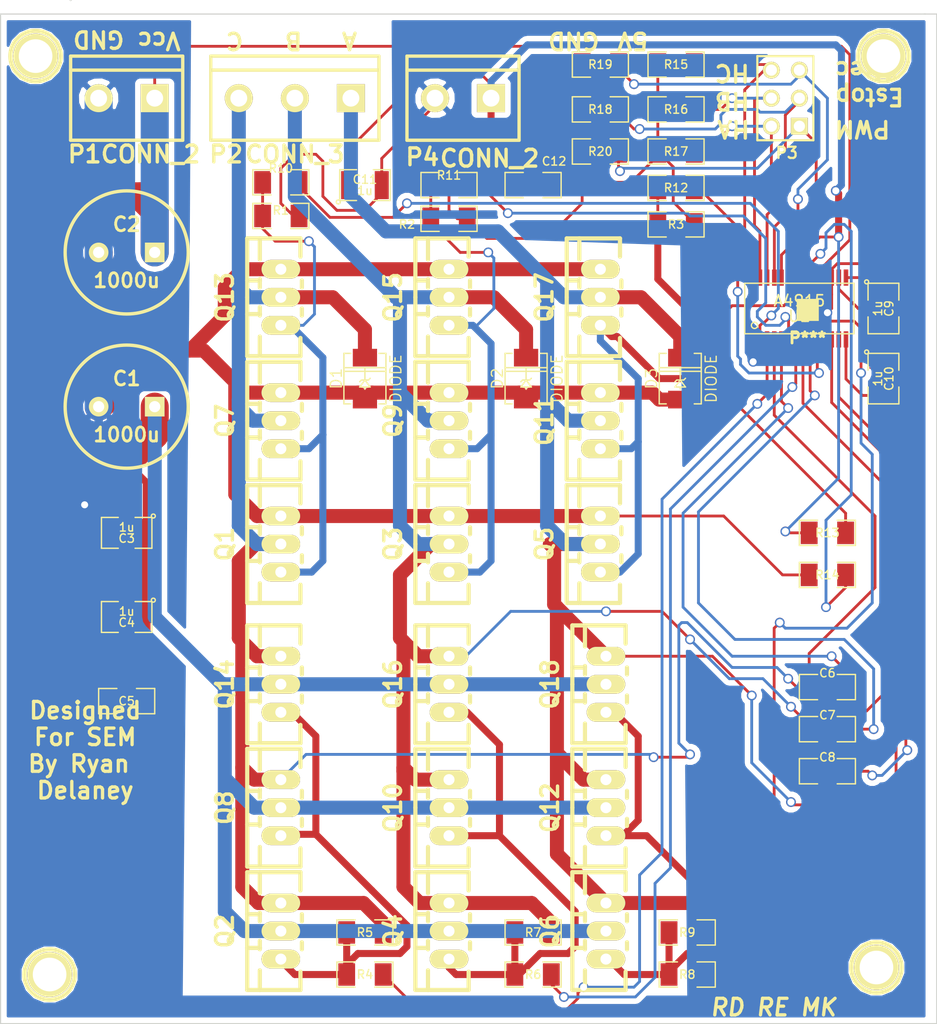
<source format=kicad_pcb>
(kicad_pcb (version 3) (host pcbnew "(2013-07-07 BZR 4022)-stable")

  (general
    (links 134)
    (no_connects 0)
    (area 142.189999 134.6175 227.126001 227.380001)
    (thickness 1.6)
    (drawings 23)
    (tracks 632)
    (zones 0)
    (modules 63)
    (nets 33)
  )

  (page A3)
  (layers
    (15 F.Cu mixed)
    (0 B.Cu mixed)
    (20 B.SilkS user)
    (21 F.SilkS user)
    (22 B.Mask user)
    (23 F.Mask user)
    (28 Edge.Cuts user)
  )

  (setup
    (last_trace_width 0.635)
    (user_trace_width 0.635)
    (user_trace_width 0.762)
    (user_trace_width 1.27)
    (user_trace_width 1.905)
    (user_trace_width 2.54)
    (trace_clearance 0.1524)
    (zone_clearance 0.508)
    (zone_45_only no)
    (trace_min 0.254)
    (segment_width 0.2)
    (edge_width 0.1)
    (via_size 0.889)
    (via_drill 0.635)
    (via_min_size 0.889)
    (via_min_drill 0.508)
    (user_via 0.889 0)
    (uvia_size 0.508)
    (uvia_drill 0.127)
    (uvias_allowed no)
    (uvia_min_size 0.508)
    (uvia_min_drill 0.127)
    (pcb_text_width 0.3)
    (pcb_text_size 1.5 1.5)
    (mod_edge_width 0.15)
    (mod_text_size 1 1)
    (mod_text_width 0.15)
    (pad_size 2 2)
    (pad_drill 0)
    (pad_to_mask_clearance 0)
    (aux_axis_origin 220.599 222.504)
    (visible_elements 7FFFFFFF)
    (pcbplotparams
      (layerselection 284196865)
      (usegerberextensions true)
      (excludeedgelayer true)
      (linewidth 0.150000)
      (plotframeref false)
      (viasonmask false)
      (mode 1)
      (useauxorigin false)
      (hpglpennumber 1)
      (hpglpenspeed 20)
      (hpglpendiameter 15)
      (hpglpenoverlay 2)
      (psnegative false)
      (psa4output false)
      (plotreference true)
      (plotvalue true)
      (plotothertext true)
      (plotinvisibletext false)
      (padsonsilk false)
      (subtractmaskfromsilk false)
      (outputformat 1)
      (mirror false)
      (drillshape 0)
      (scaleselection 1)
      (outputdirectory ""))
  )

  (net 0 "")
  (net 1 +48V)
  (net 2 +5V)
  (net 3 DIREC)
  (net 4 ESTOPn)
  (net 5 GND)
  (net 6 HALL_A)
  (net 7 HALL_B)
  (net 8 HALL_C)
  (net 9 N-000001)
  (net 10 N-0000010)
  (net 11 N-0000011)
  (net 12 N-0000014)
  (net 13 N-0000015)
  (net 14 N-0000016)
  (net 15 N-0000017)
  (net 16 N-0000018)
  (net 17 N-0000019)
  (net 18 N-000002)
  (net 19 N-0000025)
  (net 20 N-0000027)
  (net 21 N-0000029)
  (net 22 N-000003)
  (net 23 N-000004)
  (net 24 N-000005)
  (net 25 N-000006)
  (net 26 N-000007)
  (net 27 N-000008)
  (net 28 N-000009)
  (net 29 OUT_A)
  (net 30 OUT_B)
  (net 31 OUT_C)
  (net 32 PWM)

  (net_class Default "This is the default net class."
    (clearance 0.1524)
    (trace_width 0.254)
    (via_dia 0.889)
    (via_drill 0.635)
    (uvia_dia 0.508)
    (uvia_drill 0.127)
    (add_net "")
    (add_net +48V)
    (add_net +5V)
    (add_net DIREC)
    (add_net ESTOPn)
    (add_net GND)
    (add_net HALL_A)
    (add_net HALL_B)
    (add_net HALL_C)
    (add_net N-000001)
    (add_net N-0000010)
    (add_net N-0000011)
    (add_net N-0000014)
    (add_net N-0000015)
    (add_net N-0000016)
    (add_net N-0000017)
    (add_net N-0000018)
    (add_net N-0000019)
    (add_net N-000002)
    (add_net N-0000025)
    (add_net N-0000027)
    (add_net N-0000029)
    (add_net N-000003)
    (add_net N-000004)
    (add_net N-000005)
    (add_net N-000006)
    (add_net N-000007)
    (add_net N-000008)
    (add_net N-000009)
    (add_net OUT_A)
    (add_net OUT_B)
    (add_net OUT_C)
    (add_net PWM)
  )

  (net_class POWER ""
    (clearance 0.254)
    (trace_width 7.62)
    (via_dia 0.889)
    (via_drill 0.635)
    (uvia_dia 0.508)
    (uvia_drill 0.127)
  )

  (module 1PIN_SMD (layer F.Cu) (tedit 546EA2D4) (tstamp 54713078)
    (at 215.392 162.687)
    (descr "module 1 pin (ou trou mecanique de percage)")
    (tags DEV)
    (path 1pin)
    (zone_connect 1)
    (fp_text reference "" (at 0 -3.50012) (layer F.SilkS)
      (effects (font (size 1 1) (thickness 0.15)))
    )
    (fp_text value P*** (at 0 2.54) (layer F.SilkS)
      (effects (font (size 1.016 1.016) (thickness 0.254)))
    )
    (pad 1 smd rect (at 0 0) (size 2 2)
      (layers F.Cu F.SilkS F.Mask)
      (net 5 GND)
      (zone_connect 1)
    )
  )

  (module tssop-28 (layer F.Cu) (tedit 50BDFACC) (tstamp 532B0791)
    (at 214.63 162.56)
    (descr TSSOP-28)
    (path /5328A707)
    (attr smd)
    (fp_text reference U1 (at 0 0.70104) (layer F.SilkS)
      (effects (font (size 1.00076 1.00076) (thickness 0.14986)))
    )
    (fp_text value A4915 (at 0 -0.70104) (layer F.SilkS)
      (effects (font (size 1.00076 1.00076) (thickness 0.14986)))
    )
    (fp_line (start 4.953 -2.286) (end -4.953 -2.286) (layer F.SilkS) (width 0.127))
    (fp_line (start -4.953 -2.286) (end -4.953 2.286) (layer F.SilkS) (width 0.127))
    (fp_line (start -4.953 2.286) (end 4.953 2.286) (layer F.SilkS) (width 0.127))
    (fp_line (start 4.953 2.286) (end 4.953 -2.286) (layer F.SilkS) (width 0.127))
    (fp_circle (center -4.064 1.524) (end -4.191 1.778) (layer F.SilkS) (width 0.127))
    (pad 7 smd rect (at -0.32512 2.79908) (size 0.4191 1.47066)
      (layers F.Cu F.Mask)
      (net 25 N-000006)
    )
    (pad 8 smd rect (at 0.32512 2.79908) (size 0.4191 1.47066)
      (layers F.Cu F.Mask)
      (net 30 OUT_B)
    )
    (pad 9 smd rect (at 0.97536 2.79908) (size 0.4191 1.47066)
      (layers F.Cu F.Mask)
      (net 24 N-000005)
    )
    (pad 10 smd rect (at 1.6256 2.79908) (size 0.4191 1.47066)
      (layers F.Cu F.Mask)
      (net 26 N-000007)
    )
    (pad 25 smd rect (at -2.26568 -2.794) (size 0.4191 1.47066)
      (layers F.Cu F.Mask)
      (net 4 ESTOPn)
    )
    (pad 4 smd rect (at -2.27584 2.79908) (size 0.4191 1.47066)
      (layers F.Cu F.Mask)
      (net 31 OUT_C)
    )
    (pad 5 smd rect (at -1.6256 2.79908) (size 0.4191 1.47066)
      (layers F.Cu F.Mask)
      (net 14 N-0000016)
    )
    (pad 6 smd rect (at -0.97536 2.79908) (size 0.4191 1.47066)
      (layers F.Cu F.Mask)
      (net 18 N-000002)
    )
    (pad 18 smd rect (at 2.27584 -2.79908) (size 0.4191 1.47066)
      (layers F.Cu F.Mask)
      (net 1 +48V)
    )
    (pad 19 smd rect (at 1.6256 -2.79908) (size 0.4191 1.47066)
      (layers F.Cu F.Mask)
      (net 2 +5V)
    )
    (pad 20 smd rect (at 0.97536 -2.79908) (size 0.4191 1.47066)
      (layers F.Cu F.Mask)
      (net 17 N-0000019)
    )
    (pad 21 smd rect (at 0.32512 -2.79908) (size 0.4191 1.47066)
      (layers F.Cu F.Mask)
      (net 2 +5V)
    )
    (pad 22 smd rect (at -0.32512 -2.79908) (size 0.4191 1.47066)
      (layers F.Cu F.Mask)
      (net 19 N-0000025)
    )
    (pad 23 smd rect (at -0.97536 -2.79908) (size 0.4191 1.47066)
      (layers F.Cu F.Mask)
      (net 32 PWM)
    )
    (pad 11 smd rect (at 2.27584 2.79908) (size 0.4191 1.47066)
      (layers F.Cu F.Mask)
      (net 15 N-0000017)
    )
    (pad 24 smd rect (at -1.6256 -2.794) (size 0.4191 1.47066)
      (layers F.Cu F.Mask)
      (net 3 DIREC)
    )
    (pad 3 smd rect (at -2.92608 2.79908) (size 0.4191 1.47066)
      (layers F.Cu F.Mask)
      (net 16 N-0000018)
    )
    (pad 12 smd rect (at 2.92608 2.79908) (size 0.4191 1.47066)
      (layers F.Cu F.Mask)
      (net 29 OUT_A)
    )
    (pad 17 smd rect (at 2.92608 -2.79908) (size 0.4191 1.47066)
      (layers F.Cu F.Mask)
      (net 5 GND)
    )
    (pad 26 smd rect (at -2.92608 -2.79908) (size 0.4191 1.47066)
      (layers F.Cu F.Mask)
      (net 6 HALL_A)
    )
    (pad 2 smd rect (at -3.57378 2.79908) (size 0.4191 1.47066)
      (layers F.Cu F.Mask)
      (net 22 N-000003)
    )
    (pad 13 smd rect (at 3.57378 2.79908) (size 0.4191 1.47066)
      (layers F.Cu F.Mask)
      (net 10 N-0000010)
    )
    (pad 16 smd rect (at 3.57378 -2.79908) (size 0.4191 1.47066)
      (layers F.Cu F.Mask)
      (net 21 N-0000029)
    )
    (pad 27 smd rect (at -3.57378 -2.79908) (size 0.4191 1.47066)
      (layers F.Cu F.Mask)
      (net 7 HALL_B)
    )
    (pad 1 smd rect (at -4.22402 2.79908) (size 0.4191 1.47066)
      (layers F.Cu F.Mask)
      (net 5 GND)
    )
    (pad 14 smd rect (at 4.22402 2.79908) (size 0.4191 1.47066)
      (layers F.Cu F.Mask)
      (net 11 N-0000011)
    )
    (pad 15 smd rect (at 4.22402 -2.79908) (size 0.4191 1.47066)
      (layers F.Cu F.Mask)
      (net 20 N-0000027)
    )
    (pad 28 smd rect (at -4.22402 -2.79908) (size 0.4191 1.47066)
      (layers F.Cu F.Mask)
      (net 8 HALL_C)
    )
    (model smd/smd_dil/tssop-28.wrl
      (at (xyz 0 0 0))
      (scale (xyz 1 1 1))
      (rotate (xyz 0 0 0))
    )
  )

  (module TO-220_FET-GDS_Vertical_LargePads (layer F.Cu) (tedit 4BBB21C5) (tstamp 532B07A9)
    (at 182.88 183.896 90)
    (descr "TO-220, FET-GDS, Vertical, Large Pads,")
    (tags "TO-220, FET-GDS, Vertical, Large Pads,")
    (path /5328FB04)
    (fp_text reference Q3 (at 0 -5.08 90) (layer F.SilkS)
      (effects (font (size 1.524 1.524) (thickness 0.3048)))
    )
    (fp_text value MOSFET_N (at 0 3.81 90) (layer F.SilkS) hide
      (effects (font (size 1.524 1.524) (thickness 0.3048)))
    )
    (fp_line (start 5.334 -1.905) (end 3.429 -1.905) (layer F.SilkS) (width 0.381))
    (fp_line (start 0.889 -1.905) (end 1.651 -1.905) (layer F.SilkS) (width 0.381))
    (fp_line (start -1.524 -1.905) (end -1.651 -1.905) (layer F.SilkS) (width 0.381))
    (fp_line (start -1.524 -1.905) (end -0.889 -1.905) (layer F.SilkS) (width 0.381))
    (fp_line (start -5.334 -1.905) (end -3.556 -1.905) (layer F.SilkS) (width 0.381))
    (fp_line (start -5.334 1.778) (end -3.683 1.778) (layer F.SilkS) (width 0.381))
    (fp_line (start -1.016 1.905) (end -1.651 1.905) (layer F.SilkS) (width 0.381))
    (fp_line (start 1.524 1.905) (end 0.889 1.905) (layer F.SilkS) (width 0.381))
    (fp_line (start 5.334 1.778) (end 3.683 1.778) (layer F.SilkS) (width 0.381))
    (fp_line (start -1.524 -3.048) (end -1.524 -1.905) (layer F.SilkS) (width 0.381))
    (fp_line (start 1.524 -3.048) (end 1.524 -1.905) (layer F.SilkS) (width 0.381))
    (fp_line (start 5.334 -1.905) (end 5.334 1.778) (layer F.SilkS) (width 0.381))
    (fp_line (start -5.334 1.778) (end -5.334 -1.905) (layer F.SilkS) (width 0.381))
    (fp_line (start 5.334 -3.048) (end 5.334 -1.905) (layer F.SilkS) (width 0.381))
    (fp_line (start -5.334 -1.905) (end -5.334 -3.048) (layer F.SilkS) (width 0.381))
    (fp_line (start 0 -3.048) (end -5.334 -3.048) (layer F.SilkS) (width 0.381))
    (fp_line (start 0 -3.048) (end 5.334 -3.048) (layer F.SilkS) (width 0.381))
    (pad D thru_hole oval (at 0 0 180) (size 3.50012 1.69926) (drill 1.00076)
      (layers *.Cu *.Mask F.SilkS)
      (net 30 OUT_B)
    )
    (pad G thru_hole oval (at -2.54 0 180) (size 3.50012 1.69926) (drill 1.00076)
      (layers *.Cu *.Mask F.SilkS)
      (net 23 N-000004)
    )
    (pad S thru_hole oval (at 2.54 0 180) (size 3.50012 1.69926) (drill 1.00076)
      (layers *.Cu *.Mask F.SilkS)
      (net 5 GND)
    )
    (model Transistor_TO-220_Wings3d_RevB_03Sep2012/TO220-vert_RevB_Faktor03937_03Sep2012.wrl
      (at (xyz 0 0 0))
      (scale (xyz 0.3937 0.3937 0.3937))
      (rotate (xyz 0 0 0))
    )
  )

  (module TO-220_FET-GDS_Vertical_LargePads (layer F.Cu) (tedit 4BBB21C5) (tstamp 532B07C1)
    (at 197.104 207.772 90)
    (descr "TO-220, FET-GDS, Vertical, Large Pads,")
    (tags "TO-220, FET-GDS, Vertical, Large Pads,")
    (path /5328DABB)
    (fp_text reference Q12 (at 0 -5.08 90) (layer F.SilkS)
      (effects (font (size 1.524 1.524) (thickness 0.3048)))
    )
    (fp_text value MOSFET_N (at 0 3.81 90) (layer F.SilkS) hide
      (effects (font (size 1.524 1.524) (thickness 0.3048)))
    )
    (fp_line (start 5.334 -1.905) (end 3.429 -1.905) (layer F.SilkS) (width 0.381))
    (fp_line (start 0.889 -1.905) (end 1.651 -1.905) (layer F.SilkS) (width 0.381))
    (fp_line (start -1.524 -1.905) (end -1.651 -1.905) (layer F.SilkS) (width 0.381))
    (fp_line (start -1.524 -1.905) (end -0.889 -1.905) (layer F.SilkS) (width 0.381))
    (fp_line (start -5.334 -1.905) (end -3.556 -1.905) (layer F.SilkS) (width 0.381))
    (fp_line (start -5.334 1.778) (end -3.683 1.778) (layer F.SilkS) (width 0.381))
    (fp_line (start -1.016 1.905) (end -1.651 1.905) (layer F.SilkS) (width 0.381))
    (fp_line (start 1.524 1.905) (end 0.889 1.905) (layer F.SilkS) (width 0.381))
    (fp_line (start 5.334 1.778) (end 3.683 1.778) (layer F.SilkS) (width 0.381))
    (fp_line (start -1.524 -3.048) (end -1.524 -1.905) (layer F.SilkS) (width 0.381))
    (fp_line (start 1.524 -3.048) (end 1.524 -1.905) (layer F.SilkS) (width 0.381))
    (fp_line (start 5.334 -1.905) (end 5.334 1.778) (layer F.SilkS) (width 0.381))
    (fp_line (start -5.334 1.778) (end -5.334 -1.905) (layer F.SilkS) (width 0.381))
    (fp_line (start 5.334 -3.048) (end 5.334 -1.905) (layer F.SilkS) (width 0.381))
    (fp_line (start -5.334 -1.905) (end -5.334 -3.048) (layer F.SilkS) (width 0.381))
    (fp_line (start 0 -3.048) (end -5.334 -3.048) (layer F.SilkS) (width 0.381))
    (fp_line (start 0 -3.048) (end 5.334 -3.048) (layer F.SilkS) (width 0.381))
    (pad D thru_hole oval (at 0 0 180) (size 3.50012 1.69926) (drill 1.00076)
      (layers *.Cu *.Mask F.SilkS)
      (net 1 +48V)
    )
    (pad G thru_hole oval (at -2.54 0 180) (size 3.50012 1.69926) (drill 1.00076)
      (layers *.Cu *.Mask F.SilkS)
      (net 27 N-000008)
    )
    (pad S thru_hole oval (at 2.54 0 180) (size 3.50012 1.69926) (drill 1.00076)
      (layers *.Cu *.Mask F.SilkS)
      (net 29 OUT_A)
    )
    (model Transistor_TO-220_Wings3d_RevB_03Sep2012/TO220-vert_RevB_Faktor03937_03Sep2012.wrl
      (at (xyz 0 0 0))
      (scale (xyz 0.3937 0.3937 0.3937))
      (rotate (xyz 0 0 0))
    )
  )

  (module TO-220_FET-GDS_Vertical_LargePads (layer F.Cu) (tedit 4BBB21C5) (tstamp 532B07D9)
    (at 197.104 218.948 90)
    (descr "TO-220, FET-GDS, Vertical, Large Pads,")
    (tags "TO-220, FET-GDS, Vertical, Large Pads,")
    (path /5328DEC6)
    (fp_text reference Q6 (at 0 -5.08 90) (layer F.SilkS)
      (effects (font (size 1.524 1.524) (thickness 0.3048)))
    )
    (fp_text value MOSFET_N (at 0 3.81 90) (layer F.SilkS) hide
      (effects (font (size 1.524 1.524) (thickness 0.3048)))
    )
    (fp_line (start 5.334 -1.905) (end 3.429 -1.905) (layer F.SilkS) (width 0.381))
    (fp_line (start 0.889 -1.905) (end 1.651 -1.905) (layer F.SilkS) (width 0.381))
    (fp_line (start -1.524 -1.905) (end -1.651 -1.905) (layer F.SilkS) (width 0.381))
    (fp_line (start -1.524 -1.905) (end -0.889 -1.905) (layer F.SilkS) (width 0.381))
    (fp_line (start -5.334 -1.905) (end -3.556 -1.905) (layer F.SilkS) (width 0.381))
    (fp_line (start -5.334 1.778) (end -3.683 1.778) (layer F.SilkS) (width 0.381))
    (fp_line (start -1.016 1.905) (end -1.651 1.905) (layer F.SilkS) (width 0.381))
    (fp_line (start 1.524 1.905) (end 0.889 1.905) (layer F.SilkS) (width 0.381))
    (fp_line (start 5.334 1.778) (end 3.683 1.778) (layer F.SilkS) (width 0.381))
    (fp_line (start -1.524 -3.048) (end -1.524 -1.905) (layer F.SilkS) (width 0.381))
    (fp_line (start 1.524 -3.048) (end 1.524 -1.905) (layer F.SilkS) (width 0.381))
    (fp_line (start 5.334 -1.905) (end 5.334 1.778) (layer F.SilkS) (width 0.381))
    (fp_line (start -5.334 1.778) (end -5.334 -1.905) (layer F.SilkS) (width 0.381))
    (fp_line (start 5.334 -3.048) (end 5.334 -1.905) (layer F.SilkS) (width 0.381))
    (fp_line (start -5.334 -1.905) (end -5.334 -3.048) (layer F.SilkS) (width 0.381))
    (fp_line (start 0 -3.048) (end -5.334 -3.048) (layer F.SilkS) (width 0.381))
    (fp_line (start 0 -3.048) (end 5.334 -3.048) (layer F.SilkS) (width 0.381))
    (pad D thru_hole oval (at 0 0 180) (size 3.50012 1.69926) (drill 1.00076)
      (layers *.Cu *.Mask F.SilkS)
      (net 1 +48V)
    )
    (pad G thru_hole oval (at -2.54 0 180) (size 3.50012 1.69926) (drill 1.00076)
      (layers *.Cu *.Mask F.SilkS)
      (net 27 N-000008)
    )
    (pad S thru_hole oval (at 2.54 0 180) (size 3.50012 1.69926) (drill 1.00076)
      (layers *.Cu *.Mask F.SilkS)
      (net 29 OUT_A)
    )
    (model Transistor_TO-220_Wings3d_RevB_03Sep2012/TO220-vert_RevB_Faktor03937_03Sep2012.wrl
      (at (xyz 0 0 0))
      (scale (xyz 0.3937 0.3937 0.3937))
      (rotate (xyz 0 0 0))
    )
  )

  (module TO-220_FET-GDS_Vertical_LargePads (layer F.Cu) (tedit 4BBB21C5) (tstamp 532B07F1)
    (at 196.596 172.72 90)
    (descr "TO-220, FET-GDS, Vertical, Large Pads,")
    (tags "TO-220, FET-GDS, Vertical, Large Pads,")
    (path /5328E519)
    (fp_text reference Q11 (at 0 -5.08 90) (layer F.SilkS)
      (effects (font (size 1.524 1.524) (thickness 0.3048)))
    )
    (fp_text value MOSFET_N (at 0 3.81 90) (layer F.SilkS) hide
      (effects (font (size 1.524 1.524) (thickness 0.3048)))
    )
    (fp_line (start 5.334 -1.905) (end 3.429 -1.905) (layer F.SilkS) (width 0.381))
    (fp_line (start 0.889 -1.905) (end 1.651 -1.905) (layer F.SilkS) (width 0.381))
    (fp_line (start -1.524 -1.905) (end -1.651 -1.905) (layer F.SilkS) (width 0.381))
    (fp_line (start -1.524 -1.905) (end -0.889 -1.905) (layer F.SilkS) (width 0.381))
    (fp_line (start -5.334 -1.905) (end -3.556 -1.905) (layer F.SilkS) (width 0.381))
    (fp_line (start -5.334 1.778) (end -3.683 1.778) (layer F.SilkS) (width 0.381))
    (fp_line (start -1.016 1.905) (end -1.651 1.905) (layer F.SilkS) (width 0.381))
    (fp_line (start 1.524 1.905) (end 0.889 1.905) (layer F.SilkS) (width 0.381))
    (fp_line (start 5.334 1.778) (end 3.683 1.778) (layer F.SilkS) (width 0.381))
    (fp_line (start -1.524 -3.048) (end -1.524 -1.905) (layer F.SilkS) (width 0.381))
    (fp_line (start 1.524 -3.048) (end 1.524 -1.905) (layer F.SilkS) (width 0.381))
    (fp_line (start 5.334 -1.905) (end 5.334 1.778) (layer F.SilkS) (width 0.381))
    (fp_line (start -5.334 1.778) (end -5.334 -1.905) (layer F.SilkS) (width 0.381))
    (fp_line (start 5.334 -3.048) (end 5.334 -1.905) (layer F.SilkS) (width 0.381))
    (fp_line (start -5.334 -1.905) (end -5.334 -3.048) (layer F.SilkS) (width 0.381))
    (fp_line (start 0 -3.048) (end -5.334 -3.048) (layer F.SilkS) (width 0.381))
    (fp_line (start 0 -3.048) (end 5.334 -3.048) (layer F.SilkS) (width 0.381))
    (pad D thru_hole oval (at 0 0 180) (size 3.50012 1.69926) (drill 1.00076)
      (layers *.Cu *.Mask F.SilkS)
      (net 29 OUT_A)
    )
    (pad G thru_hole oval (at -2.54 0 180) (size 3.50012 1.69926) (drill 1.00076)
      (layers *.Cu *.Mask F.SilkS)
      (net 28 N-000009)
    )
    (pad S thru_hole oval (at 2.54 0 180) (size 3.50012 1.69926) (drill 1.00076)
      (layers *.Cu *.Mask F.SilkS)
      (net 5 GND)
    )
    (model Transistor_TO-220_Wings3d_RevB_03Sep2012/TO220-vert_RevB_Faktor03937_03Sep2012.wrl
      (at (xyz 0 0 0))
      (scale (xyz 0.3937 0.3937 0.3937))
      (rotate (xyz 0 0 0))
    )
  )

  (module TO-220_FET-GDS_Vertical_LargePads (layer F.Cu) (tedit 4BBB21C5) (tstamp 532B0809)
    (at 182.88 196.596 90)
    (descr "TO-220, FET-GDS, Vertical, Large Pads,")
    (tags "TO-220, FET-GDS, Vertical, Large Pads,")
    (path /5328FADA)
    (fp_text reference Q16 (at 0 -5.08 90) (layer F.SilkS)
      (effects (font (size 1.524 1.524) (thickness 0.3048)))
    )
    (fp_text value MOSFET_N (at 0 3.81 90) (layer F.SilkS) hide
      (effects (font (size 1.524 1.524) (thickness 0.3048)))
    )
    (fp_line (start 5.334 -1.905) (end 3.429 -1.905) (layer F.SilkS) (width 0.381))
    (fp_line (start 0.889 -1.905) (end 1.651 -1.905) (layer F.SilkS) (width 0.381))
    (fp_line (start -1.524 -1.905) (end -1.651 -1.905) (layer F.SilkS) (width 0.381))
    (fp_line (start -1.524 -1.905) (end -0.889 -1.905) (layer F.SilkS) (width 0.381))
    (fp_line (start -5.334 -1.905) (end -3.556 -1.905) (layer F.SilkS) (width 0.381))
    (fp_line (start -5.334 1.778) (end -3.683 1.778) (layer F.SilkS) (width 0.381))
    (fp_line (start -1.016 1.905) (end -1.651 1.905) (layer F.SilkS) (width 0.381))
    (fp_line (start 1.524 1.905) (end 0.889 1.905) (layer F.SilkS) (width 0.381))
    (fp_line (start 5.334 1.778) (end 3.683 1.778) (layer F.SilkS) (width 0.381))
    (fp_line (start -1.524 -3.048) (end -1.524 -1.905) (layer F.SilkS) (width 0.381))
    (fp_line (start 1.524 -3.048) (end 1.524 -1.905) (layer F.SilkS) (width 0.381))
    (fp_line (start 5.334 -1.905) (end 5.334 1.778) (layer F.SilkS) (width 0.381))
    (fp_line (start -5.334 1.778) (end -5.334 -1.905) (layer F.SilkS) (width 0.381))
    (fp_line (start 5.334 -3.048) (end 5.334 -1.905) (layer F.SilkS) (width 0.381))
    (fp_line (start -5.334 -1.905) (end -5.334 -3.048) (layer F.SilkS) (width 0.381))
    (fp_line (start 0 -3.048) (end -5.334 -3.048) (layer F.SilkS) (width 0.381))
    (fp_line (start 0 -3.048) (end 5.334 -3.048) (layer F.SilkS) (width 0.381))
    (pad D thru_hole oval (at 0 0 180) (size 3.50012 1.69926) (drill 1.00076)
      (layers *.Cu *.Mask F.SilkS)
      (net 1 +48V)
    )
    (pad G thru_hole oval (at -2.54 0 180) (size 3.50012 1.69926) (drill 1.00076)
      (layers *.Cu *.Mask F.SilkS)
      (net 9 N-000001)
    )
    (pad S thru_hole oval (at 2.54 0 180) (size 3.50012 1.69926) (drill 1.00076)
      (layers *.Cu *.Mask F.SilkS)
      (net 30 OUT_B)
    )
    (model Transistor_TO-220_Wings3d_RevB_03Sep2012/TO220-vert_RevB_Faktor03937_03Sep2012.wrl
      (at (xyz 0 0 0))
      (scale (xyz 0.3937 0.3937 0.3937))
      (rotate (xyz 0 0 0))
    )
  )

  (module TO-220_FET-GDS_Vertical_LargePads (layer F.Cu) (tedit 4BBB21C5) (tstamp 532B0821)
    (at 182.88 161.544 90)
    (descr "TO-220, FET-GDS, Vertical, Large Pads,")
    (tags "TO-220, FET-GDS, Vertical, Large Pads,")
    (path /5328FAE0)
    (fp_text reference Q15 (at 0 -5.08 90) (layer F.SilkS)
      (effects (font (size 1.524 1.524) (thickness 0.3048)))
    )
    (fp_text value MOSFET_N (at 0 3.81 90) (layer F.SilkS) hide
      (effects (font (size 1.524 1.524) (thickness 0.3048)))
    )
    (fp_line (start 5.334 -1.905) (end 3.429 -1.905) (layer F.SilkS) (width 0.381))
    (fp_line (start 0.889 -1.905) (end 1.651 -1.905) (layer F.SilkS) (width 0.381))
    (fp_line (start -1.524 -1.905) (end -1.651 -1.905) (layer F.SilkS) (width 0.381))
    (fp_line (start -1.524 -1.905) (end -0.889 -1.905) (layer F.SilkS) (width 0.381))
    (fp_line (start -5.334 -1.905) (end -3.556 -1.905) (layer F.SilkS) (width 0.381))
    (fp_line (start -5.334 1.778) (end -3.683 1.778) (layer F.SilkS) (width 0.381))
    (fp_line (start -1.016 1.905) (end -1.651 1.905) (layer F.SilkS) (width 0.381))
    (fp_line (start 1.524 1.905) (end 0.889 1.905) (layer F.SilkS) (width 0.381))
    (fp_line (start 5.334 1.778) (end 3.683 1.778) (layer F.SilkS) (width 0.381))
    (fp_line (start -1.524 -3.048) (end -1.524 -1.905) (layer F.SilkS) (width 0.381))
    (fp_line (start 1.524 -3.048) (end 1.524 -1.905) (layer F.SilkS) (width 0.381))
    (fp_line (start 5.334 -1.905) (end 5.334 1.778) (layer F.SilkS) (width 0.381))
    (fp_line (start -5.334 1.778) (end -5.334 -1.905) (layer F.SilkS) (width 0.381))
    (fp_line (start 5.334 -3.048) (end 5.334 -1.905) (layer F.SilkS) (width 0.381))
    (fp_line (start -5.334 -1.905) (end -5.334 -3.048) (layer F.SilkS) (width 0.381))
    (fp_line (start 0 -3.048) (end -5.334 -3.048) (layer F.SilkS) (width 0.381))
    (fp_line (start 0 -3.048) (end 5.334 -3.048) (layer F.SilkS) (width 0.381))
    (pad D thru_hole oval (at 0 0 180) (size 3.50012 1.69926) (drill 1.00076)
      (layers *.Cu *.Mask F.SilkS)
      (net 30 OUT_B)
    )
    (pad G thru_hole oval (at -2.54 0 180) (size 3.50012 1.69926) (drill 1.00076)
      (layers *.Cu *.Mask F.SilkS)
      (net 23 N-000004)
    )
    (pad S thru_hole oval (at 2.54 0 180) (size 3.50012 1.69926) (drill 1.00076)
      (layers *.Cu *.Mask F.SilkS)
      (net 5 GND)
    )
    (model Transistor_TO-220_Wings3d_RevB_03Sep2012/TO220-vert_RevB_Faktor03937_03Sep2012.wrl
      (at (xyz 0 0 0))
      (scale (xyz 0.3937 0.3937 0.3937))
      (rotate (xyz 0 0 0))
    )
  )

  (module TO-220_FET-GDS_Vertical_LargePads (layer F.Cu) (tedit 4BBB21C5) (tstamp 532B0839)
    (at 182.88 207.772 90)
    (descr "TO-220, FET-GDS, Vertical, Large Pads,")
    (tags "TO-220, FET-GDS, Vertical, Large Pads,")
    (path /5328FAF2)
    (fp_text reference Q10 (at 0 -5.08 90) (layer F.SilkS)
      (effects (font (size 1.524 1.524) (thickness 0.3048)))
    )
    (fp_text value MOSFET_N (at 0 3.81 90) (layer F.SilkS) hide
      (effects (font (size 1.524 1.524) (thickness 0.3048)))
    )
    (fp_line (start 5.334 -1.905) (end 3.429 -1.905) (layer F.SilkS) (width 0.381))
    (fp_line (start 0.889 -1.905) (end 1.651 -1.905) (layer F.SilkS) (width 0.381))
    (fp_line (start -1.524 -1.905) (end -1.651 -1.905) (layer F.SilkS) (width 0.381))
    (fp_line (start -1.524 -1.905) (end -0.889 -1.905) (layer F.SilkS) (width 0.381))
    (fp_line (start -5.334 -1.905) (end -3.556 -1.905) (layer F.SilkS) (width 0.381))
    (fp_line (start -5.334 1.778) (end -3.683 1.778) (layer F.SilkS) (width 0.381))
    (fp_line (start -1.016 1.905) (end -1.651 1.905) (layer F.SilkS) (width 0.381))
    (fp_line (start 1.524 1.905) (end 0.889 1.905) (layer F.SilkS) (width 0.381))
    (fp_line (start 5.334 1.778) (end 3.683 1.778) (layer F.SilkS) (width 0.381))
    (fp_line (start -1.524 -3.048) (end -1.524 -1.905) (layer F.SilkS) (width 0.381))
    (fp_line (start 1.524 -3.048) (end 1.524 -1.905) (layer F.SilkS) (width 0.381))
    (fp_line (start 5.334 -1.905) (end 5.334 1.778) (layer F.SilkS) (width 0.381))
    (fp_line (start -5.334 1.778) (end -5.334 -1.905) (layer F.SilkS) (width 0.381))
    (fp_line (start 5.334 -3.048) (end 5.334 -1.905) (layer F.SilkS) (width 0.381))
    (fp_line (start -5.334 -1.905) (end -5.334 -3.048) (layer F.SilkS) (width 0.381))
    (fp_line (start 0 -3.048) (end -5.334 -3.048) (layer F.SilkS) (width 0.381))
    (fp_line (start 0 -3.048) (end 5.334 -3.048) (layer F.SilkS) (width 0.381))
    (pad D thru_hole oval (at 0 0 180) (size 3.50012 1.69926) (drill 1.00076)
      (layers *.Cu *.Mask F.SilkS)
      (net 1 +48V)
    )
    (pad G thru_hole oval (at -2.54 0 180) (size 3.50012 1.69926) (drill 1.00076)
      (layers *.Cu *.Mask F.SilkS)
      (net 9 N-000001)
    )
    (pad S thru_hole oval (at 2.54 0 180) (size 3.50012 1.69926) (drill 1.00076)
      (layers *.Cu *.Mask F.SilkS)
      (net 30 OUT_B)
    )
    (model Transistor_TO-220_Wings3d_RevB_03Sep2012/TO220-vert_RevB_Faktor03937_03Sep2012.wrl
      (at (xyz 0 0 0))
      (scale (xyz 0.3937 0.3937 0.3937))
      (rotate (xyz 0 0 0))
    )
  )

  (module TO-220_FET-GDS_Vertical_LargePads (layer F.Cu) (tedit 4BBB21C5) (tstamp 532B0851)
    (at 182.88 218.948 90)
    (descr "TO-220, FET-GDS, Vertical, Large Pads,")
    (tags "TO-220, FET-GDS, Vertical, Large Pads,")
    (path /5328FAF8)
    (fp_text reference Q4 (at 0 -5.08 90) (layer F.SilkS)
      (effects (font (size 1.524 1.524) (thickness 0.3048)))
    )
    (fp_text value MOSFET_N (at 0 3.81 90) (layer F.SilkS) hide
      (effects (font (size 1.524 1.524) (thickness 0.3048)))
    )
    (fp_line (start 5.334 -1.905) (end 3.429 -1.905) (layer F.SilkS) (width 0.381))
    (fp_line (start 0.889 -1.905) (end 1.651 -1.905) (layer F.SilkS) (width 0.381))
    (fp_line (start -1.524 -1.905) (end -1.651 -1.905) (layer F.SilkS) (width 0.381))
    (fp_line (start -1.524 -1.905) (end -0.889 -1.905) (layer F.SilkS) (width 0.381))
    (fp_line (start -5.334 -1.905) (end -3.556 -1.905) (layer F.SilkS) (width 0.381))
    (fp_line (start -5.334 1.778) (end -3.683 1.778) (layer F.SilkS) (width 0.381))
    (fp_line (start -1.016 1.905) (end -1.651 1.905) (layer F.SilkS) (width 0.381))
    (fp_line (start 1.524 1.905) (end 0.889 1.905) (layer F.SilkS) (width 0.381))
    (fp_line (start 5.334 1.778) (end 3.683 1.778) (layer F.SilkS) (width 0.381))
    (fp_line (start -1.524 -3.048) (end -1.524 -1.905) (layer F.SilkS) (width 0.381))
    (fp_line (start 1.524 -3.048) (end 1.524 -1.905) (layer F.SilkS) (width 0.381))
    (fp_line (start 5.334 -1.905) (end 5.334 1.778) (layer F.SilkS) (width 0.381))
    (fp_line (start -5.334 1.778) (end -5.334 -1.905) (layer F.SilkS) (width 0.381))
    (fp_line (start 5.334 -3.048) (end 5.334 -1.905) (layer F.SilkS) (width 0.381))
    (fp_line (start -5.334 -1.905) (end -5.334 -3.048) (layer F.SilkS) (width 0.381))
    (fp_line (start 0 -3.048) (end -5.334 -3.048) (layer F.SilkS) (width 0.381))
    (fp_line (start 0 -3.048) (end 5.334 -3.048) (layer F.SilkS) (width 0.381))
    (pad D thru_hole oval (at 0 0 180) (size 3.50012 1.69926) (drill 1.00076)
      (layers *.Cu *.Mask F.SilkS)
      (net 1 +48V)
    )
    (pad G thru_hole oval (at -2.54 0 180) (size 3.50012 1.69926) (drill 1.00076)
      (layers *.Cu *.Mask F.SilkS)
      (net 9 N-000001)
    )
    (pad S thru_hole oval (at 2.54 0 180) (size 3.50012 1.69926) (drill 1.00076)
      (layers *.Cu *.Mask F.SilkS)
      (net 30 OUT_B)
    )
    (model Transistor_TO-220_Wings3d_RevB_03Sep2012/TO220-vert_RevB_Faktor03937_03Sep2012.wrl
      (at (xyz 0 0 0))
      (scale (xyz 0.3937 0.3937 0.3937))
      (rotate (xyz 0 0 0))
    )
  )

  (module TO-220_FET-GDS_Vertical_LargePads (layer F.Cu) (tedit 4BBB21C5) (tstamp 532B0869)
    (at 182.88 172.72 90)
    (descr "TO-220, FET-GDS, Vertical, Large Pads,")
    (tags "TO-220, FET-GDS, Vertical, Large Pads,")
    (path /5328FAFE)
    (fp_text reference Q9 (at 0 -5.08 90) (layer F.SilkS)
      (effects (font (size 1.524 1.524) (thickness 0.3048)))
    )
    (fp_text value MOSFET_N (at 0 3.81 90) (layer F.SilkS) hide
      (effects (font (size 1.524 1.524) (thickness 0.3048)))
    )
    (fp_line (start 5.334 -1.905) (end 3.429 -1.905) (layer F.SilkS) (width 0.381))
    (fp_line (start 0.889 -1.905) (end 1.651 -1.905) (layer F.SilkS) (width 0.381))
    (fp_line (start -1.524 -1.905) (end -1.651 -1.905) (layer F.SilkS) (width 0.381))
    (fp_line (start -1.524 -1.905) (end -0.889 -1.905) (layer F.SilkS) (width 0.381))
    (fp_line (start -5.334 -1.905) (end -3.556 -1.905) (layer F.SilkS) (width 0.381))
    (fp_line (start -5.334 1.778) (end -3.683 1.778) (layer F.SilkS) (width 0.381))
    (fp_line (start -1.016 1.905) (end -1.651 1.905) (layer F.SilkS) (width 0.381))
    (fp_line (start 1.524 1.905) (end 0.889 1.905) (layer F.SilkS) (width 0.381))
    (fp_line (start 5.334 1.778) (end 3.683 1.778) (layer F.SilkS) (width 0.381))
    (fp_line (start -1.524 -3.048) (end -1.524 -1.905) (layer F.SilkS) (width 0.381))
    (fp_line (start 1.524 -3.048) (end 1.524 -1.905) (layer F.SilkS) (width 0.381))
    (fp_line (start 5.334 -1.905) (end 5.334 1.778) (layer F.SilkS) (width 0.381))
    (fp_line (start -5.334 1.778) (end -5.334 -1.905) (layer F.SilkS) (width 0.381))
    (fp_line (start 5.334 -3.048) (end 5.334 -1.905) (layer F.SilkS) (width 0.381))
    (fp_line (start -5.334 -1.905) (end -5.334 -3.048) (layer F.SilkS) (width 0.381))
    (fp_line (start 0 -3.048) (end -5.334 -3.048) (layer F.SilkS) (width 0.381))
    (fp_line (start 0 -3.048) (end 5.334 -3.048) (layer F.SilkS) (width 0.381))
    (pad D thru_hole oval (at 0 0 180) (size 3.50012 1.69926) (drill 1.00076)
      (layers *.Cu *.Mask F.SilkS)
      (net 30 OUT_B)
    )
    (pad G thru_hole oval (at -2.54 0 180) (size 3.50012 1.69926) (drill 1.00076)
      (layers *.Cu *.Mask F.SilkS)
      (net 23 N-000004)
    )
    (pad S thru_hole oval (at 2.54 0 180) (size 3.50012 1.69926) (drill 1.00076)
      (layers *.Cu *.Mask F.SilkS)
      (net 5 GND)
    )
    (model Transistor_TO-220_Wings3d_RevB_03Sep2012/TO220-vert_RevB_Faktor03937_03Sep2012.wrl
      (at (xyz 0 0 0))
      (scale (xyz 0.3937 0.3937 0.3937))
      (rotate (xyz 0 0 0))
    )
  )

  (module TO-220_FET-GDS_Vertical_LargePads (layer F.Cu) (tedit 4BBB21C5) (tstamp 532B0881)
    (at 196.596 183.896 90)
    (descr "TO-220, FET-GDS, Vertical, Large Pads,")
    (tags "TO-220, FET-GDS, Vertical, Large Pads,")
    (path /5328E8CD)
    (fp_text reference Q5 (at 0 -5.08 90) (layer F.SilkS)
      (effects (font (size 1.524 1.524) (thickness 0.3048)))
    )
    (fp_text value MOSFET_N (at 0 3.81 90) (layer F.SilkS) hide
      (effects (font (size 1.524 1.524) (thickness 0.3048)))
    )
    (fp_line (start 5.334 -1.905) (end 3.429 -1.905) (layer F.SilkS) (width 0.381))
    (fp_line (start 0.889 -1.905) (end 1.651 -1.905) (layer F.SilkS) (width 0.381))
    (fp_line (start -1.524 -1.905) (end -1.651 -1.905) (layer F.SilkS) (width 0.381))
    (fp_line (start -1.524 -1.905) (end -0.889 -1.905) (layer F.SilkS) (width 0.381))
    (fp_line (start -5.334 -1.905) (end -3.556 -1.905) (layer F.SilkS) (width 0.381))
    (fp_line (start -5.334 1.778) (end -3.683 1.778) (layer F.SilkS) (width 0.381))
    (fp_line (start -1.016 1.905) (end -1.651 1.905) (layer F.SilkS) (width 0.381))
    (fp_line (start 1.524 1.905) (end 0.889 1.905) (layer F.SilkS) (width 0.381))
    (fp_line (start 5.334 1.778) (end 3.683 1.778) (layer F.SilkS) (width 0.381))
    (fp_line (start -1.524 -3.048) (end -1.524 -1.905) (layer F.SilkS) (width 0.381))
    (fp_line (start 1.524 -3.048) (end 1.524 -1.905) (layer F.SilkS) (width 0.381))
    (fp_line (start 5.334 -1.905) (end 5.334 1.778) (layer F.SilkS) (width 0.381))
    (fp_line (start -5.334 1.778) (end -5.334 -1.905) (layer F.SilkS) (width 0.381))
    (fp_line (start 5.334 -3.048) (end 5.334 -1.905) (layer F.SilkS) (width 0.381))
    (fp_line (start -5.334 -1.905) (end -5.334 -3.048) (layer F.SilkS) (width 0.381))
    (fp_line (start 0 -3.048) (end -5.334 -3.048) (layer F.SilkS) (width 0.381))
    (fp_line (start 0 -3.048) (end 5.334 -3.048) (layer F.SilkS) (width 0.381))
    (pad D thru_hole oval (at 0 0 180) (size 3.50012 1.69926) (drill 1.00076)
      (layers *.Cu *.Mask F.SilkS)
      (net 29 OUT_A)
    )
    (pad G thru_hole oval (at -2.54 0 180) (size 3.50012 1.69926) (drill 1.00076)
      (layers *.Cu *.Mask F.SilkS)
      (net 28 N-000009)
    )
    (pad S thru_hole oval (at 2.54 0 180) (size 3.50012 1.69926) (drill 1.00076)
      (layers *.Cu *.Mask F.SilkS)
      (net 5 GND)
    )
    (model Transistor_TO-220_Wings3d_RevB_03Sep2012/TO220-vert_RevB_Faktor03937_03Sep2012.wrl
      (at (xyz 0 0 0))
      (scale (xyz 0.3937 0.3937 0.3937))
      (rotate (xyz 0 0 0))
    )
  )

  (module TO-220_FET-GDS_Vertical_LargePads (layer F.Cu) (tedit 4BBB21C5) (tstamp 532B0899)
    (at 167.64 196.596 90)
    (descr "TO-220, FET-GDS, Vertical, Large Pads,")
    (tags "TO-220, FET-GDS, Vertical, Large Pads,")
    (path /5328FB56)
    (fp_text reference Q14 (at 0 -5.08 90) (layer F.SilkS)
      (effects (font (size 1.524 1.524) (thickness 0.3048)))
    )
    (fp_text value MOSFET_N (at 0 3.81 90) (layer F.SilkS) hide
      (effects (font (size 1.524 1.524) (thickness 0.3048)))
    )
    (fp_line (start 5.334 -1.905) (end 3.429 -1.905) (layer F.SilkS) (width 0.381))
    (fp_line (start 0.889 -1.905) (end 1.651 -1.905) (layer F.SilkS) (width 0.381))
    (fp_line (start -1.524 -1.905) (end -1.651 -1.905) (layer F.SilkS) (width 0.381))
    (fp_line (start -1.524 -1.905) (end -0.889 -1.905) (layer F.SilkS) (width 0.381))
    (fp_line (start -5.334 -1.905) (end -3.556 -1.905) (layer F.SilkS) (width 0.381))
    (fp_line (start -5.334 1.778) (end -3.683 1.778) (layer F.SilkS) (width 0.381))
    (fp_line (start -1.016 1.905) (end -1.651 1.905) (layer F.SilkS) (width 0.381))
    (fp_line (start 1.524 1.905) (end 0.889 1.905) (layer F.SilkS) (width 0.381))
    (fp_line (start 5.334 1.778) (end 3.683 1.778) (layer F.SilkS) (width 0.381))
    (fp_line (start -1.524 -3.048) (end -1.524 -1.905) (layer F.SilkS) (width 0.381))
    (fp_line (start 1.524 -3.048) (end 1.524 -1.905) (layer F.SilkS) (width 0.381))
    (fp_line (start 5.334 -1.905) (end 5.334 1.778) (layer F.SilkS) (width 0.381))
    (fp_line (start -5.334 1.778) (end -5.334 -1.905) (layer F.SilkS) (width 0.381))
    (fp_line (start 5.334 -3.048) (end 5.334 -1.905) (layer F.SilkS) (width 0.381))
    (fp_line (start -5.334 -1.905) (end -5.334 -3.048) (layer F.SilkS) (width 0.381))
    (fp_line (start 0 -3.048) (end -5.334 -3.048) (layer F.SilkS) (width 0.381))
    (fp_line (start 0 -3.048) (end 5.334 -3.048) (layer F.SilkS) (width 0.381))
    (pad D thru_hole oval (at 0 0 180) (size 3.50012 1.69926) (drill 1.00076)
      (layers *.Cu *.Mask F.SilkS)
      (net 1 +48V)
    )
    (pad G thru_hole oval (at -2.54 0 180) (size 3.50012 1.69926) (drill 1.00076)
      (layers *.Cu *.Mask F.SilkS)
      (net 13 N-0000015)
    )
    (pad S thru_hole oval (at 2.54 0 180) (size 3.50012 1.69926) (drill 1.00076)
      (layers *.Cu *.Mask F.SilkS)
      (net 31 OUT_C)
    )
    (model Transistor_TO-220_Wings3d_RevB_03Sep2012/TO220-vert_RevB_Faktor03937_03Sep2012.wrl
      (at (xyz 0 0 0))
      (scale (xyz 0.3937 0.3937 0.3937))
      (rotate (xyz 0 0 0))
    )
  )

  (module TO-220_FET-GDS_Vertical_LargePads (layer F.Cu) (tedit 4BBB21C5) (tstamp 532B08B1)
    (at 167.64 161.544 90)
    (descr "TO-220, FET-GDS, Vertical, Large Pads,")
    (tags "TO-220, FET-GDS, Vertical, Large Pads,")
    (path /5328FB5C)
    (fp_text reference Q13 (at 0 -5.08 90) (layer F.SilkS)
      (effects (font (size 1.524 1.524) (thickness 0.3048)))
    )
    (fp_text value MOSFET_N (at 0 3.81 90) (layer F.SilkS) hide
      (effects (font (size 1.524 1.524) (thickness 0.3048)))
    )
    (fp_line (start 5.334 -1.905) (end 3.429 -1.905) (layer F.SilkS) (width 0.381))
    (fp_line (start 0.889 -1.905) (end 1.651 -1.905) (layer F.SilkS) (width 0.381))
    (fp_line (start -1.524 -1.905) (end -1.651 -1.905) (layer F.SilkS) (width 0.381))
    (fp_line (start -1.524 -1.905) (end -0.889 -1.905) (layer F.SilkS) (width 0.381))
    (fp_line (start -5.334 -1.905) (end -3.556 -1.905) (layer F.SilkS) (width 0.381))
    (fp_line (start -5.334 1.778) (end -3.683 1.778) (layer F.SilkS) (width 0.381))
    (fp_line (start -1.016 1.905) (end -1.651 1.905) (layer F.SilkS) (width 0.381))
    (fp_line (start 1.524 1.905) (end 0.889 1.905) (layer F.SilkS) (width 0.381))
    (fp_line (start 5.334 1.778) (end 3.683 1.778) (layer F.SilkS) (width 0.381))
    (fp_line (start -1.524 -3.048) (end -1.524 -1.905) (layer F.SilkS) (width 0.381))
    (fp_line (start 1.524 -3.048) (end 1.524 -1.905) (layer F.SilkS) (width 0.381))
    (fp_line (start 5.334 -1.905) (end 5.334 1.778) (layer F.SilkS) (width 0.381))
    (fp_line (start -5.334 1.778) (end -5.334 -1.905) (layer F.SilkS) (width 0.381))
    (fp_line (start 5.334 -3.048) (end 5.334 -1.905) (layer F.SilkS) (width 0.381))
    (fp_line (start -5.334 -1.905) (end -5.334 -3.048) (layer F.SilkS) (width 0.381))
    (fp_line (start 0 -3.048) (end -5.334 -3.048) (layer F.SilkS) (width 0.381))
    (fp_line (start 0 -3.048) (end 5.334 -3.048) (layer F.SilkS) (width 0.381))
    (pad D thru_hole oval (at 0 0 180) (size 3.50012 1.69926) (drill 1.00076)
      (layers *.Cu *.Mask F.SilkS)
      (net 31 OUT_C)
    )
    (pad G thru_hole oval (at -2.54 0 180) (size 3.50012 1.69926) (drill 1.00076)
      (layers *.Cu *.Mask F.SilkS)
      (net 12 N-0000014)
    )
    (pad S thru_hole oval (at 2.54 0 180) (size 3.50012 1.69926) (drill 1.00076)
      (layers *.Cu *.Mask F.SilkS)
      (net 5 GND)
    )
    (model Transistor_TO-220_Wings3d_RevB_03Sep2012/TO220-vert_RevB_Faktor03937_03Sep2012.wrl
      (at (xyz 0 0 0))
      (scale (xyz 0.3937 0.3937 0.3937))
      (rotate (xyz 0 0 0))
    )
  )

  (module TO-220_FET-GDS_Vertical_LargePads (layer F.Cu) (tedit 4BBB21C5) (tstamp 532B08C9)
    (at 167.64 207.772 90)
    (descr "TO-220, FET-GDS, Vertical, Large Pads,")
    (tags "TO-220, FET-GDS, Vertical, Large Pads,")
    (path /5328FB6E)
    (fp_text reference Q8 (at 0 -5.08 90) (layer F.SilkS)
      (effects (font (size 1.524 1.524) (thickness 0.3048)))
    )
    (fp_text value MOSFET_N (at 0 3.81 90) (layer F.SilkS) hide
      (effects (font (size 1.524 1.524) (thickness 0.3048)))
    )
    (fp_line (start 5.334 -1.905) (end 3.429 -1.905) (layer F.SilkS) (width 0.381))
    (fp_line (start 0.889 -1.905) (end 1.651 -1.905) (layer F.SilkS) (width 0.381))
    (fp_line (start -1.524 -1.905) (end -1.651 -1.905) (layer F.SilkS) (width 0.381))
    (fp_line (start -1.524 -1.905) (end -0.889 -1.905) (layer F.SilkS) (width 0.381))
    (fp_line (start -5.334 -1.905) (end -3.556 -1.905) (layer F.SilkS) (width 0.381))
    (fp_line (start -5.334 1.778) (end -3.683 1.778) (layer F.SilkS) (width 0.381))
    (fp_line (start -1.016 1.905) (end -1.651 1.905) (layer F.SilkS) (width 0.381))
    (fp_line (start 1.524 1.905) (end 0.889 1.905) (layer F.SilkS) (width 0.381))
    (fp_line (start 5.334 1.778) (end 3.683 1.778) (layer F.SilkS) (width 0.381))
    (fp_line (start -1.524 -3.048) (end -1.524 -1.905) (layer F.SilkS) (width 0.381))
    (fp_line (start 1.524 -3.048) (end 1.524 -1.905) (layer F.SilkS) (width 0.381))
    (fp_line (start 5.334 -1.905) (end 5.334 1.778) (layer F.SilkS) (width 0.381))
    (fp_line (start -5.334 1.778) (end -5.334 -1.905) (layer F.SilkS) (width 0.381))
    (fp_line (start 5.334 -3.048) (end 5.334 -1.905) (layer F.SilkS) (width 0.381))
    (fp_line (start -5.334 -1.905) (end -5.334 -3.048) (layer F.SilkS) (width 0.381))
    (fp_line (start 0 -3.048) (end -5.334 -3.048) (layer F.SilkS) (width 0.381))
    (fp_line (start 0 -3.048) (end 5.334 -3.048) (layer F.SilkS) (width 0.381))
    (pad D thru_hole oval (at 0 0 180) (size 3.50012 1.69926) (drill 1.00076)
      (layers *.Cu *.Mask F.SilkS)
      (net 1 +48V)
    )
    (pad G thru_hole oval (at -2.54 0 180) (size 3.50012 1.69926) (drill 1.00076)
      (layers *.Cu *.Mask F.SilkS)
      (net 13 N-0000015)
    )
    (pad S thru_hole oval (at 2.54 0 180) (size 3.50012 1.69926) (drill 1.00076)
      (layers *.Cu *.Mask F.SilkS)
      (net 31 OUT_C)
    )
    (model Transistor_TO-220_Wings3d_RevB_03Sep2012/TO220-vert_RevB_Faktor03937_03Sep2012.wrl
      (at (xyz 0 0 0))
      (scale (xyz 0.3937 0.3937 0.3937))
      (rotate (xyz 0 0 0))
    )
  )

  (module TO-220_FET-GDS_Vertical_LargePads (layer F.Cu) (tedit 4BBB21C5) (tstamp 532B08E1)
    (at 167.64 218.948 90)
    (descr "TO-220, FET-GDS, Vertical, Large Pads,")
    (tags "TO-220, FET-GDS, Vertical, Large Pads,")
    (path /5328FB74)
    (fp_text reference Q2 (at 0 -5.08 90) (layer F.SilkS)
      (effects (font (size 1.524 1.524) (thickness 0.3048)))
    )
    (fp_text value MOSFET_N (at 0 3.81 90) (layer F.SilkS) hide
      (effects (font (size 1.524 1.524) (thickness 0.3048)))
    )
    (fp_line (start 5.334 -1.905) (end 3.429 -1.905) (layer F.SilkS) (width 0.381))
    (fp_line (start 0.889 -1.905) (end 1.651 -1.905) (layer F.SilkS) (width 0.381))
    (fp_line (start -1.524 -1.905) (end -1.651 -1.905) (layer F.SilkS) (width 0.381))
    (fp_line (start -1.524 -1.905) (end -0.889 -1.905) (layer F.SilkS) (width 0.381))
    (fp_line (start -5.334 -1.905) (end -3.556 -1.905) (layer F.SilkS) (width 0.381))
    (fp_line (start -5.334 1.778) (end -3.683 1.778) (layer F.SilkS) (width 0.381))
    (fp_line (start -1.016 1.905) (end -1.651 1.905) (layer F.SilkS) (width 0.381))
    (fp_line (start 1.524 1.905) (end 0.889 1.905) (layer F.SilkS) (width 0.381))
    (fp_line (start 5.334 1.778) (end 3.683 1.778) (layer F.SilkS) (width 0.381))
    (fp_line (start -1.524 -3.048) (end -1.524 -1.905) (layer F.SilkS) (width 0.381))
    (fp_line (start 1.524 -3.048) (end 1.524 -1.905) (layer F.SilkS) (width 0.381))
    (fp_line (start 5.334 -1.905) (end 5.334 1.778) (layer F.SilkS) (width 0.381))
    (fp_line (start -5.334 1.778) (end -5.334 -1.905) (layer F.SilkS) (width 0.381))
    (fp_line (start 5.334 -3.048) (end 5.334 -1.905) (layer F.SilkS) (width 0.381))
    (fp_line (start -5.334 -1.905) (end -5.334 -3.048) (layer F.SilkS) (width 0.381))
    (fp_line (start 0 -3.048) (end -5.334 -3.048) (layer F.SilkS) (width 0.381))
    (fp_line (start 0 -3.048) (end 5.334 -3.048) (layer F.SilkS) (width 0.381))
    (pad D thru_hole oval (at 0 0 180) (size 3.50012 1.69926) (drill 1.00076)
      (layers *.Cu *.Mask F.SilkS)
      (net 1 +48V)
    )
    (pad G thru_hole oval (at -2.54 0 180) (size 3.50012 1.69926) (drill 1.00076)
      (layers *.Cu *.Mask F.SilkS)
      (net 13 N-0000015)
    )
    (pad S thru_hole oval (at 2.54 0 180) (size 3.50012 1.69926) (drill 1.00076)
      (layers *.Cu *.Mask F.SilkS)
      (net 31 OUT_C)
    )
    (model Transistor_TO-220_Wings3d_RevB_03Sep2012/TO220-vert_RevB_Faktor03937_03Sep2012.wrl
      (at (xyz 0 0 0))
      (scale (xyz 0.3937 0.3937 0.3937))
      (rotate (xyz 0 0 0))
    )
  )

  (module TO-220_FET-GDS_Vertical_LargePads (layer F.Cu) (tedit 4BBB21C5) (tstamp 532B08F9)
    (at 167.64 172.72 90)
    (descr "TO-220, FET-GDS, Vertical, Large Pads,")
    (tags "TO-220, FET-GDS, Vertical, Large Pads,")
    (path /5328FB7A)
    (fp_text reference Q7 (at 0 -5.08 90) (layer F.SilkS)
      (effects (font (size 1.524 1.524) (thickness 0.3048)))
    )
    (fp_text value MOSFET_N (at 0 3.81 90) (layer F.SilkS) hide
      (effects (font (size 1.524 1.524) (thickness 0.3048)))
    )
    (fp_line (start 5.334 -1.905) (end 3.429 -1.905) (layer F.SilkS) (width 0.381))
    (fp_line (start 0.889 -1.905) (end 1.651 -1.905) (layer F.SilkS) (width 0.381))
    (fp_line (start -1.524 -1.905) (end -1.651 -1.905) (layer F.SilkS) (width 0.381))
    (fp_line (start -1.524 -1.905) (end -0.889 -1.905) (layer F.SilkS) (width 0.381))
    (fp_line (start -5.334 -1.905) (end -3.556 -1.905) (layer F.SilkS) (width 0.381))
    (fp_line (start -5.334 1.778) (end -3.683 1.778) (layer F.SilkS) (width 0.381))
    (fp_line (start -1.016 1.905) (end -1.651 1.905) (layer F.SilkS) (width 0.381))
    (fp_line (start 1.524 1.905) (end 0.889 1.905) (layer F.SilkS) (width 0.381))
    (fp_line (start 5.334 1.778) (end 3.683 1.778) (layer F.SilkS) (width 0.381))
    (fp_line (start -1.524 -3.048) (end -1.524 -1.905) (layer F.SilkS) (width 0.381))
    (fp_line (start 1.524 -3.048) (end 1.524 -1.905) (layer F.SilkS) (width 0.381))
    (fp_line (start 5.334 -1.905) (end 5.334 1.778) (layer F.SilkS) (width 0.381))
    (fp_line (start -5.334 1.778) (end -5.334 -1.905) (layer F.SilkS) (width 0.381))
    (fp_line (start 5.334 -3.048) (end 5.334 -1.905) (layer F.SilkS) (width 0.381))
    (fp_line (start -5.334 -1.905) (end -5.334 -3.048) (layer F.SilkS) (width 0.381))
    (fp_line (start 0 -3.048) (end -5.334 -3.048) (layer F.SilkS) (width 0.381))
    (fp_line (start 0 -3.048) (end 5.334 -3.048) (layer F.SilkS) (width 0.381))
    (pad D thru_hole oval (at 0 0 180) (size 3.50012 1.69926) (drill 1.00076)
      (layers *.Cu *.Mask F.SilkS)
      (net 31 OUT_C)
    )
    (pad G thru_hole oval (at -2.54 0 180) (size 3.50012 1.69926) (drill 1.00076)
      (layers *.Cu *.Mask F.SilkS)
      (net 12 N-0000014)
    )
    (pad S thru_hole oval (at 2.54 0 180) (size 3.50012 1.69926) (drill 1.00076)
      (layers *.Cu *.Mask F.SilkS)
      (net 5 GND)
    )
    (model Transistor_TO-220_Wings3d_RevB_03Sep2012/TO220-vert_RevB_Faktor03937_03Sep2012.wrl
      (at (xyz 0 0 0))
      (scale (xyz 0.3937 0.3937 0.3937))
      (rotate (xyz 0 0 0))
    )
  )

  (module TO-220_FET-GDS_Vertical_LargePads (layer F.Cu) (tedit 4BBB21C5) (tstamp 532B0911)
    (at 167.64 183.896 90)
    (descr "TO-220, FET-GDS, Vertical, Large Pads,")
    (tags "TO-220, FET-GDS, Vertical, Large Pads,")
    (path /5328FB80)
    (fp_text reference Q1 (at 0 -5.08 90) (layer F.SilkS)
      (effects (font (size 1.524 1.524) (thickness 0.3048)))
    )
    (fp_text value MOSFET_N (at 0 3.81 90) (layer F.SilkS) hide
      (effects (font (size 1.524 1.524) (thickness 0.3048)))
    )
    (fp_line (start 5.334 -1.905) (end 3.429 -1.905) (layer F.SilkS) (width 0.381))
    (fp_line (start 0.889 -1.905) (end 1.651 -1.905) (layer F.SilkS) (width 0.381))
    (fp_line (start -1.524 -1.905) (end -1.651 -1.905) (layer F.SilkS) (width 0.381))
    (fp_line (start -1.524 -1.905) (end -0.889 -1.905) (layer F.SilkS) (width 0.381))
    (fp_line (start -5.334 -1.905) (end -3.556 -1.905) (layer F.SilkS) (width 0.381))
    (fp_line (start -5.334 1.778) (end -3.683 1.778) (layer F.SilkS) (width 0.381))
    (fp_line (start -1.016 1.905) (end -1.651 1.905) (layer F.SilkS) (width 0.381))
    (fp_line (start 1.524 1.905) (end 0.889 1.905) (layer F.SilkS) (width 0.381))
    (fp_line (start 5.334 1.778) (end 3.683 1.778) (layer F.SilkS) (width 0.381))
    (fp_line (start -1.524 -3.048) (end -1.524 -1.905) (layer F.SilkS) (width 0.381))
    (fp_line (start 1.524 -3.048) (end 1.524 -1.905) (layer F.SilkS) (width 0.381))
    (fp_line (start 5.334 -1.905) (end 5.334 1.778) (layer F.SilkS) (width 0.381))
    (fp_line (start -5.334 1.778) (end -5.334 -1.905) (layer F.SilkS) (width 0.381))
    (fp_line (start 5.334 -3.048) (end 5.334 -1.905) (layer F.SilkS) (width 0.381))
    (fp_line (start -5.334 -1.905) (end -5.334 -3.048) (layer F.SilkS) (width 0.381))
    (fp_line (start 0 -3.048) (end -5.334 -3.048) (layer F.SilkS) (width 0.381))
    (fp_line (start 0 -3.048) (end 5.334 -3.048) (layer F.SilkS) (width 0.381))
    (pad D thru_hole oval (at 0 0 180) (size 3.50012 1.69926) (drill 1.00076)
      (layers *.Cu *.Mask F.SilkS)
      (net 31 OUT_C)
    )
    (pad G thru_hole oval (at -2.54 0 180) (size 3.50012 1.69926) (drill 1.00076)
      (layers *.Cu *.Mask F.SilkS)
      (net 12 N-0000014)
    )
    (pad S thru_hole oval (at 2.54 0 180) (size 3.50012 1.69926) (drill 1.00076)
      (layers *.Cu *.Mask F.SilkS)
      (net 5 GND)
    )
    (model Transistor_TO-220_Wings3d_RevB_03Sep2012/TO220-vert_RevB_Faktor03937_03Sep2012.wrl
      (at (xyz 0 0 0))
      (scale (xyz 0.3937 0.3937 0.3937))
      (rotate (xyz 0 0 0))
    )
  )

  (module TO-220_FET-GDS_Vertical_LargePads (layer F.Cu) (tedit 4BBB21C5) (tstamp 532B0929)
    (at 196.596 161.544 90)
    (descr "TO-220, FET-GDS, Vertical, Large Pads,")
    (tags "TO-220, FET-GDS, Vertical, Large Pads,")
    (path /5328BF88)
    (fp_text reference Q17 (at 0 -5.08 90) (layer F.SilkS)
      (effects (font (size 1.524 1.524) (thickness 0.3048)))
    )
    (fp_text value MOSFET_N (at 0 3.81 90) (layer F.SilkS) hide
      (effects (font (size 1.524 1.524) (thickness 0.3048)))
    )
    (fp_line (start 5.334 -1.905) (end 3.429 -1.905) (layer F.SilkS) (width 0.381))
    (fp_line (start 0.889 -1.905) (end 1.651 -1.905) (layer F.SilkS) (width 0.381))
    (fp_line (start -1.524 -1.905) (end -1.651 -1.905) (layer F.SilkS) (width 0.381))
    (fp_line (start -1.524 -1.905) (end -0.889 -1.905) (layer F.SilkS) (width 0.381))
    (fp_line (start -5.334 -1.905) (end -3.556 -1.905) (layer F.SilkS) (width 0.381))
    (fp_line (start -5.334 1.778) (end -3.683 1.778) (layer F.SilkS) (width 0.381))
    (fp_line (start -1.016 1.905) (end -1.651 1.905) (layer F.SilkS) (width 0.381))
    (fp_line (start 1.524 1.905) (end 0.889 1.905) (layer F.SilkS) (width 0.381))
    (fp_line (start 5.334 1.778) (end 3.683 1.778) (layer F.SilkS) (width 0.381))
    (fp_line (start -1.524 -3.048) (end -1.524 -1.905) (layer F.SilkS) (width 0.381))
    (fp_line (start 1.524 -3.048) (end 1.524 -1.905) (layer F.SilkS) (width 0.381))
    (fp_line (start 5.334 -1.905) (end 5.334 1.778) (layer F.SilkS) (width 0.381))
    (fp_line (start -5.334 1.778) (end -5.334 -1.905) (layer F.SilkS) (width 0.381))
    (fp_line (start 5.334 -3.048) (end 5.334 -1.905) (layer F.SilkS) (width 0.381))
    (fp_line (start -5.334 -1.905) (end -5.334 -3.048) (layer F.SilkS) (width 0.381))
    (fp_line (start 0 -3.048) (end -5.334 -3.048) (layer F.SilkS) (width 0.381))
    (fp_line (start 0 -3.048) (end 5.334 -3.048) (layer F.SilkS) (width 0.381))
    (pad D thru_hole oval (at 0 0 180) (size 3.50012 1.69926) (drill 1.00076)
      (layers *.Cu *.Mask F.SilkS)
      (net 29 OUT_A)
    )
    (pad G thru_hole oval (at -2.54 0 180) (size 3.50012 1.69926) (drill 1.00076)
      (layers *.Cu *.Mask F.SilkS)
      (net 28 N-000009)
    )
    (pad S thru_hole oval (at 2.54 0 180) (size 3.50012 1.69926) (drill 1.00076)
      (layers *.Cu *.Mask F.SilkS)
      (net 5 GND)
    )
    (model Transistor_TO-220_Wings3d_RevB_03Sep2012/TO220-vert_RevB_Faktor03937_03Sep2012.wrl
      (at (xyz 0 0 0))
      (scale (xyz 0.3937 0.3937 0.3937))
      (rotate (xyz 0 0 0))
    )
  )

  (module TO-220_FET-GDS_Vertical_LargePads (layer F.Cu) (tedit 4BBB21C5) (tstamp 532B0941)
    (at 197.104 196.596 90)
    (descr "TO-220, FET-GDS, Vertical, Large Pads,")
    (tags "TO-220, FET-GDS, Vertical, Large Pads,")
    (path /5328BD05)
    (fp_text reference Q18 (at 0 -5.08 90) (layer F.SilkS)
      (effects (font (size 1.524 1.524) (thickness 0.3048)))
    )
    (fp_text value MOSFET_N (at 0 3.81 90) (layer F.SilkS) hide
      (effects (font (size 1.524 1.524) (thickness 0.3048)))
    )
    (fp_line (start 5.334 -1.905) (end 3.429 -1.905) (layer F.SilkS) (width 0.381))
    (fp_line (start 0.889 -1.905) (end 1.651 -1.905) (layer F.SilkS) (width 0.381))
    (fp_line (start -1.524 -1.905) (end -1.651 -1.905) (layer F.SilkS) (width 0.381))
    (fp_line (start -1.524 -1.905) (end -0.889 -1.905) (layer F.SilkS) (width 0.381))
    (fp_line (start -5.334 -1.905) (end -3.556 -1.905) (layer F.SilkS) (width 0.381))
    (fp_line (start -5.334 1.778) (end -3.683 1.778) (layer F.SilkS) (width 0.381))
    (fp_line (start -1.016 1.905) (end -1.651 1.905) (layer F.SilkS) (width 0.381))
    (fp_line (start 1.524 1.905) (end 0.889 1.905) (layer F.SilkS) (width 0.381))
    (fp_line (start 5.334 1.778) (end 3.683 1.778) (layer F.SilkS) (width 0.381))
    (fp_line (start -1.524 -3.048) (end -1.524 -1.905) (layer F.SilkS) (width 0.381))
    (fp_line (start 1.524 -3.048) (end 1.524 -1.905) (layer F.SilkS) (width 0.381))
    (fp_line (start 5.334 -1.905) (end 5.334 1.778) (layer F.SilkS) (width 0.381))
    (fp_line (start -5.334 1.778) (end -5.334 -1.905) (layer F.SilkS) (width 0.381))
    (fp_line (start 5.334 -3.048) (end 5.334 -1.905) (layer F.SilkS) (width 0.381))
    (fp_line (start -5.334 -1.905) (end -5.334 -3.048) (layer F.SilkS) (width 0.381))
    (fp_line (start 0 -3.048) (end -5.334 -3.048) (layer F.SilkS) (width 0.381))
    (fp_line (start 0 -3.048) (end 5.334 -3.048) (layer F.SilkS) (width 0.381))
    (pad D thru_hole oval (at 0 0 180) (size 3.50012 1.69926) (drill 1.00076)
      (layers *.Cu *.Mask F.SilkS)
      (net 1 +48V)
    )
    (pad G thru_hole oval (at -2.54 0 180) (size 3.50012 1.69926) (drill 1.00076)
      (layers *.Cu *.Mask F.SilkS)
      (net 27 N-000008)
    )
    (pad S thru_hole oval (at 2.54 0 180) (size 3.50012 1.69926) (drill 1.00076)
      (layers *.Cu *.Mask F.SilkS)
      (net 29 OUT_A)
    )
    (model Transistor_TO-220_Wings3d_RevB_03Sep2012/TO220-vert_RevB_Faktor03937_03Sep2012.wrl
      (at (xyz 0 0 0))
      (scale (xyz 0.3937 0.3937 0.3937))
      (rotate (xyz 0 0 0))
    )
  )

  (module SM1210 (layer F.Cu) (tedit 42806E94) (tstamp 532B094E)
    (at 153.67 182.88 180)
    (tags "CMS SM")
    (path /524D8EF2)
    (attr smd)
    (fp_text reference C3 (at 0 -0.508 180) (layer F.SilkS)
      (effects (font (size 0.762 0.762) (thickness 0.127)))
    )
    (fp_text value 1u (at 0 0.508 180) (layer F.SilkS)
      (effects (font (size 0.762 0.762) (thickness 0.127)))
    )
    (fp_circle (center -2.413 1.524) (end -2.286 1.397) (layer F.SilkS) (width 0.127))
    (fp_line (start -0.762 -1.397) (end -2.286 -1.397) (layer F.SilkS) (width 0.127))
    (fp_line (start -2.286 -1.397) (end -2.286 1.397) (layer F.SilkS) (width 0.127))
    (fp_line (start -2.286 1.397) (end -0.762 1.397) (layer F.SilkS) (width 0.127))
    (fp_line (start 0.762 1.397) (end 2.286 1.397) (layer F.SilkS) (width 0.127))
    (fp_line (start 2.286 1.397) (end 2.286 -1.397) (layer F.SilkS) (width 0.127))
    (fp_line (start 2.286 -1.397) (end 0.762 -1.397) (layer F.SilkS) (width 0.127))
    (pad 1 smd rect (at -1.524 0 180) (size 1.27 2.54)
      (layers F.Cu F.Mask)
      (net 1 +48V)
    )
    (pad 2 smd rect (at 1.524 0 180) (size 1.27 2.54)
      (layers F.Cu F.Mask)
      (net 5 GND)
    )
    (model smd/chip_cms.wrl
      (at (xyz 0 0 0))
      (scale (xyz 0.17 0.2 0.17))
      (rotate (xyz 0 0 0))
    )
  )

  (module SM1210 (layer F.Cu) (tedit 42806E94) (tstamp 532B095B)
    (at 153.67 190.5 180)
    (tags "CMS SM")
    (path /524D8EFD)
    (attr smd)
    (fp_text reference C4 (at 0 -0.508 180) (layer F.SilkS)
      (effects (font (size 0.762 0.762) (thickness 0.127)))
    )
    (fp_text value 1u (at 0 0.508 180) (layer F.SilkS)
      (effects (font (size 0.762 0.762) (thickness 0.127)))
    )
    (fp_circle (center -2.413 1.524) (end -2.286 1.397) (layer F.SilkS) (width 0.127))
    (fp_line (start -0.762 -1.397) (end -2.286 -1.397) (layer F.SilkS) (width 0.127))
    (fp_line (start -2.286 -1.397) (end -2.286 1.397) (layer F.SilkS) (width 0.127))
    (fp_line (start -2.286 1.397) (end -0.762 1.397) (layer F.SilkS) (width 0.127))
    (fp_line (start 0.762 1.397) (end 2.286 1.397) (layer F.SilkS) (width 0.127))
    (fp_line (start 2.286 1.397) (end 2.286 -1.397) (layer F.SilkS) (width 0.127))
    (fp_line (start 2.286 -1.397) (end 0.762 -1.397) (layer F.SilkS) (width 0.127))
    (pad 1 smd rect (at -1.524 0 180) (size 1.27 2.54)
      (layers F.Cu F.Mask)
      (net 1 +48V)
    )
    (pad 2 smd rect (at 1.524 0 180) (size 1.27 2.54)
      (layers F.Cu F.Mask)
      (net 5 GND)
    )
    (model smd/chip_cms.wrl
      (at (xyz 0 0 0))
      (scale (xyz 0.17 0.2 0.17))
      (rotate (xyz 0 0 0))
    )
  )

  (module SM1210 (layer F.Cu) (tedit 42806E94) (tstamp 532B0968)
    (at 222.25 162.56 270)
    (tags "CMS SM")
    (path /5328B415)
    (attr smd)
    (fp_text reference C9 (at 0 -0.508 270) (layer F.SilkS)
      (effects (font (size 0.762 0.762) (thickness 0.127)))
    )
    (fp_text value 1u (at 0 0.508 270) (layer F.SilkS)
      (effects (font (size 0.762 0.762) (thickness 0.127)))
    )
    (fp_circle (center -2.413 1.524) (end -2.286 1.397) (layer F.SilkS) (width 0.127))
    (fp_line (start -0.762 -1.397) (end -2.286 -1.397) (layer F.SilkS) (width 0.127))
    (fp_line (start -2.286 -1.397) (end -2.286 1.397) (layer F.SilkS) (width 0.127))
    (fp_line (start -2.286 1.397) (end -0.762 1.397) (layer F.SilkS) (width 0.127))
    (fp_line (start 0.762 1.397) (end 2.286 1.397) (layer F.SilkS) (width 0.127))
    (fp_line (start 2.286 1.397) (end 2.286 -1.397) (layer F.SilkS) (width 0.127))
    (fp_line (start 2.286 -1.397) (end 0.762 -1.397) (layer F.SilkS) (width 0.127))
    (pad 1 smd rect (at -1.524 0 270) (size 1.27 2.54)
      (layers F.Cu F.Mask)
      (net 20 N-0000027)
    )
    (pad 2 smd rect (at 1.524 0 270) (size 1.27 2.54)
      (layers F.Cu F.Mask)
      (net 21 N-0000029)
    )
    (model smd/chip_cms.wrl
      (at (xyz 0 0 0))
      (scale (xyz 0.17 0.2 0.17))
      (rotate (xyz 0 0 0))
    )
  )

  (module SM1206 (layer F.Cu) (tedit 42806E24) (tstamp 532B0974)
    (at 203.454 151.638)
    (path /5328C1CE)
    (attr smd)
    (fp_text reference R12 (at 0 0) (layer F.SilkS)
      (effects (font (size 0.762 0.762) (thickness 0.127)))
    )
    (fp_text value 10K (at 0 0) (layer F.SilkS) hide
      (effects (font (size 0.762 0.762) (thickness 0.127)))
    )
    (fp_line (start -2.54 -1.143) (end -2.54 1.143) (layer F.SilkS) (width 0.127))
    (fp_line (start -2.54 1.143) (end -0.889 1.143) (layer F.SilkS) (width 0.127))
    (fp_line (start 0.889 -1.143) (end 2.54 -1.143) (layer F.SilkS) (width 0.127))
    (fp_line (start 2.54 -1.143) (end 2.54 1.143) (layer F.SilkS) (width 0.127))
    (fp_line (start 2.54 1.143) (end 0.889 1.143) (layer F.SilkS) (width 0.127))
    (fp_line (start -0.889 -1.143) (end -2.54 -1.143) (layer F.SilkS) (width 0.127))
    (pad 1 smd rect (at -1.651 0) (size 1.524 2.032)
      (layers F.Cu F.Mask)
      (net 28 N-000009)
    )
    (pad 2 smd rect (at 1.651 0) (size 1.524 2.032)
      (layers F.Cu F.Mask)
      (net 26 N-000007)
    )
    (model smd/chip_cms.wrl
      (at (xyz 0 0 0))
      (scale (xyz 0.17 0.16 0.16))
      (rotate (xyz 0 0 0))
    )
  )

  (module SM1206 (layer F.Cu) (tedit 546F6565) (tstamp 532B0980)
    (at 167.64 154.178 180)
    (path /5328FB68)
    (attr smd)
    (fp_text reference R1 (at 0 0.508 180) (layer F.SilkS)
      (effects (font (size 0.762 0.762) (thickness 0.127)))
    )
    (fp_text value 10K (at -3.175 -0.127 270) (layer F.SilkS) hide
      (effects (font (size 0.762 0.762) (thickness 0.127)))
    )
    (fp_line (start -2.54 -1.143) (end -2.54 1.143) (layer F.SilkS) (width 0.127))
    (fp_line (start -2.54 1.143) (end -0.889 1.143) (layer F.SilkS) (width 0.127))
    (fp_line (start 0.889 -1.143) (end 2.54 -1.143) (layer F.SilkS) (width 0.127))
    (fp_line (start 2.54 -1.143) (end 2.54 1.143) (layer F.SilkS) (width 0.127))
    (fp_line (start 2.54 1.143) (end 0.889 1.143) (layer F.SilkS) (width 0.127))
    (fp_line (start -0.889 -1.143) (end -2.54 -1.143) (layer F.SilkS) (width 0.127))
    (pad 1 smd rect (at -1.651 0 180) (size 1.524 2.032)
      (layers F.Cu F.Mask)
      (net 5 GND)
    )
    (pad 2 smd rect (at 1.651 0 180) (size 1.524 2.032)
      (layers F.Cu F.Mask)
      (net 12 N-0000014)
    )
    (model smd/chip_cms.wrl
      (at (xyz 0 0 0))
      (scale (xyz 0.17 0.16 0.16))
      (rotate (xyz 0 0 0))
    )
  )

  (module SM1206 (layer F.Cu) (tedit 546F6559) (tstamp 54691D44)
    (at 167.64 151.13)
    (path /5328FB62)
    (attr smd)
    (fp_text reference R10 (at 0 -1.27) (layer F.SilkS)
      (effects (font (size 0.762 0.762) (thickness 0.127)))
    )
    (fp_text value 10K (at 0 0.635 90) (layer F.SilkS) hide
      (effects (font (size 0.762 0.762) (thickness 0.127)))
    )
    (fp_line (start -2.54 -1.143) (end -2.54 1.143) (layer F.SilkS) (width 0.127))
    (fp_line (start -2.54 1.143) (end -0.889 1.143) (layer F.SilkS) (width 0.127))
    (fp_line (start 0.889 -1.143) (end 2.54 -1.143) (layer F.SilkS) (width 0.127))
    (fp_line (start 2.54 -1.143) (end 2.54 1.143) (layer F.SilkS) (width 0.127))
    (fp_line (start 2.54 1.143) (end 0.889 1.143) (layer F.SilkS) (width 0.127))
    (fp_line (start -0.889 -1.143) (end -2.54 -1.143) (layer F.SilkS) (width 0.127))
    (pad 1 smd rect (at -1.651 0) (size 1.524 2.032)
      (layers F.Cu F.Mask)
      (net 12 N-0000014)
    )
    (pad 2 smd rect (at 1.651 0) (size 1.524 2.032)
      (layers F.Cu F.Mask)
      (net 22 N-000003)
    )
    (model smd/chip_cms.wrl
      (at (xyz 0 0 0))
      (scale (xyz 0.17 0.16 0.16))
      (rotate (xyz 0 0 0))
    )
  )

  (module SM1206 (layer F.Cu) (tedit 42806E24) (tstamp 532B0998)
    (at 153.67 198.12 180)
    (path /524D8F03)
    (attr smd)
    (fp_text reference C5 (at 0 0 180) (layer F.SilkS)
      (effects (font (size 0.762 0.762) (thickness 0.127)))
    )
    (fp_text value 47n (at 0 0 180) (layer F.SilkS) hide
      (effects (font (size 0.762 0.762) (thickness 0.127)))
    )
    (fp_line (start -2.54 -1.143) (end -2.54 1.143) (layer F.SilkS) (width 0.127))
    (fp_line (start -2.54 1.143) (end -0.889 1.143) (layer F.SilkS) (width 0.127))
    (fp_line (start 0.889 -1.143) (end 2.54 -1.143) (layer F.SilkS) (width 0.127))
    (fp_line (start 2.54 -1.143) (end 2.54 1.143) (layer F.SilkS) (width 0.127))
    (fp_line (start 2.54 1.143) (end 0.889 1.143) (layer F.SilkS) (width 0.127))
    (fp_line (start -0.889 -1.143) (end -2.54 -1.143) (layer F.SilkS) (width 0.127))
    (pad 1 smd rect (at -1.651 0 180) (size 1.524 2.032)
      (layers F.Cu F.Mask)
      (net 1 +48V)
    )
    (pad 2 smd rect (at 1.651 0 180) (size 1.524 2.032)
      (layers F.Cu F.Mask)
      (net 5 GND)
    )
    (model smd/chip_cms.wrl
      (at (xyz 0 0 0))
      (scale (xyz 0.17 0.16 0.16))
      (rotate (xyz 0 0 0))
    )
  )

  (module SM1206 (layer F.Cu) (tedit 42806E24) (tstamp 532B09A4)
    (at 175.26 219.075)
    (path /5328FB50)
    (attr smd)
    (fp_text reference R5 (at 0 0) (layer F.SilkS)
      (effects (font (size 0.762 0.762) (thickness 0.127)))
    )
    (fp_text value 10K (at 0 0) (layer F.SilkS) hide
      (effects (font (size 0.762 0.762) (thickness 0.127)))
    )
    (fp_line (start -2.54 -1.143) (end -2.54 1.143) (layer F.SilkS) (width 0.127))
    (fp_line (start -2.54 1.143) (end -0.889 1.143) (layer F.SilkS) (width 0.127))
    (fp_line (start 0.889 -1.143) (end 2.54 -1.143) (layer F.SilkS) (width 0.127))
    (fp_line (start 2.54 -1.143) (end 2.54 1.143) (layer F.SilkS) (width 0.127))
    (fp_line (start 2.54 1.143) (end 0.889 1.143) (layer F.SilkS) (width 0.127))
    (fp_line (start -0.889 -1.143) (end -2.54 -1.143) (layer F.SilkS) (width 0.127))
    (pad 1 smd rect (at -1.651 0) (size 1.524 2.032)
      (layers F.Cu F.Mask)
      (net 13 N-0000015)
    )
    (pad 2 smd rect (at 1.651 0) (size 1.524 2.032)
      (layers F.Cu F.Mask)
      (net 31 OUT_C)
    )
    (model smd/chip_cms.wrl
      (at (xyz 0 0 0))
      (scale (xyz 0.17 0.16 0.16))
      (rotate (xyz 0 0 0))
    )
  )

  (module SM1206 (layer F.Cu) (tedit 42806E24) (tstamp 532B09B0)
    (at 175.26 222.885)
    (path /5328FB4A)
    (attr smd)
    (fp_text reference R4 (at 0 0) (layer F.SilkS)
      (effects (font (size 0.762 0.762) (thickness 0.127)))
    )
    (fp_text value 10K (at 0 0) (layer F.SilkS) hide
      (effects (font (size 0.762 0.762) (thickness 0.127)))
    )
    (fp_line (start -2.54 -1.143) (end -2.54 1.143) (layer F.SilkS) (width 0.127))
    (fp_line (start -2.54 1.143) (end -0.889 1.143) (layer F.SilkS) (width 0.127))
    (fp_line (start 0.889 -1.143) (end 2.54 -1.143) (layer F.SilkS) (width 0.127))
    (fp_line (start 2.54 -1.143) (end 2.54 1.143) (layer F.SilkS) (width 0.127))
    (fp_line (start 2.54 1.143) (end 0.889 1.143) (layer F.SilkS) (width 0.127))
    (fp_line (start -0.889 -1.143) (end -2.54 -1.143) (layer F.SilkS) (width 0.127))
    (pad 1 smd rect (at -1.651 0) (size 1.524 2.032)
      (layers F.Cu F.Mask)
      (net 13 N-0000015)
    )
    (pad 2 smd rect (at 1.651 0) (size 1.524 2.032)
      (layers F.Cu F.Mask)
      (net 16 N-0000018)
    )
    (model smd/chip_cms.wrl
      (at (xyz 0 0 0))
      (scale (xyz 0.17 0.16 0.16))
      (rotate (xyz 0 0 0))
    )
  )

  (module SM1206 (layer F.Cu) (tedit 546F64FB) (tstamp 532DB57A)
    (at 217.17 196.85 180)
    (path /5328FB44)
    (attr smd)
    (fp_text reference C6 (at 0 1.27 180) (layer F.SilkS)
      (effects (font (size 0.762 0.762) (thickness 0.127)))
    )
    (fp_text value 47n (at 0 -0.635 270) (layer F.SilkS) hide
      (effects (font (size 0.762 0.762) (thickness 0.127)))
    )
    (fp_line (start -2.54 -1.143) (end -2.54 1.143) (layer F.SilkS) (width 0.127))
    (fp_line (start -2.54 1.143) (end -0.889 1.143) (layer F.SilkS) (width 0.127))
    (fp_line (start 0.889 -1.143) (end 2.54 -1.143) (layer F.SilkS) (width 0.127))
    (fp_line (start 2.54 -1.143) (end 2.54 1.143) (layer F.SilkS) (width 0.127))
    (fp_line (start 2.54 1.143) (end 0.889 1.143) (layer F.SilkS) (width 0.127))
    (fp_line (start -0.889 -1.143) (end -2.54 -1.143) (layer F.SilkS) (width 0.127))
    (pad 1 smd rect (at -1.651 0 180) (size 1.524 2.032)
      (layers F.Cu F.Mask)
      (net 14 N-0000016)
    )
    (pad 2 smd rect (at 1.651 0 180) (size 1.524 2.032)
      (layers F.Cu F.Mask)
      (net 31 OUT_C)
    )
    (model smd/chip_cms.wrl
      (at (xyz 0 0 0))
      (scale (xyz 0.17 0.16 0.16))
      (rotate (xyz 0 0 0))
    )
  )

  (module SM1206 (layer F.Cu) (tedit 42806E24) (tstamp 532B09C8)
    (at 217.17 182.88 180)
    (path /5328AD9C)
    (attr smd)
    (fp_text reference R13 (at 0 0 180) (layer F.SilkS)
      (effects (font (size 0.762 0.762) (thickness 0.127)))
    )
    (fp_text value 10K (at 0 0 180) (layer F.SilkS) hide
      (effects (font (size 0.762 0.762) (thickness 0.127)))
    )
    (fp_line (start -2.54 -1.143) (end -2.54 1.143) (layer F.SilkS) (width 0.127))
    (fp_line (start -2.54 1.143) (end -0.889 1.143) (layer F.SilkS) (width 0.127))
    (fp_line (start 0.889 -1.143) (end 2.54 -1.143) (layer F.SilkS) (width 0.127))
    (fp_line (start 2.54 -1.143) (end 2.54 1.143) (layer F.SilkS) (width 0.127))
    (fp_line (start 2.54 1.143) (end 0.889 1.143) (layer F.SilkS) (width 0.127))
    (fp_line (start -0.889 -1.143) (end -2.54 -1.143) (layer F.SilkS) (width 0.127))
    (pad 1 smd rect (at -1.651 0 180) (size 1.524 2.032)
      (layers F.Cu F.Mask)
      (net 19 N-0000025)
    )
    (pad 2 smd rect (at 1.651 0 180) (size 1.524 2.032)
      (layers F.Cu F.Mask)
      (net 2 +5V)
    )
    (model smd/chip_cms.wrl
      (at (xyz 0 0 0))
      (scale (xyz 0.17 0.16 0.16))
      (rotate (xyz 0 0 0))
    )
  )

  (module SM1206 (layer F.Cu) (tedit 42806E24) (tstamp 532B09D4)
    (at 217.17 186.69 180)
    (path /5328B18C)
    (attr smd)
    (fp_text reference R14 (at 0 0 180) (layer F.SilkS)
      (effects (font (size 0.762 0.762) (thickness 0.127)))
    )
    (fp_text value 100K (at 0 0 180) (layer F.SilkS) hide
      (effects (font (size 0.762 0.762) (thickness 0.127)))
    )
    (fp_line (start -2.54 -1.143) (end -2.54 1.143) (layer F.SilkS) (width 0.127))
    (fp_line (start -2.54 1.143) (end -0.889 1.143) (layer F.SilkS) (width 0.127))
    (fp_line (start 0.889 -1.143) (end 2.54 -1.143) (layer F.SilkS) (width 0.127))
    (fp_line (start 2.54 -1.143) (end 2.54 1.143) (layer F.SilkS) (width 0.127))
    (fp_line (start 2.54 1.143) (end 0.889 1.143) (layer F.SilkS) (width 0.127))
    (fp_line (start -0.889 -1.143) (end -2.54 -1.143) (layer F.SilkS) (width 0.127))
    (pad 1 smd rect (at -1.651 0 180) (size 1.524 2.032)
      (layers F.Cu F.Mask)
      (net 17 N-0000019)
    )
    (pad 2 smd rect (at 1.651 0 180) (size 1.524 2.032)
      (layers F.Cu F.Mask)
      (net 5 GND)
    )
    (model smd/chip_cms.wrl
      (at (xyz 0 0 0))
      (scale (xyz 0.17 0.16 0.16))
      (rotate (xyz 0 0 0))
    )
  )

  (module SM1206 (layer F.Cu) (tedit 546F654A) (tstamp 532B09E0)
    (at 182.88 154.432 180)
    (path /5328FAEC)
    (attr smd)
    (fp_text reference R2 (at 3.81 -0.508 180) (layer F.SilkS)
      (effects (font (size 0.762 0.762) (thickness 0.127)))
    )
    (fp_text value 10K (at 0 -0.508 270) (layer F.SilkS) hide
      (effects (font (size 0.762 0.762) (thickness 0.127)))
    )
    (fp_line (start -2.54 -1.143) (end -2.54 1.143) (layer F.SilkS) (width 0.127))
    (fp_line (start -2.54 1.143) (end -0.889 1.143) (layer F.SilkS) (width 0.127))
    (fp_line (start 0.889 -1.143) (end 2.54 -1.143) (layer F.SilkS) (width 0.127))
    (fp_line (start 2.54 -1.143) (end 2.54 1.143) (layer F.SilkS) (width 0.127))
    (fp_line (start 2.54 1.143) (end 0.889 1.143) (layer F.SilkS) (width 0.127))
    (fp_line (start -0.889 -1.143) (end -2.54 -1.143) (layer F.SilkS) (width 0.127))
    (pad 1 smd rect (at -1.651 0 180) (size 1.524 2.032)
      (layers F.Cu F.Mask)
      (net 5 GND)
    )
    (pad 2 smd rect (at 1.651 0 180) (size 1.524 2.032)
      (layers F.Cu F.Mask)
      (net 23 N-000004)
    )
    (model smd/chip_cms.wrl
      (at (xyz 0 0 0))
      (scale (xyz 0.17 0.16 0.16))
      (rotate (xyz 0 0 0))
    )
  )

  (module SM1206 (layer F.Cu) (tedit 546F6538) (tstamp 532B09EC)
    (at 182.88 151.384)
    (path /5328FAE6)
    (attr smd)
    (fp_text reference R11 (at 0 -0.889) (layer F.SilkS)
      (effects (font (size 0.762 0.762) (thickness 0.127)))
    )
    (fp_text value 10K (at 0 1.016 90) (layer F.SilkS) hide
      (effects (font (size 0.762 0.762) (thickness 0.127)))
    )
    (fp_line (start -2.54 -1.143) (end -2.54 1.143) (layer F.SilkS) (width 0.127))
    (fp_line (start -2.54 1.143) (end -0.889 1.143) (layer F.SilkS) (width 0.127))
    (fp_line (start 0.889 -1.143) (end 2.54 -1.143) (layer F.SilkS) (width 0.127))
    (fp_line (start 2.54 -1.143) (end 2.54 1.143) (layer F.SilkS) (width 0.127))
    (fp_line (start 2.54 1.143) (end 0.889 1.143) (layer F.SilkS) (width 0.127))
    (fp_line (start -0.889 -1.143) (end -2.54 -1.143) (layer F.SilkS) (width 0.127))
    (pad 1 smd rect (at -1.651 0) (size 1.524 2.032)
      (layers F.Cu F.Mask)
      (net 23 N-000004)
    )
    (pad 2 smd rect (at 1.651 0) (size 1.524 2.032)
      (layers F.Cu F.Mask)
      (net 18 N-000002)
    )
    (model smd/chip_cms.wrl
      (at (xyz 0 0 0))
      (scale (xyz 0.17 0.16 0.16))
      (rotate (xyz 0 0 0))
    )
  )

  (module SM1206 (layer F.Cu) (tedit 546F651B) (tstamp 532DB56D)
    (at 217.17 204.47 180)
    (path /5328B83C)
    (attr smd)
    (fp_text reference C8 (at 0 1.27 180) (layer F.SilkS)
      (effects (font (size 0.762 0.762) (thickness 0.127)))
    )
    (fp_text value 47n (at 0 -0.635 270) (layer F.SilkS) hide
      (effects (font (size 0.762 0.762) (thickness 0.127)))
    )
    (fp_line (start -2.54 -1.143) (end -2.54 1.143) (layer F.SilkS) (width 0.127))
    (fp_line (start -2.54 1.143) (end -0.889 1.143) (layer F.SilkS) (width 0.127))
    (fp_line (start 0.889 -1.143) (end 2.54 -1.143) (layer F.SilkS) (width 0.127))
    (fp_line (start 2.54 -1.143) (end 2.54 1.143) (layer F.SilkS) (width 0.127))
    (fp_line (start 2.54 1.143) (end 0.889 1.143) (layer F.SilkS) (width 0.127))
    (fp_line (start -0.889 -1.143) (end -2.54 -1.143) (layer F.SilkS) (width 0.127))
    (pad 1 smd rect (at -1.651 0 180) (size 1.524 2.032)
      (layers F.Cu F.Mask)
      (net 10 N-0000010)
    )
    (pad 2 smd rect (at 1.651 0 180) (size 1.524 2.032)
      (layers F.Cu F.Mask)
      (net 29 OUT_A)
    )
    (model smd/chip_cms.wrl
      (at (xyz 0 0 0))
      (scale (xyz 0.17 0.16 0.16))
      (rotate (xyz 0 0 0))
    )
  )

  (module SM1206 (layer F.Cu) (tedit 42806E24) (tstamp 532B0A04)
    (at 204.47 222.885)
    (path /5328BA79)
    (attr smd)
    (fp_text reference R8 (at 0 0) (layer F.SilkS)
      (effects (font (size 0.762 0.762) (thickness 0.127)))
    )
    (fp_text value 10K (at 0 0) (layer F.SilkS) hide
      (effects (font (size 0.762 0.762) (thickness 0.127)))
    )
    (fp_line (start -2.54 -1.143) (end -2.54 1.143) (layer F.SilkS) (width 0.127))
    (fp_line (start -2.54 1.143) (end -0.889 1.143) (layer F.SilkS) (width 0.127))
    (fp_line (start 0.889 -1.143) (end 2.54 -1.143) (layer F.SilkS) (width 0.127))
    (fp_line (start 2.54 -1.143) (end 2.54 1.143) (layer F.SilkS) (width 0.127))
    (fp_line (start 2.54 1.143) (end 0.889 1.143) (layer F.SilkS) (width 0.127))
    (fp_line (start -0.889 -1.143) (end -2.54 -1.143) (layer F.SilkS) (width 0.127))
    (pad 1 smd rect (at -1.651 0) (size 1.524 2.032)
      (layers F.Cu F.Mask)
      (net 27 N-000008)
    )
    (pad 2 smd rect (at 1.651 0) (size 1.524 2.032)
      (layers F.Cu F.Mask)
      (net 15 N-0000017)
    )
    (model smd/chip_cms.wrl
      (at (xyz 0 0 0))
      (scale (xyz 0.17 0.16 0.16))
      (rotate (xyz 0 0 0))
    )
  )

  (module SM1206 (layer F.Cu) (tedit 42806E24) (tstamp 532B0A10)
    (at 190.5 219.075)
    (path /5328FAD4)
    (attr smd)
    (fp_text reference R7 (at 0 0) (layer F.SilkS)
      (effects (font (size 0.762 0.762) (thickness 0.127)))
    )
    (fp_text value 10K (at 0 0) (layer F.SilkS) hide
      (effects (font (size 0.762 0.762) (thickness 0.127)))
    )
    (fp_line (start -2.54 -1.143) (end -2.54 1.143) (layer F.SilkS) (width 0.127))
    (fp_line (start -2.54 1.143) (end -0.889 1.143) (layer F.SilkS) (width 0.127))
    (fp_line (start 0.889 -1.143) (end 2.54 -1.143) (layer F.SilkS) (width 0.127))
    (fp_line (start 2.54 -1.143) (end 2.54 1.143) (layer F.SilkS) (width 0.127))
    (fp_line (start 2.54 1.143) (end 0.889 1.143) (layer F.SilkS) (width 0.127))
    (fp_line (start -0.889 -1.143) (end -2.54 -1.143) (layer F.SilkS) (width 0.127))
    (pad 1 smd rect (at -1.651 0) (size 1.524 2.032)
      (layers F.Cu F.Mask)
      (net 9 N-000001)
    )
    (pad 2 smd rect (at 1.651 0) (size 1.524 2.032)
      (layers F.Cu F.Mask)
      (net 30 OUT_B)
    )
    (model smd/chip_cms.wrl
      (at (xyz 0 0 0))
      (scale (xyz 0.17 0.16 0.16))
      (rotate (xyz 0 0 0))
    )
  )

  (module SM1206 (layer F.Cu) (tedit 42806E24) (tstamp 532B0A1C)
    (at 190.5 222.885)
    (path /5328FACE)
    (attr smd)
    (fp_text reference R6 (at 0 0) (layer F.SilkS)
      (effects (font (size 0.762 0.762) (thickness 0.127)))
    )
    (fp_text value 10K (at 0 0) (layer F.SilkS) hide
      (effects (font (size 0.762 0.762) (thickness 0.127)))
    )
    (fp_line (start -2.54 -1.143) (end -2.54 1.143) (layer F.SilkS) (width 0.127))
    (fp_line (start -2.54 1.143) (end -0.889 1.143) (layer F.SilkS) (width 0.127))
    (fp_line (start 0.889 -1.143) (end 2.54 -1.143) (layer F.SilkS) (width 0.127))
    (fp_line (start 2.54 -1.143) (end 2.54 1.143) (layer F.SilkS) (width 0.127))
    (fp_line (start 2.54 1.143) (end 0.889 1.143) (layer F.SilkS) (width 0.127))
    (fp_line (start -0.889 -1.143) (end -2.54 -1.143) (layer F.SilkS) (width 0.127))
    (pad 1 smd rect (at -1.651 0) (size 1.524 2.032)
      (layers F.Cu F.Mask)
      (net 9 N-000001)
    )
    (pad 2 smd rect (at 1.651 0) (size 1.524 2.032)
      (layers F.Cu F.Mask)
      (net 25 N-000006)
    )
    (model smd/chip_cms.wrl
      (at (xyz 0 0 0))
      (scale (xyz 0.17 0.16 0.16))
      (rotate (xyz 0 0 0))
    )
  )

  (module SM1206 (layer F.Cu) (tedit 546F650E) (tstamp 532B0A28)
    (at 217.17 200.66 180)
    (path /5328FAC8)
    (attr smd)
    (fp_text reference C7 (at 0 1.27 180) (layer F.SilkS)
      (effects (font (size 0.762 0.762) (thickness 0.127)))
    )
    (fp_text value 47n (at 0 -0.635 270) (layer F.SilkS) hide
      (effects (font (size 0.762 0.762) (thickness 0.127)))
    )
    (fp_line (start -2.54 -1.143) (end -2.54 1.143) (layer F.SilkS) (width 0.127))
    (fp_line (start -2.54 1.143) (end -0.889 1.143) (layer F.SilkS) (width 0.127))
    (fp_line (start 0.889 -1.143) (end 2.54 -1.143) (layer F.SilkS) (width 0.127))
    (fp_line (start 2.54 -1.143) (end 2.54 1.143) (layer F.SilkS) (width 0.127))
    (fp_line (start 2.54 1.143) (end 0.889 1.143) (layer F.SilkS) (width 0.127))
    (fp_line (start -0.889 -1.143) (end -2.54 -1.143) (layer F.SilkS) (width 0.127))
    (pad 1 smd rect (at -1.651 0 180) (size 1.524 2.032)
      (layers F.Cu F.Mask)
      (net 24 N-000005)
    )
    (pad 2 smd rect (at 1.651 0 180) (size 1.524 2.032)
      (layers F.Cu F.Mask)
      (net 30 OUT_B)
    )
    (model smd/chip_cms.wrl
      (at (xyz 0 0 0))
      (scale (xyz 0.17 0.16 0.16))
      (rotate (xyz 0 0 0))
    )
  )

  (module SM1206 (layer F.Cu) (tedit 42806E24) (tstamp 532B0A34)
    (at 204.47 219.075)
    (path /5328BB87)
    (attr smd)
    (fp_text reference R9 (at 0 0) (layer F.SilkS)
      (effects (font (size 0.762 0.762) (thickness 0.127)))
    )
    (fp_text value 10K (at 0 0) (layer F.SilkS) hide
      (effects (font (size 0.762 0.762) (thickness 0.127)))
    )
    (fp_line (start -2.54 -1.143) (end -2.54 1.143) (layer F.SilkS) (width 0.127))
    (fp_line (start -2.54 1.143) (end -0.889 1.143) (layer F.SilkS) (width 0.127))
    (fp_line (start 0.889 -1.143) (end 2.54 -1.143) (layer F.SilkS) (width 0.127))
    (fp_line (start 2.54 -1.143) (end 2.54 1.143) (layer F.SilkS) (width 0.127))
    (fp_line (start 2.54 1.143) (end 0.889 1.143) (layer F.SilkS) (width 0.127))
    (fp_line (start -0.889 -1.143) (end -2.54 -1.143) (layer F.SilkS) (width 0.127))
    (pad 1 smd rect (at -1.651 0) (size 1.524 2.032)
      (layers F.Cu F.Mask)
      (net 27 N-000008)
    )
    (pad 2 smd rect (at 1.651 0) (size 1.524 2.032)
      (layers F.Cu F.Mask)
      (net 29 OUT_A)
    )
    (model smd/chip_cms.wrl
      (at (xyz 0 0 0))
      (scale (xyz 0.17 0.16 0.16))
      (rotate (xyz 0 0 0))
    )
  )

  (module SM1206 (layer F.Cu) (tedit 42806E24) (tstamp 532B0A40)
    (at 203.454 154.94 180)
    (path /5328C3AB)
    (attr smd)
    (fp_text reference R3 (at 0 0 180) (layer F.SilkS)
      (effects (font (size 0.762 0.762) (thickness 0.127)))
    )
    (fp_text value 10K (at 0 0 180) (layer F.SilkS) hide
      (effects (font (size 0.762 0.762) (thickness 0.127)))
    )
    (fp_line (start -2.54 -1.143) (end -2.54 1.143) (layer F.SilkS) (width 0.127))
    (fp_line (start -2.54 1.143) (end -0.889 1.143) (layer F.SilkS) (width 0.127))
    (fp_line (start 0.889 -1.143) (end 2.54 -1.143) (layer F.SilkS) (width 0.127))
    (fp_line (start 2.54 -1.143) (end 2.54 1.143) (layer F.SilkS) (width 0.127))
    (fp_line (start 2.54 1.143) (end 0.889 1.143) (layer F.SilkS) (width 0.127))
    (fp_line (start -0.889 -1.143) (end -2.54 -1.143) (layer F.SilkS) (width 0.127))
    (pad 1 smd rect (at -1.651 0 180) (size 1.524 2.032)
      (layers F.Cu F.Mask)
      (net 5 GND)
    )
    (pad 2 smd rect (at 1.651 0 180) (size 1.524 2.032)
      (layers F.Cu F.Mask)
      (net 28 N-000009)
    )
    (model smd/chip_cms.wrl
      (at (xyz 0 0 0))
      (scale (xyz 0.17 0.16 0.16))
      (rotate (xyz 0 0 0))
    )
  )

  (module pin_array_3x2 (layer F.Cu) (tedit 546F6584) (tstamp 532B0A4E)
    (at 213.36 143.51 90)
    (descr "Double rangee de contacts 2 x 4 pins")
    (tags CONN)
    (path /5328A72F)
    (fp_text reference P3 (at -4.953 0.127 180) (layer F.SilkS)
      (effects (font (size 1.016 1.016) (thickness 0.2032)))
    )
    (fp_text value "" (at 0 3.81 90) (layer F.SilkS) hide
      (effects (font (size 1.016 1.016) (thickness 0.2032)))
    )
    (fp_line (start 3.81 2.54) (end -3.81 2.54) (layer F.SilkS) (width 0.2032))
    (fp_line (start -3.81 -2.54) (end 3.81 -2.54) (layer F.SilkS) (width 0.2032))
    (fp_line (start 3.81 -2.54) (end 3.81 2.54) (layer F.SilkS) (width 0.2032))
    (fp_line (start -3.81 2.54) (end -3.81 -2.54) (layer F.SilkS) (width 0.2032))
    (pad 1 thru_hole rect (at -2.54 1.27 90) (size 1.524 1.524) (drill 1.016)
      (layers *.Cu *.Mask F.SilkS)
      (net 32 PWM)
    )
    (pad 2 thru_hole circle (at -2.54 -1.27 90) (size 1.524 1.524) (drill 1.016)
      (layers *.Cu *.Mask F.SilkS)
      (net 6 HALL_A)
    )
    (pad 3 thru_hole circle (at 0 1.27 90) (size 1.524 1.524) (drill 1.016)
      (layers *.Cu *.Mask F.SilkS)
      (net 4 ESTOPn)
    )
    (pad 4 thru_hole circle (at 0 -1.27 90) (size 1.524 1.524) (drill 1.016)
      (layers *.Cu *.Mask F.SilkS)
      (net 7 HALL_B)
    )
    (pad 5 thru_hole circle (at 2.54 1.27 90) (size 1.524 1.524) (drill 1.016)
      (layers *.Cu *.Mask F.SilkS)
      (net 3 DIREC)
    )
    (pad 6 thru_hole circle (at 2.54 -1.27 90) (size 1.524 1.524) (drill 1.016)
      (layers *.Cu *.Mask F.SilkS)
      (net 8 HALL_C)
    )
    (model pin_array/pins_array_3x2.wrl
      (at (xyz 0 0 0))
      (scale (xyz 1 1 1))
      (rotate (xyz 0 0 0))
    )
  )

  (module C2V10 (layer F.Cu) (tedit 532B142F) (tstamp 532B0A55)
    (at 153.67 157.48 180)
    (descr "Condensateur polarise")
    (tags CP)
    (path /524D8EEC)
    (fp_text reference C2 (at 0 2.54 180) (layer F.SilkS)
      (effects (font (size 1.27 1.27) (thickness 0.254)))
    )
    (fp_text value 1000u (at 0 -2.54 180) (layer F.SilkS)
      (effects (font (size 1.27 1.27) (thickness 0.254)))
    )
    (fp_circle (center 0 0) (end 4.826 -2.794) (layer F.SilkS) (width 0.3048))
    (pad 1 thru_hole rect (at -2.54 0 180) (size 1.778 1.778) (drill 1.016)
      (layers *.Cu *.Mask F.SilkS)
      (net 1 +48V)
    )
    (pad 2 thru_hole circle (at 2.54 0 180) (size 1.778 1.778) (drill 1.016)
      (layers *.Cu *.Mask F.SilkS)
      (net 5 GND)
    )
    (model discret/c_vert_c2v10.wrl
      (at (xyz 0 0 0))
      (scale (xyz 1 1 1))
      (rotate (xyz 0 0 0))
    )
  )

  (module C2V10 (layer F.Cu) (tedit 41854742) (tstamp 532B0A5C)
    (at 153.67 171.45 180)
    (descr "Condensateur polarise")
    (tags CP)
    (path /524D8ED3)
    (fp_text reference C1 (at 0 2.54 180) (layer F.SilkS)
      (effects (font (size 1.27 1.27) (thickness 0.254)))
    )
    (fp_text value 1000u (at 0 -2.54 180) (layer F.SilkS)
      (effects (font (size 1.27 1.27) (thickness 0.254)))
    )
    (fp_circle (center 0 0) (end 4.826 -2.794) (layer F.SilkS) (width 0.3048))
    (pad 1 thru_hole rect (at -2.54 0 180) (size 1.778 1.778) (drill 1.016)
      (layers *.Cu *.Mask F.SilkS)
      (net 1 +48V)
    )
    (pad 2 thru_hole circle (at 2.54 0 180) (size 1.778 1.778) (drill 1.016)
      (layers *.Cu *.Mask F.SilkS)
      (net 5 GND)
    )
    (model discret/c_vert_c2v10.wrl
      (at (xyz 0 0 0))
      (scale (xyz 1 1 1))
      (rotate (xyz 0 0 0))
    )
  )

  (module bornier3 (layer F.Cu) (tedit 532DC56F) (tstamp 532B0A68)
    (at 168.91 143.51 180)
    (descr "Bornier d'alimentation 3 pins")
    (tags DEV)
    (path /524D8A24)
    (fp_text reference P2 (at 6.223 -5.08 180) (layer F.SilkS)
      (effects (font (size 1.524 1.524) (thickness 0.3048)))
    )
    (fp_text value CONN_3 (at 0 -5.08 180) (layer F.SilkS)
      (effects (font (size 1.524 1.524) (thickness 0.3048)))
    )
    (fp_line (start -7.62 3.81) (end -7.62 -3.81) (layer F.SilkS) (width 0.3048))
    (fp_line (start 7.62 3.81) (end 7.62 -3.81) (layer F.SilkS) (width 0.3048))
    (fp_line (start -7.62 2.54) (end 7.62 2.54) (layer F.SilkS) (width 0.3048))
    (fp_line (start -7.62 -3.81) (end 7.62 -3.81) (layer F.SilkS) (width 0.3048))
    (fp_line (start -7.62 3.81) (end 7.62 3.81) (layer F.SilkS) (width 0.3048))
    (pad 1 thru_hole rect (at -5.08 0 180) (size 2.54 2.54) (drill 1.524)
      (layers *.Cu *.Mask F.SilkS)
      (net 29 OUT_A)
    )
    (pad 2 thru_hole circle (at 0 0 180) (size 2.54 2.54) (drill 1.524)
      (layers *.Cu *.Mask F.SilkS)
      (net 30 OUT_B)
    )
    (pad 3 thru_hole circle (at 5.08 0 180) (size 2.54 2.54) (drill 1.524)
      (layers *.Cu *.Mask F.SilkS)
      (net 31 OUT_C)
    )
    (model device/bornier_3.wrl
      (at (xyz 0 0 0))
      (scale (xyz 1 1 1))
      (rotate (xyz 0 0 0))
    )
  )

  (module bornier2 (layer F.Cu) (tedit 532DC55B) (tstamp 532B0A73)
    (at 153.67 143.51 180)
    (descr "Bornier d'alimentation 2 pins")
    (tags DEV)
    (path /524CB296)
    (fp_text reference P1 (at 3.81 -5.08 180) (layer F.SilkS)
      (effects (font (size 1.524 1.524) (thickness 0.3048)))
    )
    (fp_text value CONN_2 (at -2.159 -5.08 180) (layer F.SilkS)
      (effects (font (size 1.524 1.524) (thickness 0.3048)))
    )
    (fp_line (start 5.08 2.54) (end -5.08 2.54) (layer F.SilkS) (width 0.3048))
    (fp_line (start 5.08 3.81) (end 5.08 -3.81) (layer F.SilkS) (width 0.3048))
    (fp_line (start 5.08 -3.81) (end -5.08 -3.81) (layer F.SilkS) (width 0.3048))
    (fp_line (start -5.08 -3.81) (end -5.08 3.81) (layer F.SilkS) (width 0.3048))
    (fp_line (start -5.08 3.81) (end 5.08 3.81) (layer F.SilkS) (width 0.3048))
    (pad 1 thru_hole rect (at -2.54 0 180) (size 2.54 2.54) (drill 1.524)
      (layers *.Cu *.Mask F.SilkS)
      (net 1 +48V)
    )
    (pad 2 thru_hole circle (at 2.54 0 180) (size 2.54 2.54) (drill 1.524)
      (layers *.Cu *.Mask F.SilkS)
      (net 5 GND)
    )
    (model device/bornier_2.wrl
      (at (xyz 0 0 0))
      (scale (xyz 1 1 1))
      (rotate (xyz 0 0 0))
    )
  )

  (module bornier2 (layer F.Cu) (tedit 532DC4EF) (tstamp 532B0A7E)
    (at 184.15 143.51 180)
    (descr "Bornier d'alimentation 2 pins")
    (tags DEV)
    (path /5328D08F)
    (fp_text reference P4 (at 3.683 -5.334 180) (layer F.SilkS)
      (effects (font (size 1.524 1.524) (thickness 0.3048)))
    )
    (fp_text value CONN_2 (at -2.413 -5.461 180) (layer F.SilkS)
      (effects (font (size 1.524 1.524) (thickness 0.3048)))
    )
    (fp_line (start 5.08 2.54) (end -5.08 2.54) (layer F.SilkS) (width 0.3048))
    (fp_line (start 5.08 3.81) (end 5.08 -3.81) (layer F.SilkS) (width 0.3048))
    (fp_line (start 5.08 -3.81) (end -5.08 -3.81) (layer F.SilkS) (width 0.3048))
    (fp_line (start -5.08 -3.81) (end -5.08 3.81) (layer F.SilkS) (width 0.3048))
    (fp_line (start -5.08 3.81) (end 5.08 3.81) (layer F.SilkS) (width 0.3048))
    (pad 1 thru_hole rect (at -2.54 0 180) (size 2.54 2.54) (drill 1.524)
      (layers *.Cu *.Mask F.SilkS)
      (net 2 +5V)
    )
    (pad 2 thru_hole circle (at 2.54 0 180) (size 2.54 2.54) (drill 1.524)
      (layers *.Cu *.Mask F.SilkS)
      (net 5 GND)
    )
    (model device/bornier_2.wrl
      (at (xyz 0 0 0))
      (scale (xyz 1 1 1))
      (rotate (xyz 0 0 0))
    )
  )

  (module SM1210 (layer F.Cu) (tedit 42806E94) (tstamp 5424A51A)
    (at 222.25 168.91 270)
    (tags "CMS SM")
    (path /54249E17)
    (attr smd)
    (fp_text reference C10 (at 0 -0.508 270) (layer F.SilkS)
      (effects (font (size 0.762 0.762) (thickness 0.127)))
    )
    (fp_text value 1u (at 0 0.508 270) (layer F.SilkS)
      (effects (font (size 0.762 0.762) (thickness 0.127)))
    )
    (fp_circle (center -2.413 1.524) (end -2.286 1.397) (layer F.SilkS) (width 0.127))
    (fp_line (start -0.762 -1.397) (end -2.286 -1.397) (layer F.SilkS) (width 0.127))
    (fp_line (start -2.286 -1.397) (end -2.286 1.397) (layer F.SilkS) (width 0.127))
    (fp_line (start -2.286 1.397) (end -0.762 1.397) (layer F.SilkS) (width 0.127))
    (fp_line (start 0.762 1.397) (end 2.286 1.397) (layer F.SilkS) (width 0.127))
    (fp_line (start 2.286 1.397) (end 2.286 -1.397) (layer F.SilkS) (width 0.127))
    (fp_line (start 2.286 -1.397) (end 0.762 -1.397) (layer F.SilkS) (width 0.127))
    (pad 1 smd rect (at -1.524 0 270) (size 1.27 2.54)
      (layers F.Cu F.Mask)
      (net 5 GND)
    )
    (pad 2 smd rect (at 1.524 0 270) (size 1.27 2.54)
      (layers F.Cu F.Mask)
      (net 11 N-0000011)
    )
    (model smd/chip_cms.wrl
      (at (xyz 0 0 0))
      (scale (xyz 0.17 0.2 0.17))
      (rotate (xyz 0 0 0))
    )
  )

  (module SM1206 (layer F.Cu) (tedit 42806E24) (tstamp 54691B92)
    (at 203.454 140.462 180)
    (path /546926F1)
    (attr smd)
    (fp_text reference R15 (at 0 0 180) (layer F.SilkS)
      (effects (font (size 0.762 0.762) (thickness 0.127)))
    )
    (fp_text value 10K (at 0 0 180) (layer F.SilkS) hide
      (effects (font (size 0.762 0.762) (thickness 0.127)))
    )
    (fp_line (start -2.54 -1.143) (end -2.54 1.143) (layer F.SilkS) (width 0.127))
    (fp_line (start -2.54 1.143) (end -0.889 1.143) (layer F.SilkS) (width 0.127))
    (fp_line (start 0.889 -1.143) (end 2.54 -1.143) (layer F.SilkS) (width 0.127))
    (fp_line (start 2.54 -1.143) (end 2.54 1.143) (layer F.SilkS) (width 0.127))
    (fp_line (start 2.54 1.143) (end 0.889 1.143) (layer F.SilkS) (width 0.127))
    (fp_line (start -0.889 -1.143) (end -2.54 -1.143) (layer F.SilkS) (width 0.127))
    (pad 1 smd rect (at -1.651 0 180) (size 1.524 2.032)
      (layers F.Cu F.Mask)
      (net 8 HALL_C)
    )
    (pad 2 smd rect (at 1.651 0 180) (size 1.524 2.032)
      (layers F.Cu F.Mask)
      (net 5 GND)
    )
    (model smd/chip_cms.wrl
      (at (xyz 0 0 0))
      (scale (xyz 0.17 0.16 0.16))
      (rotate (xyz 0 0 0))
    )
  )

  (module SM1206 (layer F.Cu) (tedit 42806E24) (tstamp 54691B9E)
    (at 203.454 144.526 180)
    (path /546926FE)
    (attr smd)
    (fp_text reference R16 (at 0 0 180) (layer F.SilkS)
      (effects (font (size 0.762 0.762) (thickness 0.127)))
    )
    (fp_text value 10K (at 0 0 180) (layer F.SilkS) hide
      (effects (font (size 0.762 0.762) (thickness 0.127)))
    )
    (fp_line (start -2.54 -1.143) (end -2.54 1.143) (layer F.SilkS) (width 0.127))
    (fp_line (start -2.54 1.143) (end -0.889 1.143) (layer F.SilkS) (width 0.127))
    (fp_line (start 0.889 -1.143) (end 2.54 -1.143) (layer F.SilkS) (width 0.127))
    (fp_line (start 2.54 -1.143) (end 2.54 1.143) (layer F.SilkS) (width 0.127))
    (fp_line (start 2.54 1.143) (end 0.889 1.143) (layer F.SilkS) (width 0.127))
    (fp_line (start -0.889 -1.143) (end -2.54 -1.143) (layer F.SilkS) (width 0.127))
    (pad 1 smd rect (at -1.651 0 180) (size 1.524 2.032)
      (layers F.Cu F.Mask)
      (net 7 HALL_B)
    )
    (pad 2 smd rect (at 1.651 0 180) (size 1.524 2.032)
      (layers F.Cu F.Mask)
      (net 5 GND)
    )
    (model smd/chip_cms.wrl
      (at (xyz 0 0 0))
      (scale (xyz 0.17 0.16 0.16))
      (rotate (xyz 0 0 0))
    )
  )

  (module SM1206 (layer F.Cu) (tedit 42806E24) (tstamp 54691BAA)
    (at 203.454 148.336 180)
    (path /54692704)
    (attr smd)
    (fp_text reference R17 (at 0 0 180) (layer F.SilkS)
      (effects (font (size 0.762 0.762) (thickness 0.127)))
    )
    (fp_text value 10K (at 0 0 180) (layer F.SilkS) hide
      (effects (font (size 0.762 0.762) (thickness 0.127)))
    )
    (fp_line (start -2.54 -1.143) (end -2.54 1.143) (layer F.SilkS) (width 0.127))
    (fp_line (start -2.54 1.143) (end -0.889 1.143) (layer F.SilkS) (width 0.127))
    (fp_line (start 0.889 -1.143) (end 2.54 -1.143) (layer F.SilkS) (width 0.127))
    (fp_line (start 2.54 -1.143) (end 2.54 1.143) (layer F.SilkS) (width 0.127))
    (fp_line (start 2.54 1.143) (end 0.889 1.143) (layer F.SilkS) (width 0.127))
    (fp_line (start -0.889 -1.143) (end -2.54 -1.143) (layer F.SilkS) (width 0.127))
    (pad 1 smd rect (at -1.651 0 180) (size 1.524 2.032)
      (layers F.Cu F.Mask)
      (net 6 HALL_A)
    )
    (pad 2 smd rect (at 1.651 0 180) (size 1.524 2.032)
      (layers F.Cu F.Mask)
      (net 5 GND)
    )
    (model smd/chip_cms.wrl
      (at (xyz 0 0 0))
      (scale (xyz 0.17 0.16 0.16))
      (rotate (xyz 0 0 0))
    )
  )

  (module SM1206 (layer F.Cu) (tedit 42806E24) (tstamp 54691BB6)
    (at 196.596 144.526 180)
    (path /5469270A)
    (attr smd)
    (fp_text reference R18 (at 0 0 180) (layer F.SilkS)
      (effects (font (size 0.762 0.762) (thickness 0.127)))
    )
    (fp_text value 10K (at 0 0 180) (layer F.SilkS) hide
      (effects (font (size 0.762 0.762) (thickness 0.127)))
    )
    (fp_line (start -2.54 -1.143) (end -2.54 1.143) (layer F.SilkS) (width 0.127))
    (fp_line (start -2.54 1.143) (end -0.889 1.143) (layer F.SilkS) (width 0.127))
    (fp_line (start 0.889 -1.143) (end 2.54 -1.143) (layer F.SilkS) (width 0.127))
    (fp_line (start 2.54 -1.143) (end 2.54 1.143) (layer F.SilkS) (width 0.127))
    (fp_line (start 2.54 1.143) (end 0.889 1.143) (layer F.SilkS) (width 0.127))
    (fp_line (start -0.889 -1.143) (end -2.54 -1.143) (layer F.SilkS) (width 0.127))
    (pad 1 smd rect (at -1.651 0 180) (size 1.524 2.032)
      (layers F.Cu F.Mask)
      (net 4 ESTOPn)
    )
    (pad 2 smd rect (at 1.651 0 180) (size 1.524 2.032)
      (layers F.Cu F.Mask)
      (net 5 GND)
    )
    (model smd/chip_cms.wrl
      (at (xyz 0 0 0))
      (scale (xyz 0.17 0.16 0.16))
      (rotate (xyz 0 0 0))
    )
  )

  (module SM1206 (layer F.Cu) (tedit 42806E24) (tstamp 54691BC2)
    (at 196.596 140.462 180)
    (path /54692710)
    (attr smd)
    (fp_text reference R19 (at 0 0 180) (layer F.SilkS)
      (effects (font (size 0.762 0.762) (thickness 0.127)))
    )
    (fp_text value 10K (at 0 0 180) (layer F.SilkS) hide
      (effects (font (size 0.762 0.762) (thickness 0.127)))
    )
    (fp_line (start -2.54 -1.143) (end -2.54 1.143) (layer F.SilkS) (width 0.127))
    (fp_line (start -2.54 1.143) (end -0.889 1.143) (layer F.SilkS) (width 0.127))
    (fp_line (start 0.889 -1.143) (end 2.54 -1.143) (layer F.SilkS) (width 0.127))
    (fp_line (start 2.54 -1.143) (end 2.54 1.143) (layer F.SilkS) (width 0.127))
    (fp_line (start 2.54 1.143) (end 0.889 1.143) (layer F.SilkS) (width 0.127))
    (fp_line (start -0.889 -1.143) (end -2.54 -1.143) (layer F.SilkS) (width 0.127))
    (pad 1 smd rect (at -1.651 0 180) (size 1.524 2.032)
      (layers F.Cu F.Mask)
      (net 3 DIREC)
    )
    (pad 2 smd rect (at 1.651 0 180) (size 1.524 2.032)
      (layers F.Cu F.Mask)
      (net 5 GND)
    )
    (model smd/chip_cms.wrl
      (at (xyz 0 0 0))
      (scale (xyz 0.17 0.16 0.16))
      (rotate (xyz 0 0 0))
    )
  )

  (module SM1206 (layer F.Cu) (tedit 42806E24) (tstamp 54691BCE)
    (at 196.596 148.336 180)
    (path /54692716)
    (attr smd)
    (fp_text reference R20 (at 0 0 180) (layer F.SilkS)
      (effects (font (size 0.762 0.762) (thickness 0.127)))
    )
    (fp_text value 10K (at 0 0 180) (layer F.SilkS) hide
      (effects (font (size 0.762 0.762) (thickness 0.127)))
    )
    (fp_line (start -2.54 -1.143) (end -2.54 1.143) (layer F.SilkS) (width 0.127))
    (fp_line (start -2.54 1.143) (end -0.889 1.143) (layer F.SilkS) (width 0.127))
    (fp_line (start 0.889 -1.143) (end 2.54 -1.143) (layer F.SilkS) (width 0.127))
    (fp_line (start 2.54 -1.143) (end 2.54 1.143) (layer F.SilkS) (width 0.127))
    (fp_line (start 2.54 1.143) (end 0.889 1.143) (layer F.SilkS) (width 0.127))
    (fp_line (start -0.889 -1.143) (end -2.54 -1.143) (layer F.SilkS) (width 0.127))
    (pad 1 smd rect (at -1.651 0 180) (size 1.524 2.032)
      (layers F.Cu F.Mask)
      (net 32 PWM)
    )
    (pad 2 smd rect (at 1.651 0 180) (size 1.524 2.032)
      (layers F.Cu F.Mask)
      (net 5 GND)
    )
    (model smd/chip_cms.wrl
      (at (xyz 0 0 0))
      (scale (xyz 0.17 0.16 0.16))
      (rotate (xyz 0 0 0))
    )
  )

  (module "DO-214AC(SMA)" (layer F.Cu) (tedit 50924EEA) (tstamp 54691BE6)
    (at 175.26 168.91 90)
    (descr "DO-214AC (SMA)  PACKAGE.")
    (tags "DO-214AC SMA")
    (path /54691A6E)
    (attr smd)
    (fp_text reference D1 (at 0 -2.60096 90) (layer F.SilkS)
      (effects (font (size 1.00076 1.00076) (thickness 0.11938)))
    )
    (fp_text value DIODE (at 0 2.79908 90) (layer F.SilkS)
      (effects (font (size 1.00076 1.00076) (thickness 0.11938)))
    )
    (fp_line (start -0.762 0) (end -0.9652 0) (layer F.SilkS) (width 0.127))
    (fp_line (start -2.286 -1.905) (end 2.286 -1.905) (layer F.SilkS) (width 0.127))
    (fp_line (start 2.286 -1.905) (end 2.286 -1.27) (layer F.SilkS) (width 0.127))
    (fp_line (start 0.6604 1.905) (end 0.6604 -1.905) (layer F.SilkS) (width 0.127))
    (fp_line (start 0.9906 1.905) (end 0.9906 -1.905) (layer F.SilkS) (width 0.127))
    (fp_line (start -2.286 1.27) (end -2.286 1.905) (layer F.SilkS) (width 0.127))
    (fp_line (start -2.286 1.905) (end 2.286 1.905) (layer F.SilkS) (width 0.127))
    (fp_line (start 2.286 1.905) (end 2.286 1.27) (layer F.SilkS) (width 0.127))
    (fp_line (start -2.286 -1.27) (end -2.286 -1.905) (layer F.SilkS) (width 0.127))
    (fp_line (start -0.127 0) (end -0.762 -0.47498) (layer F.SilkS) (width 0.127))
    (fp_line (start -0.762 -0.47498) (end -0.762 0) (layer F.SilkS) (width 0.127))
    (fp_line (start -0.762 0) (end -0.762 0.47498) (layer F.SilkS) (width 0.127))
    (fp_line (start -0.762 0.47498) (end -0.127 0) (layer F.SilkS) (width 0.127))
    (fp_line (start -0.127 0) (end -0.127 -0.3175) (layer F.SilkS) (width 0.127))
    (fp_line (start -0.127 -0.3175) (end -0.28448 -0.47498) (layer F.SilkS) (width 0.127))
    (fp_line (start -0.127 0) (end -0.127 0.3175) (layer F.SilkS) (width 0.127))
    (fp_line (start -0.127 0.3175) (end 0.03048 0.47498) (layer F.SilkS) (width 0.127))
    (fp_line (start -0.127 0) (end 0.98298 0) (layer F.SilkS) (width 0.127))
    (pad 1 smd rect (at -1.89992 0 90) (size 1.6002 2.19964)
      (layers F.Cu F.Mask)
      (net 5 GND)
    )
    (pad 2 smd rect (at 1.89992 0 90) (size 1.6002 2.19964)
      (layers F.Cu F.Mask)
      (net 31 OUT_C)
    )
    (model smd/do214.wrl
      (at (xyz 0 0 0))
      (scale (xyz 0.95 0.95 0.95))
      (rotate (xyz 0 0 0))
    )
  )

  (module "DO-214AC(SMA)" (layer F.Cu) (tedit 50924EEA) (tstamp 54691BFE)
    (at 189.865 168.91 90)
    (descr "DO-214AC (SMA)  PACKAGE.")
    (tags "DO-214AC SMA")
    (path /54691A7B)
    (attr smd)
    (fp_text reference D2 (at 0 -2.60096 90) (layer F.SilkS)
      (effects (font (size 1.00076 1.00076) (thickness 0.11938)))
    )
    (fp_text value DIODE (at 0 2.79908 90) (layer F.SilkS)
      (effects (font (size 1.00076 1.00076) (thickness 0.11938)))
    )
    (fp_line (start -0.762 0) (end -0.9652 0) (layer F.SilkS) (width 0.127))
    (fp_line (start -2.286 -1.905) (end 2.286 -1.905) (layer F.SilkS) (width 0.127))
    (fp_line (start 2.286 -1.905) (end 2.286 -1.27) (layer F.SilkS) (width 0.127))
    (fp_line (start 0.6604 1.905) (end 0.6604 -1.905) (layer F.SilkS) (width 0.127))
    (fp_line (start 0.9906 1.905) (end 0.9906 -1.905) (layer F.SilkS) (width 0.127))
    (fp_line (start -2.286 1.27) (end -2.286 1.905) (layer F.SilkS) (width 0.127))
    (fp_line (start -2.286 1.905) (end 2.286 1.905) (layer F.SilkS) (width 0.127))
    (fp_line (start 2.286 1.905) (end 2.286 1.27) (layer F.SilkS) (width 0.127))
    (fp_line (start -2.286 -1.27) (end -2.286 -1.905) (layer F.SilkS) (width 0.127))
    (fp_line (start -0.127 0) (end -0.762 -0.47498) (layer F.SilkS) (width 0.127))
    (fp_line (start -0.762 -0.47498) (end -0.762 0) (layer F.SilkS) (width 0.127))
    (fp_line (start -0.762 0) (end -0.762 0.47498) (layer F.SilkS) (width 0.127))
    (fp_line (start -0.762 0.47498) (end -0.127 0) (layer F.SilkS) (width 0.127))
    (fp_line (start -0.127 0) (end -0.127 -0.3175) (layer F.SilkS) (width 0.127))
    (fp_line (start -0.127 -0.3175) (end -0.28448 -0.47498) (layer F.SilkS) (width 0.127))
    (fp_line (start -0.127 0) (end -0.127 0.3175) (layer F.SilkS) (width 0.127))
    (fp_line (start -0.127 0.3175) (end 0.03048 0.47498) (layer F.SilkS) (width 0.127))
    (fp_line (start -0.127 0) (end 0.98298 0) (layer F.SilkS) (width 0.127))
    (pad 1 smd rect (at -1.89992 0 90) (size 1.6002 2.19964)
      (layers F.Cu F.Mask)
      (net 5 GND)
    )
    (pad 2 smd rect (at 1.89992 0 90) (size 1.6002 2.19964)
      (layers F.Cu F.Mask)
      (net 30 OUT_B)
    )
    (model smd/do214.wrl
      (at (xyz 0 0 0))
      (scale (xyz 0.95 0.95 0.95))
      (rotate (xyz 0 0 0))
    )
  )

  (module "DO-214AC(SMA)" (layer F.Cu) (tedit 50924EEA) (tstamp 54691C16)
    (at 203.835 168.91 90)
    (descr "DO-214AC (SMA)  PACKAGE.")
    (tags "DO-214AC SMA")
    (path /54691A81)
    (attr smd)
    (fp_text reference D3 (at 0 -2.60096 90) (layer F.SilkS)
      (effects (font (size 1.00076 1.00076) (thickness 0.11938)))
    )
    (fp_text value DIODE (at 0 2.79908 90) (layer F.SilkS)
      (effects (font (size 1.00076 1.00076) (thickness 0.11938)))
    )
    (fp_line (start -0.762 0) (end -0.9652 0) (layer F.SilkS) (width 0.127))
    (fp_line (start -2.286 -1.905) (end 2.286 -1.905) (layer F.SilkS) (width 0.127))
    (fp_line (start 2.286 -1.905) (end 2.286 -1.27) (layer F.SilkS) (width 0.127))
    (fp_line (start 0.6604 1.905) (end 0.6604 -1.905) (layer F.SilkS) (width 0.127))
    (fp_line (start 0.9906 1.905) (end 0.9906 -1.905) (layer F.SilkS) (width 0.127))
    (fp_line (start -2.286 1.27) (end -2.286 1.905) (layer F.SilkS) (width 0.127))
    (fp_line (start -2.286 1.905) (end 2.286 1.905) (layer F.SilkS) (width 0.127))
    (fp_line (start 2.286 1.905) (end 2.286 1.27) (layer F.SilkS) (width 0.127))
    (fp_line (start -2.286 -1.27) (end -2.286 -1.905) (layer F.SilkS) (width 0.127))
    (fp_line (start -0.127 0) (end -0.762 -0.47498) (layer F.SilkS) (width 0.127))
    (fp_line (start -0.762 -0.47498) (end -0.762 0) (layer F.SilkS) (width 0.127))
    (fp_line (start -0.762 0) (end -0.762 0.47498) (layer F.SilkS) (width 0.127))
    (fp_line (start -0.762 0.47498) (end -0.127 0) (layer F.SilkS) (width 0.127))
    (fp_line (start -0.127 0) (end -0.127 -0.3175) (layer F.SilkS) (width 0.127))
    (fp_line (start -0.127 -0.3175) (end -0.28448 -0.47498) (layer F.SilkS) (width 0.127))
    (fp_line (start -0.127 0) (end -0.127 0.3175) (layer F.SilkS) (width 0.127))
    (fp_line (start -0.127 0.3175) (end 0.03048 0.47498) (layer F.SilkS) (width 0.127))
    (fp_line (start -0.127 0) (end 0.98298 0) (layer F.SilkS) (width 0.127))
    (pad 1 smd rect (at -1.89992 0 90) (size 1.6002 2.19964)
      (layers F.Cu F.Mask)
      (net 5 GND)
    )
    (pad 2 smd rect (at 1.89992 0 90) (size 1.6002 2.19964)
      (layers F.Cu F.Mask)
      (net 29 OUT_A)
    )
    (model smd/do214.wrl
      (at (xyz 0 0 0))
      (scale (xyz 0.95 0.95 0.95))
      (rotate (xyz 0 0 0))
    )
  )

  (module SM1210 (layer F.Cu) (tedit 42806E94) (tstamp 5469226B)
    (at 175.26 151.384)
    (tags "CMS SM")
    (path /5469440E)
    (attr smd)
    (fp_text reference C11 (at 0 -0.508) (layer F.SilkS)
      (effects (font (size 0.762 0.762) (thickness 0.127)))
    )
    (fp_text value 1u (at 0 0.508) (layer F.SilkS)
      (effects (font (size 0.762 0.762) (thickness 0.127)))
    )
    (fp_circle (center -2.413 1.524) (end -2.286 1.397) (layer F.SilkS) (width 0.127))
    (fp_line (start -0.762 -1.397) (end -2.286 -1.397) (layer F.SilkS) (width 0.127))
    (fp_line (start -2.286 -1.397) (end -2.286 1.397) (layer F.SilkS) (width 0.127))
    (fp_line (start -2.286 1.397) (end -0.762 1.397) (layer F.SilkS) (width 0.127))
    (fp_line (start 0.762 1.397) (end 2.286 1.397) (layer F.SilkS) (width 0.127))
    (fp_line (start 2.286 1.397) (end 2.286 -1.397) (layer F.SilkS) (width 0.127))
    (fp_line (start 2.286 -1.397) (end 0.762 -1.397) (layer F.SilkS) (width 0.127))
    (pad 1 smd rect (at -1.524 0) (size 1.27 2.54)
      (layers F.Cu F.Mask)
      (net 2 +5V)
    )
    (pad 2 smd rect (at 1.524 0) (size 1.27 2.54)
      (layers F.Cu F.Mask)
      (net 5 GND)
    )
    (model smd/chip_cms.wrl
      (at (xyz 0 0 0))
      (scale (xyz 0.17 0.2 0.17))
      (rotate (xyz 0 0 0))
    )
  )

  (module SM1206 (layer F.Cu) (tedit 546F6575) (tstamp 54692277)
    (at 190.5 151.384)
    (path /5469441B)
    (attr smd)
    (fp_text reference C12 (at 1.905 -2.159) (layer F.SilkS)
      (effects (font (size 0.762 0.762) (thickness 0.127)))
    )
    (fp_text value 47n (at 0 -0.254 90) (layer F.SilkS) hide
      (effects (font (size 0.762 0.762) (thickness 0.127)))
    )
    (fp_line (start -2.54 -1.143) (end -2.54 1.143) (layer F.SilkS) (width 0.127))
    (fp_line (start -2.54 1.143) (end -0.889 1.143) (layer F.SilkS) (width 0.127))
    (fp_line (start 0.889 -1.143) (end 2.54 -1.143) (layer F.SilkS) (width 0.127))
    (fp_line (start 2.54 -1.143) (end 2.54 1.143) (layer F.SilkS) (width 0.127))
    (fp_line (start 2.54 1.143) (end 0.889 1.143) (layer F.SilkS) (width 0.127))
    (fp_line (start -0.889 -1.143) (end -2.54 -1.143) (layer F.SilkS) (width 0.127))
    (pad 1 smd rect (at -1.651 0) (size 1.524 2.032)
      (layers F.Cu F.Mask)
      (net 2 +5V)
    )
    (pad 2 smd rect (at 1.651 0) (size 1.524 2.032)
      (layers F.Cu F.Mask)
      (net 5 GND)
    )
    (model smd/chip_cms.wrl
      (at (xyz 0 0 0))
      (scale (xyz 0.17 0.16 0.16))
      (rotate (xyz 0 0 0))
    )
  )

  (module 1pin (layer F.Cu) (tedit 546F6486) (tstamp 546F43AE)
    (at 146.685 222.885)
    (descr "module 1 pin (ou trou mecanique de percage)")
    (tags DEV)
    (path 1pin)
    (fp_text reference "" (at 0 -3.048) (layer F.SilkS)
      (effects (font (size 1.016 1.016) (thickness 0.254)))
    )
    (fp_text value "" (at 0 2.794) (layer F.SilkS) hide
      (effects (font (size 1.016 1.016) (thickness 0.254)))
    )
    (fp_circle (center 0 0) (end 0 -2.286) (layer F.SilkS) (width 0.381))
    (pad 1 thru_hole circle (at 0 0) (size 4.064 4.064) (drill 3.048)
      (layers *.Cu *.Mask F.SilkS)
    )
  )

  (module 1pin (layer F.Cu) (tedit 546F64EA) (tstamp 546F43B9)
    (at 221.615 222.25)
    (descr "module 1 pin (ou trou mecanique de percage)")
    (tags DEV)
    (path 1pin)
    (fp_text reference "" (at 0 -3.048) (layer F.SilkS)
      (effects (font (size 1.016 1.016) (thickness 0.254)))
    )
    (fp_text value "" (at 0 2.794) (layer F.SilkS) hide
      (effects (font (size 1.016 1.016) (thickness 0.254)))
    )
    (fp_circle (center 0 0) (end 0 -2.286) (layer F.SilkS) (width 0.381))
    (pad 1 thru_hole circle (at 0 0) (size 4.064 4.064) (drill 3.048)
      (layers *.Cu *.Mask F.SilkS)
    )
  )

  (module 1pin (layer F.Cu) (tedit 546F64D4) (tstamp 546F43EF)
    (at 222.25 139.7)
    (descr "module 1 pin (ou trou mecanique de percage)")
    (tags DEV)
    (path 1pin)
    (fp_text reference "" (at 0 -3.048) (layer F.SilkS)
      (effects (font (size 1.016 1.016) (thickness 0.254)))
    )
    (fp_text value "" (at 0 2.794) (layer F.SilkS) hide
      (effects (font (size 1.016 1.016) (thickness 0.254)))
    )
    (fp_circle (center 0 0) (end 0 -2.286) (layer F.SilkS) (width 0.381))
    (pad 1 thru_hole circle (at 0 0) (size 4.064 4.064) (drill 3.048)
      (layers *.Cu *.Mask F.SilkS)
    )
  )

  (module 1pin (layer F.Cu) (tedit 546F64BC) (tstamp 546FC698)
    (at 145.415 139.7)
    (descr "module 1 pin (ou trou mecanique de percage)")
    (tags DEV)
    (path 1pin)
    (fp_text reference "" (at 0 -3.048) (layer F.SilkS)
      (effects (font (size 1.016 1.016) (thickness 0.254)))
    )
    (fp_text value "" (at 0 2.794) (layer F.SilkS) hide
      (effects (font (size 1.016 1.016) (thickness 0.254)))
    )
    (fp_circle (center 0 0) (end 0 -2.286) (layer F.SilkS) (width 0.381))
    (pad 1 thru_hole circle (at 0 0) (size 4.064 4.064) (drill 3.048)
      (layers *.Cu *.Mask F.SilkS)
    )
  )

  (gr_text "RD RE MK" (at 212.2932 225.8568) (layer F.SilkS)
    (effects (font (size 1.5 1.5) (thickness 0.3) italic))
  )
  (gr_text "Designed\nFor SEM\nBy Ryan \nDelaney" (at 149.9108 202.5904) (layer F.SilkS)
    (effects (font (size 1.5 1.5) (thickness 0.3)))
  )
  (target plus (at 148.59 134.62) (size 0.005) (width 0.1) (layer Edge.Cuts))
  (gr_line (start 227.076 227.33) (end 226.06 227.33) (angle 90) (layer Edge.Cuts) (width 0.1))
  (gr_line (start 227.076 135.89) (end 227.076 227.33) (angle 90) (layer Edge.Cuts) (width 0.1))
  (gr_line (start 225.933 135.89) (end 227.076 135.89) (angle 90) (layer Edge.Cuts) (width 0.1))
  (gr_text 5V (at 199.517 138.303 180) (layer F.SilkS)
    (effects (font (size 1.5 1.5) (thickness 0.3)))
  )
  (gr_text GND (at 194.183 138.303 180) (layer F.SilkS)
    (effects (font (size 1.5 1.5) (thickness 0.3)))
  )
  (gr_text A (at 173.863 138.303 180) (layer F.SilkS)
    (effects (font (size 1.5 1.5) (thickness 0.3)))
  )
  (gr_text B (at 168.783 138.303 180) (layer F.SilkS)
    (effects (font (size 1.5 1.5) (thickness 0.3)))
  )
  (gr_text C (at 163.449 138.303 180) (layer F.SilkS)
    (effects (font (size 1.5 1.5) (thickness 0.3)))
  )
  (gr_text GND (at 151.13 138.176 180) (layer F.SilkS)
    (effects (font (size 1.5 1.5) (thickness 0.3)))
  )
  (gr_text Vcc (at 156.591 138.303 180) (layer F.SilkS)
    (effects (font (size 1.5 1.5) (thickness 0.3)))
  )
  (gr_text HC (at 208.534 141.224 180) (layer F.SilkS)
    (effects (font (size 1.5 1.5) (thickness 0.3)))
  )
  (gr_text HB (at 208.534 143.764 180) (layer F.SilkS)
    (effects (font (size 1.5 1.5) (thickness 0.3)))
  )
  (gr_text HA (at 208.661 146.304 180) (layer F.SilkS)
    (effects (font (size 1.5 1.5) (thickness 0.3)))
  )
  (gr_text "PWM\n" (at 220.345 146.304 180) (layer F.SilkS)
    (effects (font (size 1.5 1.5) (thickness 0.3)))
  )
  (gr_text Estop (at 220.98 143.383 180) (layer F.SilkS)
    (effects (font (size 1.5 1.5) (thickness 0.3)))
  )
  (gr_text Direc (at 220.726 140.97 180) (layer F.SilkS)
    (effects (font (size 1.5 1.5) (thickness 0.3)))
  )
  (gr_line (start 142.24 227.33) (end 146.05 227.33) (angle 90) (layer Edge.Cuts) (width 0.1))
  (gr_line (start 142.24 135.89) (end 142.24 227.33) (angle 90) (layer Edge.Cuts) (width 0.1))
  (gr_line (start 226.06 135.89) (end 142.24 135.89) (angle 90) (layer Edge.Cuts) (width 0.1))
  (gr_line (start 146.05 227.33) (end 226.06 227.33) (angle 90) (layer Edge.Cuts) (width 0.1))

  (segment (start 155.448 182.626) (end 155.194 182.88) (width 0.635) (layer F.Cu) (net 1) (tstamp 546FC7C5))
  (segment (start 155.448 178.308) (end 155.448 182.626) (width 0.635) (layer F.Cu) (net 1) (tstamp 546FC7C4))
  (segment (start 153.67 176.53) (end 155.448 178.308) (width 0.635) (layer F.Cu) (net 1))
  (segment (start 156.21 157.48) (end 156.21 153.67) (width 2.54) (layer F.Cu) (net 1))
  (segment (start 156.21 173.99) (end 156.21 171.45) (width 2.54) (layer F.Cu) (net 1) (tstamp 546E9C86))
  (segment (start 153.67 176.53) (end 156.21 173.99) (width 2.54) (layer F.Cu) (net 1) (tstamp 546E9C83))
  (segment (start 149.86 176.53) (end 153.67 176.53) (width 2.54) (layer F.Cu) (net 1) (tstamp 546E9C82))
  (segment (start 146.05 172.72) (end 149.86 176.53) (width 2.54) (layer F.Cu) (net 1) (tstamp 546E9C80))
  (segment (start 146.05 154.94) (end 146.05 172.72) (width 2.54) (layer F.Cu) (net 1) (tstamp 546E9C7E))
  (segment (start 148.59 152.4) (end 146.05 154.94) (width 2.54) (layer F.Cu) (net 1) (tstamp 546E9C7C))
  (segment (start 154.94 152.4) (end 148.59 152.4) (width 2.54) (layer F.Cu) (net 1) (tstamp 546E9C7B))
  (segment (start 156.21 153.67) (end 154.94 152.4) (width 2.54) (layer F.Cu) (net 1) (tstamp 546E9C7A))
  (segment (start 182.88 218.948) (end 197.104 218.948) (width 1.27) (layer B.Cu) (net 1))
  (segment (start 167.64 218.948) (end 182.88 218.948) (width 1.27) (layer B.Cu) (net 1))
  (segment (start 162.56 205.105) (end 162.56 217.17) (width 1.27) (layer B.Cu) (net 1))
  (segment (start 164.338 218.948) (end 167.64 218.948) (width 1.27) (layer B.Cu) (net 1) (tstamp 546922B5))
  (segment (start 162.56 217.17) (end 164.338 218.948) (width 1.27) (layer B.Cu) (net 1) (tstamp 546922B4))
  (segment (start 182.88 207.772) (end 197.104 207.772) (width 1.27) (layer B.Cu) (net 1))
  (segment (start 167.64 207.772) (end 182.88 207.772) (width 1.27) (layer B.Cu) (net 1))
  (segment (start 162.56 196.596) (end 162.56 205.105) (width 1.27) (layer B.Cu) (net 1))
  (segment (start 165.227 207.772) (end 167.64 207.772) (width 1.27) (layer B.Cu) (net 1) (tstamp 546922A7))
  (segment (start 162.56 205.105) (end 165.227 207.772) (width 1.27) (layer B.Cu) (net 1) (tstamp 546922A6))
  (segment (start 182.88 196.596) (end 197.104 196.596) (width 1.27) (layer B.Cu) (net 1))
  (segment (start 167.64 196.596) (end 182.88 196.596) (width 1.27) (layer B.Cu) (net 1))
  (segment (start 156.21 171.45) (end 156.21 190.5) (width 1.27) (layer B.Cu) (net 1))
  (segment (start 156.21 190.5) (end 162.306 196.596) (width 1.27) (layer B.Cu) (net 1) (tstamp 5469229A))
  (segment (start 162.306 196.596) (end 162.56 196.596) (width 1.27) (layer B.Cu) (net 1) (tstamp 5469229C))
  (segment (start 162.56 196.596) (end 167.64 196.596) (width 1.27) (layer B.Cu) (net 1) (tstamp 546922A4))
  (segment (start 216.90584 159.76092) (end 216.90584 158.63316) (width 0.254) (layer F.Cu) (net 1))
  (segment (start 156.21 140.843) (end 156.21 143.51) (width 0.254) (layer F.Cu) (net 1) (tstamp 532DBC1D))
  (segment (start 158.242002 138.810998) (end 156.21 140.843) (width 0.254) (layer F.Cu) (net 1) (tstamp 532DBC18))
  (segment (start 218.439998 138.810998) (end 158.242002 138.810998) (width 0.254) (layer F.Cu) (net 1) (tstamp 532DBC17))
  (segment (start 219.202 139.573) (end 218.439998 138.810998) (width 0.254) (layer F.Cu) (net 1) (tstamp 532DBC15))
  (segment (start 219.202 156.337) (end 219.202 139.573) (width 0.254) (layer F.Cu) (net 1) (tstamp 532DBC11))
  (segment (start 216.90584 158.63316) (end 219.202 156.337) (width 0.254) (layer F.Cu) (net 1) (tstamp 532DBC0F))
  (segment (start 155.194 190.5) (end 155.194 197.993) (width 0.762) (layer F.Cu) (net 1))
  (segment (start 155.194 197.993) (end 155.321 198.12) (width 0.762) (layer F.Cu) (net 1) (tstamp 532B5F8D))
  (segment (start 155.194 182.88) (end 155.194 190.5) (width 0.762) (layer F.Cu) (net 1))
  (segment (start 156.21 143.51) (end 156.21 157.48) (width 2.54) (layer B.Cu) (net 1))
  (segment (start 218.186 156.083) (end 218.186 152.146) (width 0.635) (layer F.Cu) (net 2))
  (segment (start 186.69 141.986) (end 186.69 143.51) (width 0.635) (layer B.Cu) (net 2) (tstamp 5469269A))
  (segment (start 189.992 138.684) (end 186.69 141.986) (width 0.635) (layer B.Cu) (net 2) (tstamp 54692697))
  (segment (start 217.932 138.684) (end 189.992 138.684) (width 0.635) (layer B.Cu) (net 2) (tstamp 54692695))
  (segment (start 218.44 139.192) (end 217.932 138.684) (width 0.635) (layer B.Cu) (net 2) (tstamp 54692692))
  (segment (start 218.44 151.384) (end 218.44 139.192) (width 0.635) (layer B.Cu) (net 2) (tstamp 54692691))
  (segment (start 217.932 151.892) (end 218.44 151.384) (width 0.635) (layer B.Cu) (net 2) (tstamp 54692690))
  (via (at 217.932 151.892) (size 0.889) (layers F.Cu B.Cu) (net 2))
  (segment (start 218.186 152.146) (end 217.932 151.892) (width 0.635) (layer F.Cu) (net 2) (tstamp 5469268C))
  (segment (start 186.69 143.51) (end 186.69 149.225) (width 0.635) (layer F.Cu) (net 2))
  (segment (start 186.69 149.225) (end 188.849 151.384) (width 0.635) (layer F.Cu) (net 2) (tstamp 546925F8))
  (segment (start 173.736 151.384) (end 173.736 148.209) (width 0.254) (layer F.Cu) (net 2))
  (segment (start 173.736 148.209) (end 180.975 140.97) (width 0.254) (layer F.Cu) (net 2) (tstamp 5469246D))
  (segment (start 180.975 140.97) (end 185.42 140.97) (width 0.254) (layer F.Cu) (net 2) (tstamp 54692471))
  (segment (start 185.42 140.97) (end 186.69 142.24) (width 0.254) (layer F.Cu) (net 2) (tstamp 54692473))
  (segment (start 186.69 142.24) (end 186.69 143.51) (width 0.254) (layer F.Cu) (net 2) (tstamp 54692475))
  (segment (start 218.186 156.083) (end 216.491424 156.083) (width 0.254) (layer F.Cu) (net 2))
  (segment (start 214.95512 157.619304) (end 214.95512 159.76092) (width 0.254) (layer F.Cu) (net 2) (tstamp 532DBCC2))
  (segment (start 216.491424 156.083) (end 214.95512 157.619304) (width 0.254) (layer F.Cu) (net 2) (tstamp 532DBCBD))
  (segment (start 215.519 182.88) (end 213.487 182.88) (width 0.254) (layer F.Cu) (net 2))
  (via (at 218.186 156.083) (size 0.889) (layers F.Cu B.Cu) (net 2))
  (segment (start 218.186 177.927) (end 218.186 156.083) (width 0.254) (layer B.Cu) (net 2) (tstamp 532DB8DC))
  (segment (start 213.36 182.753) (end 218.186 177.927) (width 0.254) (layer B.Cu) (net 2) (tstamp 532DB8DB))
  (via (at 213.36 182.753) (size 0.889) (layers F.Cu B.Cu) (net 2))
  (segment (start 213.487 182.88) (end 213.36 182.753) (width 0.254) (layer F.Cu) (net 2) (tstamp 532DB8D8))
  (segment (start 214.95512 159.76092) (end 214.95512 160.98012) (width 0.254) (layer F.Cu) (net 2))
  (segment (start 214.95512 160.98012) (end 215.138 161.163) (width 0.254) (layer F.Cu) (net 2) (tstamp 532DB372))
  (segment (start 215.138 161.163) (end 216.027 161.163) (width 0.254) (layer F.Cu) (net 2) (tstamp 532DB375))
  (segment (start 216.027 161.163) (end 216.2556 160.9344) (width 0.254) (layer F.Cu) (net 2) (tstamp 532DB377))
  (segment (start 216.2556 160.9344) (end 216.2556 159.76092) (width 0.254) (layer F.Cu) (net 2) (tstamp 532DB37E))
  (segment (start 198.247 140.462) (end 198.247 140.843) (width 0.254) (layer F.Cu) (net 3))
  (segment (start 214.63 141.478) (end 214.63 140.97) (width 0.254) (layer B.Cu) (net 3) (tstamp 54693A0D))
  (segment (start 213.868 142.24) (end 214.63 141.478) (width 0.254) (layer B.Cu) (net 3) (tstamp 54693A0C))
  (segment (start 199.644 142.24) (end 213.868 142.24) (width 0.254) (layer B.Cu) (net 3) (tstamp 54693A0B))
  (via (at 199.644 142.24) (size 0.889) (layers F.Cu B.Cu) (net 3))
  (segment (start 198.247 140.843) (end 199.644 142.24) (width 0.254) (layer F.Cu) (net 3) (tstamp 54693A09))
  (segment (start 214.63 140.97) (end 217.17 143.51) (width 0.254) (layer B.Cu) (net 3))
  (segment (start 213.0044 157.7086) (end 213.0044 159.766) (width 0.254) (layer F.Cu) (net 3) (tstamp 532DB2EF))
  (segment (start 213.614 157.099) (end 213.0044 157.7086) (width 0.254) (layer F.Cu) (net 3) (tstamp 532DB2EC))
  (segment (start 213.614 156.845) (end 213.614 157.099) (width 0.254) (layer F.Cu) (net 3) (tstamp 532DB2EB))
  (segment (start 214.503 155.956) (end 213.614 156.845) (width 0.254) (layer F.Cu) (net 3) (tstamp 532DB2EA))
  (segment (start 214.503 152.654) (end 214.503 155.956) (width 0.254) (layer F.Cu) (net 3) (tstamp 532DB2E9))
  (via (at 214.503 152.654) (size 0.889) (layers F.Cu B.Cu) (net 3))
  (segment (start 214.503 151.765) (end 214.503 152.654) (width 0.254) (layer B.Cu) (net 3) (tstamp 532DB2E4))
  (segment (start 217.17 149.098) (end 214.503 151.765) (width 0.254) (layer B.Cu) (net 3) (tstamp 532DB2E2))
  (segment (start 217.17 143.51) (end 217.17 149.098) (width 0.254) (layer B.Cu) (net 3) (tstamp 532DB2E0))
  (segment (start 198.247 144.526) (end 198.247 144.907) (width 0.254) (layer F.Cu) (net 4))
  (segment (start 213.36 144.78) (end 214.63 143.51) (width 0.254) (layer B.Cu) (net 4) (tstamp 54693A1A))
  (segment (start 211.074 144.78) (end 213.36 144.78) (width 0.254) (layer B.Cu) (net 4) (tstamp 54693A19))
  (segment (start 210.82 144.526) (end 211.074 144.78) (width 0.254) (layer B.Cu) (net 4) (tstamp 54693A18))
  (segment (start 208.026 144.526) (end 210.82 144.526) (width 0.254) (layer B.Cu) (net 4) (tstamp 54693A17))
  (segment (start 207.518 145.034) (end 208.026 144.526) (width 0.254) (layer B.Cu) (net 4) (tstamp 54693A16))
  (segment (start 207.518 145.796) (end 207.518 145.034) (width 0.254) (layer B.Cu) (net 4) (tstamp 54693A15))
  (segment (start 207.01 146.304) (end 207.518 145.796) (width 0.254) (layer B.Cu) (net 4) (tstamp 54693A14))
  (segment (start 200.152 146.304) (end 207.01 146.304) (width 0.254) (layer B.Cu) (net 4) (tstamp 54693A13))
  (via (at 200.152 146.304) (size 0.889) (layers F.Cu B.Cu) (net 4))
  (segment (start 199.644 146.304) (end 200.152 146.304) (width 0.254) (layer F.Cu) (net 4) (tstamp 54693A11))
  (segment (start 198.247 144.907) (end 199.644 146.304) (width 0.254) (layer F.Cu) (net 4) (tstamp 54693A10))
  (segment (start 214.63 143.51) (end 214.63 143.764) (width 0.254) (layer F.Cu) (net 4))
  (segment (start 212.36432 155.17368) (end 212.36432 159.766) (width 0.254) (layer F.Cu) (net 4) (tstamp 532B63E8))
  (segment (start 213.36 154.178) (end 212.36432 155.17368) (width 0.254) (layer F.Cu) (net 4) (tstamp 532B63E4))
  (segment (start 213.36 145.034) (end 213.36 154.178) (width 0.254) (layer F.Cu) (net 4) (tstamp 532B63E0))
  (segment (start 214.63 143.764) (end 213.36 145.034) (width 0.254) (layer F.Cu) (net 4) (tstamp 532B63DB))
  (segment (start 217.17 162.941) (end 215.646 162.941) (width 0.254) (layer F.Cu) (net 5))
  (segment (start 215.646 162.941) (end 215.392 162.687) (width 0.254) (layer F.Cu) (net 5) (tstamp 546FC7B6))
  (segment (start 194.945 151.13) (end 194.945 153.035) (width 0.254) (layer F.Cu) (net 5))
  (segment (start 186.309 156.21) (end 184.531 154.432) (width 0.254) (layer F.Cu) (net 5) (tstamp 546E9D2B))
  (segment (start 191.77 156.21) (end 186.309 156.21) (width 0.254) (layer F.Cu) (net 5) (tstamp 546E9D29))
  (segment (start 194.945 153.035) (end 191.77 156.21) (width 0.254) (layer F.Cu) (net 5) (tstamp 546E9D24))
  (segment (start 194.945 144.526) (end 194.945 148.336) (width 0.254) (layer F.Cu) (net 5))
  (segment (start 194.945 140.462) (end 194.945 144.526) (width 0.254) (layer F.Cu) (net 5))
  (segment (start 215.519 186.69) (end 213.106 186.69) (width 0.254) (layer F.Cu) (net 5))
  (segment (start 207.772 181.356) (end 196.596 181.356) (width 0.254) (layer F.Cu) (net 5) (tstamp 546929C3))
  (segment (start 213.106 186.69) (end 207.772 181.356) (width 0.254) (layer F.Cu) (net 5) (tstamp 546929C1))
  (segment (start 205.105 154.94) (end 205.105 154.813) (width 0.254) (layer F.Cu) (net 5))
  (segment (start 203.2 149.733) (end 201.803 148.336) (width 0.254) (layer F.Cu) (net 5) (tstamp 546926F0))
  (segment (start 203.2 152.908) (end 203.2 149.733) (width 0.254) (layer F.Cu) (net 5) (tstamp 546926EE))
  (segment (start 205.105 154.813) (end 203.2 152.908) (width 0.254) (layer F.Cu) (net 5) (tstamp 546926E9))
  (segment (start 169.291 154.178) (end 168.783 154.178) (width 0.254) (layer F.Cu) (net 5))
  (segment (start 176.784 152.146) (end 176.784 151.384) (width 0.254) (layer F.Cu) (net 5) (tstamp 546924AE))
  (segment (start 175.26 153.67) (end 176.784 152.146) (width 0.254) (layer F.Cu) (net 5) (tstamp 546924AD))
  (segment (start 172.72 153.67) (end 175.26 153.67) (width 0.254) (layer F.Cu) (net 5) (tstamp 546924AC))
  (segment (start 171.45 152.4) (end 172.72 153.67) (width 0.254) (layer F.Cu) (net 5) (tstamp 546924AB))
  (segment (start 171.45 149.225) (end 171.45 152.4) (width 0.254) (layer F.Cu) (net 5) (tstamp 546924AA))
  (segment (start 170.815 148.59) (end 171.45 149.225) (width 0.254) (layer F.Cu) (net 5) (tstamp 546924A9))
  (segment (start 168.91 148.59) (end 170.815 148.59) (width 0.254) (layer F.Cu) (net 5) (tstamp 546924A7))
  (segment (start 167.64 149.86) (end 168.91 148.59) (width 0.254) (layer F.Cu) (net 5) (tstamp 546924A5))
  (segment (start 167.64 153.035) (end 167.64 149.86) (width 0.254) (layer F.Cu) (net 5) (tstamp 546924A3))
  (segment (start 168.783 154.178) (end 167.64 153.035) (width 0.254) (layer F.Cu) (net 5) (tstamp 546924A1))
  (segment (start 184.531 154.432) (end 183.642 154.432) (width 0.254) (layer F.Cu) (net 5))
  (segment (start 183.642 154.432) (end 182.88 153.67) (width 0.254) (layer F.Cu) (net 5) (tstamp 54692485))
  (segment (start 182.88 153.67) (end 182.88 144.78) (width 0.254) (layer F.Cu) (net 5) (tstamp 54692489))
  (segment (start 182.88 144.78) (end 181.61 143.51) (width 0.254) (layer F.Cu) (net 5) (tstamp 5469248A))
  (segment (start 181.61 143.51) (end 181.61 144.145) (width 0.254) (layer F.Cu) (net 5))
  (segment (start 176.784 148.971) (end 176.784 151.384) (width 0.254) (layer F.Cu) (net 5) (tstamp 5469244F))
  (segment (start 181.61 144.145) (end 176.784 148.971) (width 0.254) (layer F.Cu) (net 5) (tstamp 5469244A))
  (segment (start 194.945 150.495) (end 194.945 151.13) (width 0.254) (layer F.Cu) (net 5))
  (segment (start 194.945 151.13) (end 194.691 151.384) (width 0.254) (layer F.Cu) (net 5) (tstamp 54692446))
  (segment (start 194.691 151.384) (end 192.151 151.384) (width 0.254) (layer F.Cu) (net 5) (tstamp 54692447))
  (segment (start 201.803 148.336) (end 201.803 148.717) (width 0.254) (layer F.Cu) (net 5))
  (segment (start 194.945 150.495) (end 194.945 148.336) (width 0.254) (layer F.Cu) (net 5) (tstamp 54692443))
  (segment (start 195.58 151.13) (end 194.945 150.495) (width 0.254) (layer F.Cu) (net 5) (tstamp 54692442))
  (segment (start 199.39 151.13) (end 195.58 151.13) (width 0.254) (layer F.Cu) (net 5) (tstamp 54692440))
  (segment (start 201.803 148.717) (end 199.39 151.13) (width 0.254) (layer F.Cu) (net 5) (tstamp 5469243E))
  (segment (start 201.803 144.526) (end 201.803 148.336) (width 0.254) (layer F.Cu) (net 5))
  (segment (start 201.803 140.462) (end 201.803 144.526) (width 0.254) (layer F.Cu) (net 5))
  (segment (start 182.88 181.356) (end 196.596 181.356) (width 1.27) (layer F.Cu) (net 5))
  (segment (start 167.64 181.356) (end 182.88 181.356) (width 1.27) (layer F.Cu) (net 5))
  (segment (start 163.5125 169.2275) (end 163.5125 179.3875) (width 1.27) (layer F.Cu) (net 5))
  (segment (start 165.481 181.356) (end 167.64 181.356) (width 1.27) (layer F.Cu) (net 5) (tstamp 54692375))
  (segment (start 163.5125 179.3875) (end 165.481 181.356) (width 1.27) (layer F.Cu) (net 5) (tstamp 54692374))
  (segment (start 196.596 170.18) (end 201.295 170.18) (width 1.27) (layer F.Cu) (net 5))
  (segment (start 201.92492 170.80992) (end 203.835 170.80992) (width 1.27) (layer F.Cu) (net 5) (tstamp 5469236E))
  (segment (start 201.295 170.18) (end 201.92492 170.80992) (width 1.27) (layer F.Cu) (net 5) (tstamp 5469236D))
  (segment (start 189.865 170.80992) (end 189.87008 170.80992) (width 1.27) (layer F.Cu) (net 5))
  (segment (start 190.5 170.18) (end 196.596 170.18) (width 1.27) (layer F.Cu) (net 5) (tstamp 54692369))
  (segment (start 189.87008 170.80992) (end 190.5 170.18) (width 1.27) (layer F.Cu) (net 5) (tstamp 54692368))
  (segment (start 182.88 170.18) (end 189.23508 170.18) (width 1.27) (layer F.Cu) (net 5))
  (segment (start 189.23508 170.18) (end 189.865 170.80992) (width 1.27) (layer F.Cu) (net 5) (tstamp 54692365))
  (segment (start 175.26 170.80992) (end 175.26508 170.80992) (width 1.27) (layer F.Cu) (net 5))
  (segment (start 175.895 170.18) (end 182.88 170.18) (width 1.27) (layer F.Cu) (net 5) (tstamp 54692362))
  (segment (start 175.26508 170.80992) (end 175.895 170.18) (width 1.27) (layer F.Cu) (net 5) (tstamp 54692361))
  (segment (start 167.64 170.18) (end 174.63008 170.18) (width 1.27) (layer F.Cu) (net 5))
  (segment (start 174.63008 170.18) (end 175.26 170.80992) (width 1.27) (layer F.Cu) (net 5) (tstamp 5469235E))
  (segment (start 182.88 159.004) (end 196.596 159.004) (width 1.27) (layer F.Cu) (net 5))
  (segment (start 167.64 159.004) (end 182.88 159.004) (width 1.27) (layer F.Cu) (net 5))
  (segment (start 159.385 166.37) (end 160.655 166.37) (width 1.27) (layer F.Cu) (net 5))
  (segment (start 164.465 170.18) (end 167.64 170.18) (width 1.27) (layer F.Cu) (net 5) (tstamp 5469234C))
  (segment (start 160.655 166.37) (end 163.5125 169.2275) (width 1.27) (layer F.Cu) (net 5) (tstamp 5469234B))
  (segment (start 163.5125 169.2275) (end 164.465 170.18) (width 1.27) (layer F.Cu) (net 5) (tstamp 54692372))
  (segment (start 156.21 166.37) (end 159.385 166.37) (width 1.27) (layer F.Cu) (net 5))
  (segment (start 164.211 159.004) (end 167.64 159.004) (width 1.27) (layer F.Cu) (net 5) (tstamp 54692347))
  (segment (start 162.56 160.655) (end 164.211 159.004) (width 1.27) (layer F.Cu) (net 5) (tstamp 54692346))
  (segment (start 162.56 163.195) (end 162.56 160.655) (width 1.27) (layer F.Cu) (net 5) (tstamp 54692345))
  (segment (start 159.385 166.37) (end 162.56 163.195) (width 1.27) (layer F.Cu) (net 5) (tstamp 54692344))
  (segment (start 217.551 159.004) (end 217.551 159.75584) (width 0.254) (layer F.Cu) (net 5))
  (segment (start 222.25 167.132) (end 224.155 165.227) (width 0.254) (layer F.Cu) (net 5) (tstamp 5424A580))
  (segment (start 224.155 165.227) (end 224.155 159.512) (width 0.254) (layer F.Cu) (net 5) (tstamp 5424A589))
  (segment (start 224.155 159.512) (end 223.139 158.496) (width 0.254) (layer F.Cu) (net 5) (tstamp 5424A593))
  (segment (start 223.139 158.496) (end 218.059 158.496) (width 0.254) (layer F.Cu) (net 5) (tstamp 5424A597))
  (segment (start 218.059 158.496) (end 217.551 159.004) (width 0.254) (layer F.Cu) (net 5) (tstamp 5424A59B))
  (segment (start 222.25 167.386) (end 222.25 167.132) (width 0.254) (layer F.Cu) (net 5))
  (segment (start 217.551 159.75584) (end 217.55608 159.76092) (width 0.254) (layer F.Cu) (net 5) (tstamp 5424A5AA))
  (segment (start 210.40598 165.35908) (end 210.40598 166.46398) (width 0.254) (layer F.Cu) (net 5))
  (segment (start 210.40598 166.46398) (end 210.439 167.386) (width 0.254) (layer F.Cu) (net 5) (tstamp 532DB988))
  (via (at 210.439 167.386) (size 0.889) (layers F.Cu B.Cu) (net 5))
  (segment (start 210.439 167.386) (end 216.662 167.386) (width 0.254) (layer B.Cu) (net 5) (tstamp 532DB98B))
  (segment (start 216.662 167.386) (end 217.17 166.878) (width 0.254) (layer B.Cu) (net 5) (tstamp 532DB98C))
  (segment (start 217.17 166.878) (end 217.17 162.941) (width 0.254) (layer B.Cu) (net 5) (tstamp 532DB990))
  (via (at 217.17 162.941) (size 0.889) (layers F.Cu B.Cu) (net 5))
  (segment (start 217.17 162.941) (end 217.55608 162.55492) (width 0.254) (layer F.Cu) (net 5) (tstamp 532DB999))
  (segment (start 217.55608 162.55492) (end 217.55608 161.29508) (width 0.254) (layer F.Cu) (net 5) (tstamp 532DB99A))
  (segment (start 217.55608 159.76092) (end 217.55608 161.29508) (width 0.254) (layer F.Cu) (net 5))
  (segment (start 152.146 190.5) (end 152.146 197.993) (width 0.762) (layer F.Cu) (net 5))
  (segment (start 152.146 197.993) (end 152.019 198.12) (width 0.762) (layer F.Cu) (net 5) (tstamp 532B6047))
  (segment (start 152.146 182.88) (end 152.146 190.5) (width 0.762) (layer F.Cu) (net 5))
  (via (at 149.86 180.34) (size 0.889) (layers F.Cu B.Cu) (net 5))
  (segment (start 151.13 179.07) (end 149.86 180.34) (width 0.762) (layer B.Cu) (net 5) (tstamp 532B5F95))
  (segment (start 151.13 171.45) (end 151.13 179.07) (width 0.762) (layer B.Cu) (net 5))
  (segment (start 152.146 182.626) (end 152.146 182.88) (width 0.762) (layer F.Cu) (net 5) (tstamp 532B6039))
  (segment (start 149.86 180.34) (end 152.146 182.626) (width 0.762) (layer F.Cu) (net 5) (tstamp 532B6038))
  (segment (start 151.13 157.48) (end 151.13 161.29) (width 2.54) (layer F.Cu) (net 5))
  (segment (start 151.13 161.29) (end 156.21 166.37) (width 2.54) (layer F.Cu) (net 5) (tstamp 532B5D5F))
  (segment (start 151.13 171.45) (end 156.21 166.37) (width 2.54) (layer F.Cu) (net 5))
  (segment (start 151.13 143.51) (end 151.13 157.48) (width 2.54) (layer B.Cu) (net 5))
  (segment (start 151.13 157.48) (end 151.13 171.45) (width 2.54) (layer B.Cu) (net 5))
  (segment (start 205.105 148.336) (end 206.248 148.336) (width 0.254) (layer F.Cu) (net 6))
  (segment (start 208.534 146.05) (end 212.09 146.05) (width 0.254) (layer B.Cu) (net 6) (tstamp 546939AB))
  (via (at 208.534 146.05) (size 0.889) (layers F.Cu B.Cu) (net 6))
  (segment (start 206.248 148.336) (end 208.534 146.05) (width 0.254) (layer F.Cu) (net 6) (tstamp 546939A3))
  (segment (start 212.09 146.05) (end 212.09 153.67) (width 0.254) (layer F.Cu) (net 6))
  (segment (start 211.70392 154.05608) (end 211.70392 159.76092) (width 0.254) (layer F.Cu) (net 6) (tstamp 532DB304))
  (segment (start 212.09 153.67) (end 211.70392 154.05608) (width 0.254) (layer F.Cu) (net 6) (tstamp 532DB2FE))
  (segment (start 205.105 144.526) (end 207.518 144.526) (width 0.254) (layer F.Cu) (net 7))
  (segment (start 208.534 143.51) (end 212.09 143.51) (width 0.254) (layer B.Cu) (net 7) (tstamp 5469399D))
  (via (at 208.534 143.51) (size 0.889) (layers F.Cu B.Cu) (net 7))
  (segment (start 207.518 144.526) (end 208.534 143.51) (width 0.254) (layer F.Cu) (net 7) (tstamp 54693997))
  (segment (start 212.09 143.51) (end 210.693 143.51) (width 0.254) (layer F.Cu) (net 7))
  (segment (start 211.05622 155.55722) (end 211.05622 159.76092) (width 0.254) (layer F.Cu) (net 7) (tstamp 532DB30F))
  (segment (start 210.566 155.067) (end 211.05622 155.55722) (width 0.254) (layer F.Cu) (net 7) (tstamp 532DB30E))
  (segment (start 210.566 143.637) (end 210.566 155.067) (width 0.254) (layer F.Cu) (net 7) (tstamp 532DB30C))
  (segment (start 210.693 143.51) (end 210.566 143.637) (width 0.254) (layer F.Cu) (net 7) (tstamp 532DB308))
  (segment (start 205.105 140.462) (end 211.582 140.462) (width 0.254) (layer F.Cu) (net 8))
  (segment (start 211.582 140.462) (end 212.09 140.97) (width 0.254) (layer F.Cu) (net 8) (tstamp 54692402))
  (segment (start 212.09 140.97) (end 211.455 140.97) (width 0.254) (layer F.Cu) (net 8))
  (segment (start 210.40598 157.82798) (end 210.40598 159.76092) (width 0.254) (layer F.Cu) (net 8) (tstamp 532DB31A))
  (segment (start 209.677 157.099) (end 210.40598 157.82798) (width 0.254) (layer F.Cu) (net 8) (tstamp 532DB319))
  (segment (start 209.677 142.748) (end 209.677 157.099) (width 0.254) (layer F.Cu) (net 8) (tstamp 532DB315))
  (segment (start 211.455 140.97) (end 209.677 142.748) (width 0.254) (layer F.Cu) (net 8) (tstamp 532DB313))
  (segment (start 182.88 199.136) (end 184.531 199.136) (width 0.635) (layer F.Cu) (net 9))
  (segment (start 187.452 202.057) (end 187.452 210.312) (width 0.635) (layer F.Cu) (net 9) (tstamp 54692586))
  (segment (start 184.531 199.136) (end 187.452 202.057) (width 0.635) (layer F.Cu) (net 9) (tstamp 54692583))
  (segment (start 188.849 222.885) (end 189.23 222.885) (width 0.635) (layer F.Cu) (net 9))
  (segment (start 187.452 210.312) (end 182.88 210.312) (width 0.635) (layer F.Cu) (net 9) (tstamp 546923E6))
  (segment (start 194.31 217.17) (end 187.452 210.312) (width 0.635) (layer F.Cu) (net 9) (tstamp 546923E5))
  (segment (start 194.31 220.345) (end 194.31 217.17) (width 0.635) (layer F.Cu) (net 9) (tstamp 546923E4))
  (segment (start 193.675 220.98) (end 194.31 220.345) (width 0.635) (layer F.Cu) (net 9) (tstamp 546923E3))
  (segment (start 191.135 220.98) (end 193.675 220.98) (width 0.635) (layer F.Cu) (net 9) (tstamp 546923E1))
  (segment (start 189.23 222.885) (end 191.135 220.98) (width 0.635) (layer F.Cu) (net 9) (tstamp 546923E0))
  (segment (start 188.849 222.885) (end 188.849 219.075) (width 0.635) (layer F.Cu) (net 9))
  (segment (start 182.88 221.488) (end 182.88 222.25) (width 0.635) (layer F.Cu) (net 9))
  (segment (start 183.515 222.885) (end 188.849 222.885) (width 0.635) (layer F.Cu) (net 9) (tstamp 546923C4))
  (segment (start 182.88 222.25) (end 183.515 222.885) (width 0.635) (layer F.Cu) (net 9) (tstamp 546923C3))
  (segment (start 218.20378 165.35908) (end 218.20378 170.57878) (width 0.254) (layer F.Cu) (net 10))
  (segment (start 220.853 204.47) (end 218.821 204.47) (width 0.254) (layer F.Cu) (net 10) (tstamp 532DBE3B))
  (segment (start 221.234 204.851) (end 220.853 204.47) (width 0.254) (layer F.Cu) (net 10) (tstamp 532DBE3A))
  (via (at 221.234 204.851) (size 0.889) (layers F.Cu B.Cu) (net 10))
  (segment (start 222.123 204.851) (end 221.234 204.851) (width 0.254) (layer B.Cu) (net 10) (tstamp 532DBE37))
  (segment (start 224.409 202.565) (end 222.123 204.851) (width 0.254) (layer B.Cu) (net 10) (tstamp 532DBE36))
  (via (at 224.409 202.565) (size 0.889) (layers F.Cu B.Cu) (net 10))
  (segment (start 224.282 202.438) (end 224.409 202.565) (width 0.254) (layer F.Cu) (net 10) (tstamp 532DBE32))
  (segment (start 224.282 176.657) (end 224.282 202.438) (width 0.254) (layer F.Cu) (net 10) (tstamp 532DBE30))
  (segment (start 218.20378 170.57878) (end 224.282 176.657) (width 0.254) (layer F.Cu) (net 10) (tstamp 532DBE2D))
  (segment (start 222.25 170.434) (end 220.345 170.434) (width 0.254) (layer F.Cu) (net 11))
  (segment (start 218.85402 168.94302) (end 218.85402 165.35908) (width 0.254) (layer F.Cu) (net 11) (tstamp 5424A573))
  (segment (start 220.345 170.434) (end 218.85402 168.94302) (width 0.254) (layer F.Cu) (net 11) (tstamp 5424A568))
  (segment (start 165.989 154.178) (end 165.989 155.321) (width 0.254) (layer F.Cu) (net 12))
  (segment (start 169.672 164.084) (end 167.64 164.084) (width 0.254) (layer B.Cu) (net 12) (tstamp 546926C0))
  (segment (start 170.688 163.068) (end 169.672 164.084) (width 0.254) (layer B.Cu) (net 12) (tstamp 546926BE))
  (segment (start 170.688 156.972) (end 170.688 163.068) (width 0.254) (layer B.Cu) (net 12) (tstamp 546926BD))
  (segment (start 170.18 156.464) (end 170.688 156.972) (width 0.254) (layer B.Cu) (net 12) (tstamp 546926BC))
  (via (at 170.18 156.464) (size 0.889) (layers F.Cu B.Cu) (net 12))
  (segment (start 167.132 156.464) (end 170.18 156.464) (width 0.254) (layer F.Cu) (net 12) (tstamp 546926B9))
  (segment (start 165.989 155.321) (end 167.132 156.464) (width 0.254) (layer F.Cu) (net 12) (tstamp 546926B6))
  (segment (start 165.989 151.13) (end 165.989 154.178) (width 0.254) (layer F.Cu) (net 12))
  (segment (start 171.45 173.99) (end 171.45 185.42) (width 0.635) (layer B.Cu) (net 12))
  (segment (start 170.434 186.436) (end 167.64 186.436) (width 0.635) (layer B.Cu) (net 12) (tstamp 54692575))
  (segment (start 171.45 185.42) (end 170.434 186.436) (width 0.635) (layer B.Cu) (net 12) (tstamp 54692574))
  (segment (start 167.64 164.084) (end 168.529 164.084) (width 0.635) (layer B.Cu) (net 12))
  (segment (start 168.529 164.084) (end 171.45 167.005) (width 0.635) (layer B.Cu) (net 12) (tstamp 54692569))
  (segment (start 171.45 167.005) (end 171.45 173.99) (width 0.635) (layer B.Cu) (net 12) (tstamp 5469256B))
  (segment (start 170.18 175.26) (end 167.64 175.26) (width 0.635) (layer B.Cu) (net 12) (tstamp 5469256E))
  (segment (start 171.45 173.99) (end 170.18 175.26) (width 0.635) (layer B.Cu) (net 12) (tstamp 5469256D))
  (segment (start 167.64 199.136) (end 168.656 199.136) (width 0.635) (layer F.Cu) (net 13))
  (segment (start 170.815 201.295) (end 170.815 210.185) (width 0.635) (layer F.Cu) (net 13) (tstamp 5469257E))
  (segment (start 168.656 199.136) (end 170.815 201.295) (width 0.635) (layer F.Cu) (net 13) (tstamp 5469257C))
  (segment (start 173.609 222.885) (end 173.609 221.996) (width 0.635) (layer F.Cu) (net 13))
  (segment (start 167.767 210.185) (end 167.64 210.312) (width 0.635) (layer F.Cu) (net 13) (tstamp 546923A1))
  (segment (start 170.815 210.185) (end 167.767 210.185) (width 0.635) (layer F.Cu) (net 13) (tstamp 546923A0))
  (segment (start 172.085 211.455) (end 170.815 210.185) (width 0.635) (layer F.Cu) (net 13) (tstamp 5469239F))
  (segment (start 175.895 215.265) (end 172.085 211.455) (width 0.635) (layer F.Cu) (net 13) (tstamp 5469239D))
  (segment (start 179.07 218.44) (end 175.895 215.265) (width 0.635) (layer F.Cu) (net 13) (tstamp 5469239C))
  (segment (start 179.07 220.345) (end 179.07 218.44) (width 0.635) (layer F.Cu) (net 13) (tstamp 5469239B))
  (segment (start 178.435 220.98) (end 179.07 220.345) (width 0.635) (layer F.Cu) (net 13) (tstamp 5469239A))
  (segment (start 174.625 220.98) (end 178.435 220.98) (width 0.635) (layer F.Cu) (net 13) (tstamp 54692399))
  (segment (start 173.609 221.996) (end 174.625 220.98) (width 0.635) (layer F.Cu) (net 13) (tstamp 54692398))
  (segment (start 173.609 219.075) (end 173.609 222.885) (width 0.635) (layer F.Cu) (net 13))
  (segment (start 167.64 221.488) (end 167.64 221.615) (width 0.635) (layer F.Cu) (net 13))
  (segment (start 168.91 222.885) (end 173.609 222.885) (width 0.635) (layer F.Cu) (net 13) (tstamp 54692393))
  (segment (start 167.64 221.615) (end 168.91 222.885) (width 0.635) (layer F.Cu) (net 13) (tstamp 54692392))
  (segment (start 213.0044 165.35908) (end 213.0044 170.9674) (width 0.254) (layer F.Cu) (net 14))
  (segment (start 218.821 195.326) (end 218.821 196.85) (width 0.254) (layer F.Cu) (net 14) (tstamp 532DBDDC))
  (segment (start 217.551 194.056) (end 218.821 195.326) (width 0.254) (layer F.Cu) (net 14) (tstamp 532DBDDB))
  (via (at 217.551 194.056) (size 0.889) (layers F.Cu B.Cu) (net 14))
  (segment (start 208.534 194.056) (end 217.551 194.056) (width 0.254) (layer B.Cu) (net 14) (tstamp 532DBDD6))
  (segment (start 204.089 189.611) (end 208.534 194.056) (width 0.254) (layer B.Cu) (net 14) (tstamp 532DBDD1))
  (segment (start 204.089 181.102) (end 204.089 189.611) (width 0.254) (layer B.Cu) (net 14) (tstamp 532DBDCD))
  (segment (start 213.614 171.577) (end 204.089 181.102) (width 0.254) (layer B.Cu) (net 14) (tstamp 532DBDCC))
  (via (at 213.614 171.577) (size 0.889) (layers F.Cu B.Cu) (net 14))
  (segment (start 213.0044 170.9674) (end 213.614 171.577) (width 0.254) (layer F.Cu) (net 14) (tstamp 532DBDC9))
  (segment (start 216.90584 164.09416) (end 217.297 163.703) (width 0.254) (layer F.Cu) (net 15))
  (segment (start 209.169 222.885) (end 206.121 222.885) (width 0.254) (layer F.Cu) (net 15) (tstamp 54692877))
  (segment (start 212.344 219.71) (end 209.169 222.885) (width 0.254) (layer F.Cu) (net 15) (tstamp 54692875))
  (segment (start 212.344 191.516) (end 212.344 219.71) (width 0.254) (layer F.Cu) (net 15) (tstamp 54692872))
  (segment (start 212.852 191.008) (end 212.344 191.516) (width 0.254) (layer F.Cu) (net 15) (tstamp 54692871))
  (via (at 212.852 191.008) (size 0.889) (layers F.Cu B.Cu) (net 15))
  (segment (start 213.36 191.516) (end 212.852 191.008) (width 0.254) (layer B.Cu) (net 15) (tstamp 5469286D))
  (segment (start 218.948 191.516) (end 213.36 191.516) (width 0.254) (layer B.Cu) (net 15) (tstamp 5469286C))
  (segment (start 221.234 189.23) (end 218.948 191.516) (width 0.254) (layer B.Cu) (net 15) (tstamp 5469286B))
  (segment (start 221.234 175.768) (end 221.234 189.23) (width 0.254) (layer B.Cu) (net 15) (tstamp 54692869))
  (segment (start 220.218 174.752) (end 221.234 175.768) (width 0.254) (layer B.Cu) (net 15) (tstamp 54692861))
  (segment (start 220.218 168.402) (end 220.218 174.752) (width 0.254) (layer B.Cu) (net 15) (tstamp 54692860))
  (via (at 220.218 168.402) (size 0.889) (layers F.Cu B.Cu) (net 15))
  (segment (start 220.218 164.338) (end 220.218 168.402) (width 0.254) (layer F.Cu) (net 15) (tstamp 5469285A))
  (segment (start 219.583 163.703) (end 220.218 164.338) (width 0.254) (layer F.Cu) (net 15) (tstamp 54692857))
  (segment (start 217.297 163.703) (end 219.583 163.703) (width 0.254) (layer F.Cu) (net 15) (tstamp 54692856))
  (segment (start 216.90584 165.35908) (end 216.90584 164.09416) (width 0.254) (layer F.Cu) (net 15))
  (segment (start 216.90584 164.09416) (end 216.916 164.084) (width 0.254) (layer F.Cu) (net 15) (tstamp 54692827))
  (segment (start 200.152 214.376) (end 200.152 223.52) (width 0.254) (layer B.Cu) (net 16))
  (segment (start 211.70392 170.31208) (end 210.82 171.196) (width 0.254) (layer F.Cu) (net 16) (tstamp 546928DF))
  (via (at 210.82 171.196) (size 0.889) (layers F.Cu B.Cu) (net 16))
  (segment (start 210.82 171.196) (end 202.184 179.832) (width 0.254) (layer B.Cu) (net 16) (tstamp 546928E6))
  (segment (start 202.184 179.832) (end 202.184 211.836) (width 0.254) (layer B.Cu) (net 16) (tstamp 546928E7))
  (segment (start 202.184 211.836) (end 200.152 213.868) (width 0.254) (layer B.Cu) (net 16) (tstamp 546928EA))
  (segment (start 200.152 213.868) (end 200.152 214.376) (width 0.254) (layer B.Cu) (net 16) (tstamp 546928EE))
  (segment (start 211.70392 165.35908) (end 211.70392 170.31208) (width 0.254) (layer F.Cu) (net 16))
  (segment (start 180.086 226.06) (end 176.911 222.885) (width 0.254) (layer F.Cu) (net 16) (tstamp 54692913))
  (segment (start 193.548 226.06) (end 180.086 226.06) (width 0.254) (layer F.Cu) (net 16) (tstamp 54692911))
  (segment (start 194.564 225.044) (end 193.548 226.06) (width 0.254) (layer F.Cu) (net 16) (tstamp 54692910))
  (segment (start 194.564 224.536) (end 194.564 225.044) (width 0.254) (layer F.Cu) (net 16) (tstamp 5469290F))
  (segment (start 195.072 224.028) (end 194.564 224.536) (width 0.254) (layer F.Cu) (net 16) (tstamp 5469290E))
  (via (at 195.072 224.028) (size 0.889) (layers F.Cu B.Cu) (net 16))
  (segment (start 199.644 224.028) (end 195.072 224.028) (width 0.254) (layer B.Cu) (net 16) (tstamp 54692909))
  (segment (start 200.152 223.52) (end 199.644 224.028) (width 0.254) (layer B.Cu) (net 16) (tstamp 54692906))
  (segment (start 215.60536 159.76092) (end 215.60536 158.53664) (width 0.254) (layer F.Cu) (net 17))
  (segment (start 218.821 187.833) (end 218.821 186.69) (width 0.254) (layer F.Cu) (net 17) (tstamp 532DBCDD))
  (segment (start 217.043 189.611) (end 218.821 187.833) (width 0.254) (layer F.Cu) (net 17) (tstamp 532DBCDC))
  (via (at 217.043 189.611) (size 0.889) (layers F.Cu B.Cu) (net 17))
  (segment (start 217.043 181.737) (end 217.043 189.611) (width 0.254) (layer B.Cu) (net 17) (tstamp 532DBCD8))
  (segment (start 219.329 179.451) (end 217.043 181.737) (width 0.254) (layer B.Cu) (net 17) (tstamp 532DBCD1))
  (segment (start 219.329 155.575) (end 219.329 179.451) (width 0.254) (layer B.Cu) (net 17) (tstamp 532DBCCF))
  (segment (start 218.694 154.94) (end 219.329 155.575) (width 0.254) (layer B.Cu) (net 17) (tstamp 532DBCCC))
  (segment (start 217.805 154.94) (end 218.694 154.94) (width 0.254) (layer B.Cu) (net 17) (tstamp 532DBCCB))
  (segment (start 217.043 155.702) (end 217.805 154.94) (width 0.254) (layer B.Cu) (net 17) (tstamp 532DBCCA))
  (segment (start 217.043 157.099) (end 217.043 155.702) (width 0.254) (layer B.Cu) (net 17) (tstamp 532DBCC9))
  (segment (start 216.535 157.607) (end 217.043 157.099) (width 0.254) (layer B.Cu) (net 17) (tstamp 532DBCC8))
  (via (at 216.535 157.607) (size 0.889) (layers F.Cu B.Cu) (net 17))
  (segment (start 215.60536 158.53664) (end 216.535 157.607) (width 0.254) (layer F.Cu) (net 17) (tstamp 532DBCC6))
  (segment (start 184.531 151.384) (end 185.674 151.384) (width 0.254) (layer F.Cu) (net 18))
  (segment (start 213.65464 163.61664) (end 213.65464 165.35908) (width 0.254) (layer F.Cu) (net 18) (tstamp 546927D1))
  (segment (start 213.36 163.322) (end 213.65464 163.61664) (width 0.254) (layer F.Cu) (net 18) (tstamp 546927D0))
  (via (at 213.36 163.322) (size 0.889) (layers F.Cu B.Cu) (net 18))
  (segment (start 213.36 163.576) (end 213.36 163.322) (width 0.254) (layer B.Cu) (net 18) (tstamp 546927CD))
  (segment (start 212.852 164.084) (end 213.36 163.576) (width 0.254) (layer B.Cu) (net 18) (tstamp 546927CC))
  (segment (start 211.582 164.084) (end 212.852 164.084) (width 0.254) (layer B.Cu) (net 18) (tstamp 546927CA))
  (segment (start 210.82 163.322) (end 211.582 164.084) (width 0.254) (layer B.Cu) (net 18) (tstamp 546927C9))
  (segment (start 210.82 162.814) (end 210.82 163.322) (width 0.254) (layer B.Cu) (net 18) (tstamp 546927C8))
  (segment (start 211.582 162.052) (end 210.82 162.814) (width 0.254) (layer B.Cu) (net 18) (tstamp 546927C7))
  (segment (start 211.582 156.21) (end 211.582 162.052) (width 0.254) (layer B.Cu) (net 18) (tstamp 546927C5))
  (segment (start 209.55 154.178) (end 211.582 156.21) (width 0.254) (layer B.Cu) (net 18) (tstamp 546927C3))
  (segment (start 204.724 154.178) (end 209.55 154.178) (width 0.254) (layer B.Cu) (net 18) (tstamp 546927C2))
  (segment (start 204.47 153.924) (end 204.724 154.178) (width 0.254) (layer B.Cu) (net 18) (tstamp 546927C1))
  (segment (start 188.214 153.924) (end 204.47 153.924) (width 0.254) (layer B.Cu) (net 18) (tstamp 546927C0))
  (via (at 188.214 153.924) (size 0.889) (layers F.Cu B.Cu) (net 18))
  (segment (start 185.674 151.384) (end 188.214 153.924) (width 0.254) (layer F.Cu) (net 18) (tstamp 546927BA))
  (segment (start 218.821 182.88) (end 218.821 181.102) (width 0.254) (layer F.Cu) (net 19))
  (segment (start 214.30488 161.23412) (end 214.30488 159.76092) (width 0.254) (layer F.Cu) (net 19) (tstamp 532DBECF))
  (segment (start 213.233 162.306) (end 214.30488 161.23412) (width 0.254) (layer F.Cu) (net 19) (tstamp 532DBECD))
  (segment (start 208.534 162.306) (end 213.233 162.306) (width 0.254) (layer F.Cu) (net 19) (tstamp 532DBECB))
  (segment (start 206.883 163.957) (end 208.534 162.306) (width 0.254) (layer F.Cu) (net 19) (tstamp 532DBEC9))
  (segment (start 206.883 169.164) (end 206.883 163.957) (width 0.254) (layer F.Cu) (net 19) (tstamp 532DBEC7))
  (segment (start 218.821 181.102) (end 206.883 169.164) (width 0.254) (layer F.Cu) (net 19) (tstamp 532DBEC4))
  (segment (start 222.25 161.036) (end 222.25 160.147) (width 0.254) (layer F.Cu) (net 20))
  (segment (start 221.86392 159.76092) (end 218.85402 159.76092) (width 0.254) (layer F.Cu) (net 20) (tstamp 532DB39A))
  (segment (start 222.25 160.147) (end 221.86392 159.76092) (width 0.254) (layer F.Cu) (net 20) (tstamp 532DB396))
  (segment (start 218.20378 159.76092) (end 218.20378 160.79978) (width 0.254) (layer F.Cu) (net 21))
  (segment (start 220.726 162.56) (end 222.25 164.084) (width 0.254) (layer F.Cu) (net 21) (tstamp 532DB3A7))
  (segment (start 219.964 162.56) (end 220.726 162.56) (width 0.254) (layer F.Cu) (net 21) (tstamp 532DB3A5))
  (segment (start 218.20378 160.79978) (end 219.964 162.56) (width 0.254) (layer F.Cu) (net 21) (tstamp 532DB3A1))
  (segment (start 211.455 163.83) (end 211.328 163.83) (width 0.254) (layer F.Cu) (net 22))
  (segment (start 169.291 151.511) (end 172.085 154.305) (width 0.254) (layer F.Cu) (net 22) (tstamp 5469274D))
  (segment (start 172.085 154.305) (end 177.8 154.305) (width 0.254) (layer F.Cu) (net 22) (tstamp 5469274E))
  (segment (start 177.8 154.305) (end 179.07 153.035) (width 0.254) (layer F.Cu) (net 22) (tstamp 54692752))
  (via (at 179.07 153.035) (size 0.889) (layers F.Cu B.Cu) (net 22))
  (segment (start 179.07 153.035) (end 203.835 153.035) (width 0.254) (layer B.Cu) (net 22) (tstamp 54692756))
  (segment (start 203.835 153.035) (end 210.185 153.035) (width 0.254) (layer B.Cu) (net 22) (tstamp 54692757))
  (segment (start 210.185 153.035) (end 212.725 155.575) (width 0.254) (layer B.Cu) (net 22) (tstamp 54692758))
  (segment (start 212.725 155.575) (end 212.725 162.56) (width 0.254) (layer B.Cu) (net 22) (tstamp 54692759))
  (segment (start 212.725 162.56) (end 212.09 163.195) (width 0.254) (layer B.Cu) (net 22) (tstamp 5469275A))
  (via (at 212.09 163.195) (size 0.889) (layers F.Cu B.Cu) (net 22))
  (segment (start 212.09 163.195) (end 211.455 163.83) (width 0.254) (layer F.Cu) (net 22) (tstamp 5469275D))
  (segment (start 169.291 151.13) (end 169.291 151.511) (width 0.254) (layer F.Cu) (net 22))
  (segment (start 211.05622 164.10178) (end 211.05622 165.35908) (width 0.254) (layer F.Cu) (net 22) (tstamp 5469276A))
  (segment (start 211.328 163.83) (end 211.05622 164.10178) (width 0.254) (layer F.Cu) (net 22) (tstamp 54692768))
  (segment (start 181.229 154.432) (end 181.229 154.813) (width 0.254) (layer F.Cu) (net 23))
  (segment (start 185.42 164.084) (end 185.039 164.084) (width 0.254) (layer B.Cu) (net 23) (tstamp 546926D4))
  (segment (start 186.944 162.56) (end 185.42 164.084) (width 0.254) (layer B.Cu) (net 23) (tstamp 546926D3))
  (segment (start 186.944 157.988) (end 186.944 162.56) (width 0.254) (layer B.Cu) (net 23) (tstamp 546926D2))
  (segment (start 186.436 157.48) (end 186.944 157.988) (width 0.254) (layer B.Cu) (net 23) (tstamp 546926D1))
  (via (at 186.436 157.48) (size 0.889) (layers F.Cu B.Cu) (net 23))
  (segment (start 183.896 157.48) (end 186.436 157.48) (width 0.254) (layer F.Cu) (net 23) (tstamp 546926CA))
  (segment (start 181.229 154.813) (end 183.896 157.48) (width 0.254) (layer F.Cu) (net 23) (tstamp 546926C7))
  (segment (start 181.229 151.384) (end 181.229 154.432) (width 0.254) (layer F.Cu) (net 23))
  (segment (start 186.69 173.99) (end 186.69 185.42) (width 0.635) (layer B.Cu) (net 23))
  (segment (start 185.674 186.436) (end 182.88 186.436) (width 0.635) (layer B.Cu) (net 23) (tstamp 54692564))
  (segment (start 186.69 185.42) (end 185.674 186.436) (width 0.635) (layer B.Cu) (net 23) (tstamp 54692563))
  (segment (start 182.88 164.084) (end 185.039 164.084) (width 0.635) (layer B.Cu) (net 23))
  (segment (start 185.42 175.26) (end 182.88 175.26) (width 0.635) (layer B.Cu) (net 23) (tstamp 54692560))
  (segment (start 186.69 173.99) (end 185.42 175.26) (width 0.635) (layer B.Cu) (net 23) (tstamp 5469255E))
  (segment (start 186.69 165.735) (end 186.69 173.99) (width 0.635) (layer B.Cu) (net 23) (tstamp 5469255D))
  (segment (start 185.039 164.084) (end 186.69 165.735) (width 0.635) (layer B.Cu) (net 23) (tstamp 5469255C))
  (segment (start 215.60536 165.35908) (end 215.60536 170.01236) (width 0.254) (layer F.Cu) (net 24))
  (segment (start 221.361 200.66) (end 218.821 200.66) (width 0.254) (layer F.Cu) (net 24) (tstamp 532DBE22))
  (via (at 221.361 200.66) (size 0.889) (layers F.Cu B.Cu) (net 24))
  (segment (start 221.361 195.199) (end 221.361 200.66) (width 0.254) (layer B.Cu) (net 24) (tstamp 532DBE1E))
  (segment (start 218.694 192.532) (end 221.361 195.199) (width 0.254) (layer B.Cu) (net 24) (tstamp 532DBE1B))
  (segment (start 208.788 192.532) (end 218.694 192.532) (width 0.254) (layer B.Cu) (net 24) (tstamp 532DBE19))
  (segment (start 205.486 189.23) (end 208.788 192.532) (width 0.254) (layer B.Cu) (net 24) (tstamp 532DBE16))
  (segment (start 205.486 180.975) (end 205.486 189.23) (width 0.254) (layer B.Cu) (net 24) (tstamp 532DBE14))
  (segment (start 216.027 170.434) (end 205.486 180.975) (width 0.254) (layer B.Cu) (net 24) (tstamp 532DBE13))
  (via (at 216.027 170.434) (size 0.889) (layers F.Cu B.Cu) (net 24))
  (segment (start 215.60536 170.01236) (end 216.027 170.434) (width 0.254) (layer F.Cu) (net 24) (tstamp 532DBE10))
  (segment (start 214.30488 165.35908) (end 214.30488 169.36212) (width 0.254) (layer F.Cu) (net 25))
  (segment (start 192.151 223.774) (end 192.151 222.885) (width 0.254) (layer F.Cu) (net 25) (tstamp 54692892))
  (segment (start 193.294 224.917) (end 192.151 223.774) (width 0.254) (layer F.Cu) (net 25) (tstamp 54692891))
  (via (at 193.294 224.917) (size 0.889) (layers F.Cu B.Cu) (net 25))
  (segment (start 199.771 224.917) (end 193.294 224.917) (width 0.254) (layer B.Cu) (net 25) (tstamp 5469288E))
  (segment (start 201.549 223.139) (end 199.771 224.917) (width 0.254) (layer B.Cu) (net 25) (tstamp 5469288C))
  (segment (start 201.549 214.63) (end 201.549 223.139) (width 0.254) (layer B.Cu) (net 25) (tstamp 54692889))
  (segment (start 202.946 213.233) (end 201.549 214.63) (width 0.254) (layer B.Cu) (net 25) (tstamp 54692885))
  (segment (start 202.946 180.721) (end 202.946 213.233) (width 0.254) (layer B.Cu) (net 25) (tstamp 54692882))
  (segment (start 213.995 169.672) (end 202.946 180.721) (width 0.254) (layer B.Cu) (net 25) (tstamp 54692881))
  (via (at 213.995 169.672) (size 0.889) (layers F.Cu B.Cu) (net 25))
  (segment (start 214.30488 169.36212) (end 213.995 169.672) (width 0.254) (layer F.Cu) (net 25) (tstamp 5469287C))
  (segment (start 205.105 151.638) (end 205.486 151.638) (width 0.254) (layer F.Cu) (net 26))
  (segment (start 216.2556 168.2496) (end 216.2556 165.35908) (width 0.254) (layer F.Cu) (net 26) (tstamp 546927F5))
  (segment (start 216.408 168.402) (end 216.2556 168.2496) (width 0.254) (layer F.Cu) (net 26) (tstamp 546927F4))
  (via (at 216.408 168.402) (size 0.889) (layers F.Cu B.Cu) (net 26))
  (segment (start 210.058 168.402) (end 216.408 168.402) (width 0.254) (layer B.Cu) (net 26) (tstamp 546927F1))
  (segment (start 209.296 167.64) (end 210.058 168.402) (width 0.254) (layer B.Cu) (net 26) (tstamp 546927F0))
  (segment (start 209.296 167.132) (end 209.296 167.64) (width 0.254) (layer B.Cu) (net 26) (tstamp 546927ED))
  (segment (start 209.042 166.878) (end 209.296 167.132) (width 0.254) (layer B.Cu) (net 26) (tstamp 546927EC))
  (segment (start 209.042 161.036) (end 209.042 166.878) (width 0.254) (layer B.Cu) (net 26) (tstamp 546927EB))
  (via (at 209.042 161.036) (size 0.889) (layers F.Cu B.Cu) (net 26))
  (segment (start 209.042 155.194) (end 209.042 161.036) (width 0.254) (layer F.Cu) (net 26) (tstamp 546927D9))
  (segment (start 205.486 151.638) (end 209.042 155.194) (width 0.254) (layer F.Cu) (net 26) (tstamp 546927D4))
  (segment (start 202.819 222.885) (end 202.819 222.631) (width 0.635) (layer F.Cu) (net 27))
  (segment (start 200.787 210.312) (end 197.104 210.312) (width 0.635) (layer F.Cu) (net 27) (tstamp 546925B5))
  (segment (start 208.28 217.805) (end 200.787 210.312) (width 0.635) (layer F.Cu) (net 27) (tstamp 546925B2))
  (segment (start 208.28 220.345) (end 208.28 217.805) (width 0.635) (layer F.Cu) (net 27) (tstamp 546925B1))
  (segment (start 207.645 220.98) (end 208.28 220.345) (width 0.635) (layer F.Cu) (net 27) (tstamp 546925AF))
  (segment (start 204.47 220.98) (end 207.645 220.98) (width 0.635) (layer F.Cu) (net 27) (tstamp 546925AE))
  (segment (start 202.819 222.631) (end 204.47 220.98) (width 0.635) (layer F.Cu) (net 27) (tstamp 546925AD))
  (segment (start 197.104 199.136) (end 197.866 199.136) (width 0.635) (layer F.Cu) (net 27))
  (segment (start 197.866 199.136) (end 200.025 201.295) (width 0.635) (layer F.Cu) (net 27) (tstamp 5469258C))
  (segment (start 200.025 201.295) (end 200.025 208.915) (width 0.635) (layer F.Cu) (net 27) (tstamp 54692590))
  (segment (start 200.025 208.915) (end 198.628 210.312) (width 0.635) (layer F.Cu) (net 27) (tstamp 54692592))
  (segment (start 198.628 210.312) (end 197.104 210.312) (width 0.635) (layer F.Cu) (net 27) (tstamp 54692593))
  (segment (start 202.819 222.885) (end 202.819 219.075) (width 0.635) (layer F.Cu) (net 27))
  (segment (start 197.104 221.488) (end 197.358 221.488) (width 0.635) (layer F.Cu) (net 27))
  (segment (start 197.358 221.488) (end 198.755 222.885) (width 0.635) (layer F.Cu) (net 27) (tstamp 546923A4))
  (segment (start 198.755 222.885) (end 202.819 222.885) (width 0.635) (layer F.Cu) (net 27) (tstamp 546923A5))
  (segment (start 201.803 151.638) (end 201.803 154.94) (width 0.254) (layer F.Cu) (net 28))
  (segment (start 200.025 174.625) (end 200.025 184.785) (width 0.635) (layer B.Cu) (net 28))
  (segment (start 198.374 186.436) (end 196.596 186.436) (width 0.635) (layer B.Cu) (net 28) (tstamp 54692559))
  (segment (start 200.025 184.785) (end 198.374 186.436) (width 0.635) (layer B.Cu) (net 28) (tstamp 54692558))
  (segment (start 196.596 164.084) (end 196.596 165.481) (width 0.635) (layer B.Cu) (net 28))
  (segment (start 199.39 175.26) (end 196.596 175.26) (width 0.635) (layer B.Cu) (net 28) (tstamp 54692555))
  (segment (start 200.025 174.625) (end 199.39 175.26) (width 0.635) (layer B.Cu) (net 28) (tstamp 54692554))
  (segment (start 200.025 168.91) (end 200.025 174.625) (width 0.635) (layer B.Cu) (net 28) (tstamp 54692551))
  (segment (start 196.596 165.481) (end 200.025 168.91) (width 0.635) (layer B.Cu) (net 28) (tstamp 5469254F))
  (segment (start 201.803 154.94) (end 201.803 159.893) (width 0.635) (layer F.Cu) (net 28))
  (segment (start 197.612 165.1) (end 196.596 164.084) (width 0.635) (layer F.Cu) (net 28) (tstamp 54692524))
  (segment (start 198.12 165.1) (end 197.612 165.1) (width 0.635) (layer F.Cu) (net 28) (tstamp 54692522))
  (segment (start 201.93 168.91) (end 198.12 165.1) (width 0.635) (layer F.Cu) (net 28) (tstamp 54692520))
  (segment (start 205.105 168.91) (end 201.93 168.91) (width 0.635) (layer F.Cu) (net 28) (tstamp 5469251F))
  (segment (start 205.74 168.275) (end 205.105 168.91) (width 0.635) (layer F.Cu) (net 28) (tstamp 5469251D))
  (segment (start 205.74 163.83) (end 205.74 168.275) (width 0.635) (layer F.Cu) (net 28) (tstamp 5469251B))
  (segment (start 201.803 159.893) (end 205.74 163.83) (width 0.635) (layer F.Cu) (net 28) (tstamp 54692518))
  (segment (start 216.408 207.518) (end 214.122 207.518) (width 0.254) (layer F.Cu) (net 29))
  (segment (start 206.756 194.056) (end 197.104 194.056) (width 0.254) (layer F.Cu) (net 29) (tstamp 5469294D))
  (segment (start 210.312 197.612) (end 206.756 194.056) (width 0.254) (layer F.Cu) (net 29) (tstamp 5469294C))
  (via (at 210.312 197.612) (size 0.889) (layers F.Cu B.Cu) (net 29))
  (segment (start 210.312 203.708) (end 210.312 197.612) (width 0.254) (layer B.Cu) (net 29) (tstamp 54692940))
  (segment (start 213.868 207.264) (end 210.312 203.708) (width 0.254) (layer B.Cu) (net 29) (tstamp 5469293F))
  (via (at 213.868 207.264) (size 0.889) (layers F.Cu B.Cu) (net 29))
  (segment (start 214.122 207.518) (end 213.868 207.264) (width 0.254) (layer F.Cu) (net 29) (tstamp 5469293A))
  (segment (start 197.104 216.408) (end 204.978 216.408) (width 1.27) (layer F.Cu) (net 29))
  (segment (start 206.121 217.551) (end 206.121 219.075) (width 1.27) (layer F.Cu) (net 29) (tstamp 546923AC))
  (segment (start 204.978 216.408) (end 206.121 217.551) (width 1.27) (layer F.Cu) (net 29) (tstamp 546923AB))
  (segment (start 196.596 161.544) (end 200.279 161.544) (width 1.27) (layer F.Cu) (net 29))
  (segment (start 203.835 165.1) (end 203.835 167.01008) (width 1.27) (layer F.Cu) (net 29) (tstamp 54692387))
  (segment (start 200.279 161.544) (end 203.835 165.1) (width 1.27) (layer F.Cu) (net 29) (tstamp 54692386))
  (segment (start 192.659 202.819) (end 192.659 211.963) (width 1.27) (layer F.Cu) (net 29))
  (segment (start 192.659 211.963) (end 197.104 216.408) (width 1.27) (layer F.Cu) (net 29) (tstamp 54692341))
  (segment (start 192.659 189.611) (end 192.659 202.819) (width 1.27) (layer F.Cu) (net 29))
  (segment (start 195.072 205.232) (end 197.104 205.232) (width 1.27) (layer F.Cu) (net 29) (tstamp 5469233E))
  (segment (start 192.659 202.819) (end 195.072 205.232) (width 1.27) (layer F.Cu) (net 29) (tstamp 5469233D))
  (segment (start 196.596 183.896) (end 192.024 183.896) (width 1.27) (layer F.Cu) (net 29))
  (segment (start 192.405 189.357) (end 192.659 189.611) (width 1.27) (layer F.Cu) (net 29) (tstamp 54692338))
  (segment (start 192.659 189.611) (end 197.104 194.056) (width 1.27) (layer F.Cu) (net 29) (tstamp 5469233B))
  (segment (start 192.405 184.277) (end 192.405 189.357) (width 1.27) (layer F.Cu) (net 29) (tstamp 54692337))
  (segment (start 192.024 183.896) (end 192.405 184.277) (width 1.27) (layer F.Cu) (net 29) (tstamp 54692336))
  (segment (start 191.77 170.815) (end 191.77 182.245) (width 1.27) (layer B.Cu) (net 29))
  (segment (start 193.421 183.896) (end 196.596 183.896) (width 1.27) (layer B.Cu) (net 29) (tstamp 54692333))
  (segment (start 191.77 182.245) (end 193.421 183.896) (width 1.27) (layer B.Cu) (net 29) (tstamp 54692332))
  (segment (start 191.77 160.02) (end 191.77 170.815) (width 1.27) (layer B.Cu) (net 29))
  (segment (start 193.675 172.72) (end 196.596 172.72) (width 1.27) (layer B.Cu) (net 29) (tstamp 5469232F))
  (segment (start 191.77 170.815) (end 193.675 172.72) (width 1.27) (layer B.Cu) (net 29) (tstamp 5469232E))
  (segment (start 173.99 143.51) (end 173.99 152.4) (width 1.27) (layer B.Cu) (net 29))
  (segment (start 193.294 161.544) (end 196.596 161.544) (width 1.27) (layer B.Cu) (net 29) (tstamp 54692329))
  (segment (start 187.325 155.575) (end 191.77 160.02) (width 1.27) (layer B.Cu) (net 29) (tstamp 54692328))
  (segment (start 191.77 160.02) (end 193.294 161.544) (width 1.27) (layer B.Cu) (net 29) (tstamp 5469232C))
  (segment (start 177.165 155.575) (end 187.325 155.575) (width 1.27) (layer B.Cu) (net 29) (tstamp 54692327))
  (segment (start 173.99 152.4) (end 177.165 155.575) (width 1.27) (layer B.Cu) (net 29) (tstamp 54692326))
  (segment (start 215.519 204.47) (end 215.519 206.756) (width 0.254) (layer F.Cu) (net 29))
  (segment (start 217.55608 171.07408) (end 217.55608 165.35908) (width 0.254) (layer F.Cu) (net 29) (tstamp 532DB678))
  (segment (start 223.393 176.911) (end 217.55608 171.07408) (width 0.254) (layer F.Cu) (net 29) (tstamp 532DB675))
  (segment (start 223.393 204.978) (end 223.393 176.911) (width 0.254) (layer F.Cu) (net 29) (tstamp 532DB66F))
  (segment (start 220.853 207.518) (end 223.393 204.978) (width 0.254) (layer F.Cu) (net 29) (tstamp 532DB66A))
  (segment (start 216.281 207.518) (end 216.408 207.518) (width 0.254) (layer F.Cu) (net 29) (tstamp 532DB669))
  (segment (start 216.408 207.518) (end 220.853 207.518) (width 0.254) (layer F.Cu) (net 29) (tstamp 54692938))
  (segment (start 215.519 206.756) (end 216.281 207.518) (width 0.254) (layer F.Cu) (net 29) (tstamp 532DB667))
  (segment (start 215.519 200.66) (end 215.519 200.279) (width 0.254) (layer F.Cu) (net 30))
  (segment (start 184.404 194.056) (end 182.88 194.056) (width 0.254) (layer B.Cu) (net 30) (tstamp 546929AC))
  (segment (start 188.468 189.992) (end 184.404 194.056) (width 0.254) (layer B.Cu) (net 30) (tstamp 546929AB))
  (segment (start 197.104 189.992) (end 188.468 189.992) (width 0.254) (layer B.Cu) (net 30) (tstamp 546929AA))
  (via (at 197.104 189.992) (size 0.889) (layers F.Cu B.Cu) (net 30))
  (segment (start 202.184 189.992) (end 197.104 189.992) (width 0.254) (layer F.Cu) (net 30) (tstamp 546929A7))
  (segment (start 204.724 192.532) (end 202.184 189.992) (width 0.254) (layer F.Cu) (net 30) (tstamp 546929A6))
  (via (at 204.724 192.532) (size 0.889) (layers F.Cu B.Cu) (net 30))
  (segment (start 208.28 196.088) (end 204.724 192.532) (width 0.254) (layer B.Cu) (net 30) (tstamp 546929A1))
  (segment (start 211.328 196.088) (end 208.28 196.088) (width 0.254) (layer B.Cu) (net 30) (tstamp 5469299D))
  (segment (start 213.868 198.628) (end 211.328 196.088) (width 0.254) (layer B.Cu) (net 30) (tstamp 5469299C))
  (via (at 213.868 198.628) (size 0.889) (layers F.Cu B.Cu) (net 30))
  (segment (start 215.519 200.279) (end 213.868 198.628) (width 0.254) (layer F.Cu) (net 30) (tstamp 54692997))
  (segment (start 182.88 216.408) (end 190.373 216.408) (width 1.27) (layer F.Cu) (net 30))
  (segment (start 192.151 218.186) (end 192.151 219.075) (width 1.27) (layer F.Cu) (net 30) (tstamp 546923B5))
  (segment (start 190.373 216.408) (end 192.151 218.186) (width 1.27) (layer F.Cu) (net 30) (tstamp 546923B4))
  (segment (start 182.88 161.544) (end 186.944 161.544) (width 1.27) (layer F.Cu) (net 30))
  (segment (start 189.865 164.465) (end 189.865 167.01008) (width 1.27) (layer F.Cu) (net 30) (tstamp 54692383))
  (segment (start 186.944 161.544) (end 189.865 164.465) (width 1.27) (layer F.Cu) (net 30) (tstamp 54692382))
  (segment (start 178.7525 204.47) (end 178.7525 214.9475) (width 1.27) (layer F.Cu) (net 30))
  (segment (start 180.213 216.408) (end 182.88 216.408) (width 1.27) (layer F.Cu) (net 30) (tstamp 54692323))
  (segment (start 178.7525 214.9475) (end 180.213 216.408) (width 1.27) (layer F.Cu) (net 30) (tstamp 54692322))
  (segment (start 178.7525 192.7225) (end 178.7525 204.47) (width 1.27) (layer F.Cu) (net 30))
  (segment (start 178.7525 204.47) (end 178.7525 204.1525) (width 1.27) (layer F.Cu) (net 30) (tstamp 54692320))
  (segment (start 179.832 205.232) (end 182.88 205.232) (width 1.27) (layer F.Cu) (net 30) (tstamp 5469231D))
  (segment (start 178.7525 204.1525) (end 179.832 205.232) (width 1.27) (layer F.Cu) (net 30) (tstamp 5469231C))
  (segment (start 182.88 183.896) (end 181.229 183.896) (width 1.27) (layer F.Cu) (net 30))
  (segment (start 180.086 194.056) (end 182.88 194.056) (width 1.27) (layer F.Cu) (net 30) (tstamp 54692317))
  (segment (start 178.7525 192.7225) (end 180.086 194.056) (width 1.27) (layer F.Cu) (net 30) (tstamp 5469231A))
  (segment (start 178.435 192.405) (end 178.7525 192.7225) (width 1.27) (layer F.Cu) (net 30) (tstamp 54692316))
  (segment (start 178.435 186.69) (end 178.435 192.405) (width 1.27) (layer F.Cu) (net 30) (tstamp 54692315))
  (segment (start 181.229 183.896) (end 178.435 186.69) (width 1.27) (layer F.Cu) (net 30) (tstamp 54692314))
  (segment (start 178.435 170.18) (end 178.435 182.245) (width 1.27) (layer B.Cu) (net 30))
  (segment (start 180.086 183.896) (end 182.88 183.896) (width 1.27) (layer B.Cu) (net 30) (tstamp 54692311))
  (segment (start 178.435 182.245) (end 180.086 183.896) (width 1.27) (layer B.Cu) (net 30) (tstamp 54692310))
  (segment (start 178.435 161.544) (end 178.435 170.18) (width 1.27) (layer B.Cu) (net 30))
  (segment (start 180.975 172.72) (end 182.88 172.72) (width 1.27) (layer B.Cu) (net 30) (tstamp 5469230D))
  (segment (start 178.435 170.18) (end 180.975 172.72) (width 1.27) (layer B.Cu) (net 30) (tstamp 5469230C))
  (segment (start 168.91 143.51) (end 168.91 152.4) (width 1.27) (layer B.Cu) (net 30))
  (segment (start 178.054 161.544) (end 178.435 161.544) (width 1.27) (layer B.Cu) (net 30) (tstamp 54692307))
  (segment (start 178.435 161.544) (end 182.88 161.544) (width 1.27) (layer B.Cu) (net 30) (tstamp 5469230A))
  (segment (start 168.91 152.4) (end 178.054 161.544) (width 1.27) (layer B.Cu) (net 30) (tstamp 54692305))
  (segment (start 215.519 200.66) (end 215.519 199.771) (width 0.254) (layer F.Cu) (net 30))
  (segment (start 214.95512 171.14012) (end 214.95512 165.35908) (width 0.254) (layer F.Cu) (net 30) (tstamp 532DB5F3))
  (segment (start 222.504 178.689) (end 214.95512 171.14012) (width 0.254) (layer F.Cu) (net 30) (tstamp 532DB5EC))
  (segment (start 222.504 197.231) (end 222.504 178.689) (width 0.254) (layer F.Cu) (net 30) (tstamp 532DB5E9))
  (segment (start 220.726 199.009) (end 222.504 197.231) (width 0.254) (layer F.Cu) (net 30) (tstamp 532DB5E3))
  (segment (start 216.281 199.009) (end 220.726 199.009) (width 0.254) (layer F.Cu) (net 30) (tstamp 532DB5E0))
  (segment (start 215.519 199.771) (end 216.281 199.009) (width 0.254) (layer F.Cu) (net 30) (tstamp 532DB5DF))
  (segment (start 215.519 196.85) (end 214.376 196.85) (width 0.254) (layer F.Cu) (net 31))
  (segment (start 169.926 202.946) (end 167.64 205.232) (width 0.254) (layer B.Cu) (net 31) (tstamp 546929F6))
  (segment (start 201.168 202.946) (end 169.926 202.946) (width 0.254) (layer B.Cu) (net 31) (tstamp 546929F5))
  (segment (start 201.422 203.2) (end 201.168 202.946) (width 0.254) (layer B.Cu) (net 31) (tstamp 546929F4))
  (via (at 201.422 203.2) (size 0.889) (layers F.Cu B.Cu) (net 31))
  (segment (start 204.47 203.2) (end 201.422 203.2) (width 0.254) (layer F.Cu) (net 31) (tstamp 546929F1))
  (segment (start 204.724 202.946) (end 204.47 203.2) (width 0.254) (layer F.Cu) (net 31) (tstamp 546929F0))
  (via (at 204.724 202.946) (size 0.889) (layers F.Cu B.Cu) (net 31))
  (segment (start 203.708 201.93) (end 204.724 202.946) (width 0.254) (layer B.Cu) (net 31) (tstamp 546929EC))
  (segment (start 203.708 191.262) (end 203.708 201.93) (width 0.254) (layer B.Cu) (net 31) (tstamp 546929EB))
  (segment (start 203.962 191.008) (end 203.708 191.262) (width 0.254) (layer B.Cu) (net 31) (tstamp 546929EA))
  (segment (start 204.47 191.008) (end 203.962 191.008) (width 0.254) (layer B.Cu) (net 31) (tstamp 546929E9))
  (segment (start 208.534 195.072) (end 204.47 191.008) (width 0.254) (layer B.Cu) (net 31) (tstamp 546929E7))
  (segment (start 212.598 195.072) (end 208.534 195.072) (width 0.254) (layer B.Cu) (net 31) (tstamp 546929E5))
  (segment (start 213.614 196.088) (end 212.598 195.072) (width 0.254) (layer B.Cu) (net 31) (tstamp 546929E4))
  (via (at 213.614 196.088) (size 0.889) (layers F.Cu B.Cu) (net 31))
  (segment (start 214.376 196.85) (end 213.614 196.088) (width 0.254) (layer F.Cu) (net 31) (tstamp 546929DF))
  (segment (start 167.64 216.408) (end 175.133 216.408) (width 1.27) (layer F.Cu) (net 31))
  (segment (start 176.911 218.186) (end 176.911 219.075) (width 1.27) (layer F.Cu) (net 31) (tstamp 546923B1))
  (segment (start 175.133 216.408) (end 176.911 218.186) (width 1.27) (layer F.Cu) (net 31) (tstamp 546923B0))
  (segment (start 167.64 161.544) (end 172.339 161.544) (width 1.27) (layer F.Cu) (net 31))
  (segment (start 175.26 164.465) (end 175.26 167.01008) (width 1.27) (layer F.Cu) (net 31) (tstamp 5469237F))
  (segment (start 172.339 161.544) (end 175.26 164.465) (width 1.27) (layer F.Cu) (net 31) (tstamp 5469237E))
  (segment (start 164.1475 204.1525) (end 164.1475 214.9475) (width 1.27) (layer F.Cu) (net 31))
  (segment (start 165.608 216.408) (end 167.64 216.408) (width 1.27) (layer F.Cu) (net 31) (tstamp 54692302))
  (segment (start 164.1475 214.9475) (end 165.608 216.408) (width 1.27) (layer F.Cu) (net 31) (tstamp 54692301))
  (segment (start 164.1475 192.7225) (end 164.1475 204.1525) (width 1.27) (layer F.Cu) (net 31))
  (segment (start 165.227 205.232) (end 167.64 205.232) (width 1.27) (layer F.Cu) (net 31) (tstamp 546922FE))
  (segment (start 164.1475 204.1525) (end 165.227 205.232) (width 1.27) (layer F.Cu) (net 31) (tstamp 546922FD))
  (segment (start 167.64 183.896) (end 165.354 183.896) (width 1.27) (layer F.Cu) (net 31))
  (segment (start 165.481 194.056) (end 167.64 194.056) (width 1.27) (layer F.Cu) (net 31) (tstamp 546922F8))
  (segment (start 163.83 192.405) (end 164.1475 192.7225) (width 1.27) (layer F.Cu) (net 31) (tstamp 546922F7))
  (segment (start 164.1475 192.7225) (end 165.481 194.056) (width 1.27) (layer F.Cu) (net 31) (tstamp 546922FB))
  (segment (start 163.83 185.42) (end 163.83 192.405) (width 1.27) (layer F.Cu) (net 31) (tstamp 546922F6))
  (segment (start 165.354 183.896) (end 163.83 185.42) (width 1.27) (layer F.Cu) (net 31) (tstamp 546922F5))
  (segment (start 163.83 170.815) (end 163.83 182.245) (width 1.27) (layer B.Cu) (net 31))
  (segment (start 165.481 183.896) (end 167.64 183.896) (width 1.27) (layer B.Cu) (net 31) (tstamp 546922F2))
  (segment (start 163.83 182.245) (end 165.481 183.896) (width 1.27) (layer B.Cu) (net 31) (tstamp 546922F1))
  (segment (start 163.83 160.9725) (end 163.83 170.815) (width 1.27) (layer B.Cu) (net 31))
  (segment (start 163.83 170.815) (end 163.83 171.45) (width 1.27) (layer B.Cu) (net 31) (tstamp 546922EF))
  (segment (start 165.1 172.72) (end 167.64 172.72) (width 1.27) (layer B.Cu) (net 31) (tstamp 546922E9))
  (segment (start 163.83 171.45) (end 165.1 172.72) (width 1.27) (layer B.Cu) (net 31) (tstamp 546922E8))
  (segment (start 163.83 143.51) (end 163.83 160.9725) (width 1.27) (layer B.Cu) (net 31))
  (segment (start 163.83 160.9725) (end 163.83 160.655) (width 1.27) (layer B.Cu) (net 31) (tstamp 546922E6))
  (segment (start 164.719 161.544) (end 167.64 161.544) (width 1.27) (layer B.Cu) (net 31) (tstamp 546922E3))
  (segment (start 163.83 160.655) (end 164.719 161.544) (width 1.27) (layer B.Cu) (net 31) (tstamp 546922E2))
  (segment (start 215.519 196.85) (end 215.519 193.802) (width 0.254) (layer F.Cu) (net 31))
  (segment (start 212.35416 172.22216) (end 212.35416 165.35908) (width 0.254) (layer F.Cu) (net 31) (tstamp 532DB5D7))
  (segment (start 221.488 181.356) (end 212.35416 172.22216) (width 0.254) (layer F.Cu) (net 31) (tstamp 532DB5D2))
  (segment (start 221.488 187.833) (end 221.488 181.356) (width 0.254) (layer F.Cu) (net 31) (tstamp 532DB5C4))
  (segment (start 215.519 193.802) (end 221.488 187.833) (width 0.254) (layer F.Cu) (net 31) (tstamp 532DB5C1))
  (segment (start 198.247 148.336) (end 198.247 149.987) (width 0.254) (layer F.Cu) (net 32))
  (segment (start 210.82 149.86) (end 214.63 146.05) (width 0.254) (layer B.Cu) (net 32) (tstamp 54693A25))
  (segment (start 198.628 149.86) (end 210.82 149.86) (width 0.254) (layer B.Cu) (net 32) (tstamp 54693A24))
  (segment (start 198.374 150.114) (end 198.628 149.86) (width 0.254) (layer B.Cu) (net 32) (tstamp 54693A23))
  (via (at 198.374 150.114) (size 0.889) (layers F.Cu B.Cu) (net 32))
  (segment (start 198.247 149.987) (end 198.374 150.114) (width 0.254) (layer F.Cu) (net 32) (tstamp 54693A1F))
  (segment (start 214.63 146.05) (end 216.154 147.574) (width 0.254) (layer F.Cu) (net 32))
  (segment (start 213.65464 158.20136) (end 213.65464 159.76092) (width 0.254) (layer F.Cu) (net 32) (tstamp 532DB29C))
  (segment (start 216.154 155.702) (end 213.65464 158.20136) (width 0.254) (layer F.Cu) (net 32) (tstamp 532DB295))
  (segment (start 216.154 147.574) (end 216.154 155.702) (width 0.254) (layer F.Cu) (net 32) (tstamp 532DB291))

  (zone (net 5) (net_name GND) (layer B.Cu) (tstamp 532DCB27) (hatch edge 0.508)
    (connect_pads (clearance 0.508))
    (min_thickness 0.254)
    (fill (arc_segments 16) (thermal_gap 0.508) (thermal_bridge_width 0.508))
    (polygon
      (pts
        (xy 142.24 135.89) (xy 142.24 227.33) (xy 226.06 227.33) (xy 226.06 135.89)
      )
    )
    (filled_polygon
      (pts
        (xy 225.933 226.645) (xy 225.488687 226.645) (xy 225.488687 202.351216) (xy 225.324689 201.954311) (xy 225.021286 201.650378)
        (xy 224.917461 201.607265) (xy 224.917461 139.171828) (xy 224.51229 138.19124) (xy 223.762706 137.440346) (xy 222.782826 137.033465)
        (xy 221.721828 137.032539) (xy 220.74124 137.43771) (xy 219.990346 138.187294) (xy 219.583465 139.167174) (xy 219.582539 140.228172)
        (xy 219.98771 141.20876) (xy 220.737294 141.959654) (xy 221.717174 142.366535) (xy 222.778172 142.367461) (xy 223.75876 141.96229)
        (xy 224.509654 141.212706) (xy 224.916535 140.232826) (xy 224.917461 139.171828) (xy 224.917461 201.607265) (xy 224.624668 201.485687)
        (xy 224.195216 201.485313) (xy 223.798311 201.649311) (xy 223.494378 201.952714) (xy 223.329687 202.349332) (xy 223.329497 202.566871)
        (xy 221.903089 203.99328) (xy 221.846286 203.936378) (xy 221.449668 203.771687) (xy 221.020216 203.771313) (xy 220.623311 203.935311)
        (xy 220.319378 204.238714) (xy 220.154687 204.635332) (xy 220.154313 205.064784) (xy 220.318311 205.461689) (xy 220.621714 205.765622)
        (xy 221.018332 205.930313) (xy 221.447784 205.930687) (xy 221.844689 205.766689) (xy 221.998646 205.613) (xy 222.123 205.613)
        (xy 222.123 205.612999) (xy 222.414604 205.554996) (xy 222.414605 205.554996) (xy 222.661815 205.389815) (xy 224.407131 203.644499)
        (xy 224.622784 203.644687) (xy 225.019689 203.480689) (xy 225.323622 203.177286) (xy 225.488313 202.780668) (xy 225.488687 202.351216)
        (xy 225.488687 226.645) (xy 224.282461 226.645) (xy 224.282461 221.721828) (xy 223.87729 220.74124) (xy 223.127706 219.990346)
        (xy 222.147826 219.583465) (xy 221.086828 219.582539) (xy 220.10624 219.98771) (xy 219.355346 220.737294) (xy 218.948465 221.717174)
        (xy 218.947539 222.778172) (xy 219.35271 223.75876) (xy 220.102294 224.509654) (xy 221.082174 224.916535) (xy 222.143172 224.917461)
        (xy 223.12376 224.51229) (xy 223.874654 223.762706) (xy 224.281535 222.782826) (xy 224.282461 221.721828) (xy 224.282461 226.645)
        (xy 153.04426 226.645) (xy 153.04426 143.838964) (xy 153.024435 143.081368) (xy 152.772656 142.473521) (xy 152.477776 142.341829)
        (xy 152.298171 142.521434) (xy 152.298171 142.162224) (xy 152.166479 141.867344) (xy 151.458964 141.59574) (xy 150.701368 141.615565)
        (xy 150.093521 141.867344) (xy 149.961829 142.162224) (xy 151.13 143.330395) (xy 152.298171 142.162224) (xy 152.298171 142.521434)
        (xy 151.309605 143.51) (xy 152.477776 144.678171) (xy 152.772656 144.546479) (xy 153.04426 143.838964) (xy 153.04426 226.645)
        (xy 152.665514 226.645) (xy 152.665514 171.688035) (xy 152.665514 157.718035) (xy 152.639722 157.1123) (xy 152.457539 156.672468)
        (xy 152.298171 156.61938) (xy 152.298171 144.857776) (xy 151.13 143.689605) (xy 150.950395 143.86921) (xy 150.950395 143.51)
        (xy 149.782224 142.341829) (xy 149.487344 142.473521) (xy 149.21574 143.181036) (xy 149.235565 143.938632) (xy 149.487344 144.546479)
        (xy 149.782224 144.678171) (xy 150.950395 143.51) (xy 150.950395 143.86921) (xy 149.961829 144.857776) (xy 150.093521 145.152656)
        (xy 150.801036 145.42426) (xy 151.558632 145.404435) (xy 152.166479 145.152656) (xy 152.298171 144.857776) (xy 152.298171 156.61938)
        (xy 152.202195 156.58741) (xy 152.02259 156.767015) (xy 152.02259 156.407805) (xy 151.937532 156.152461) (xy 151.368035 155.944486)
        (xy 150.7623 155.970278) (xy 150.322468 156.152461) (xy 150.23741 156.407805) (xy 151.13 157.300395) (xy 152.02259 156.407805)
        (xy 152.02259 156.767015) (xy 151.309605 157.48) (xy 152.202195 158.37259) (xy 152.457539 158.287532) (xy 152.665514 157.718035)
        (xy 152.665514 171.688035) (xy 152.639722 171.0823) (xy 152.457539 170.642468) (xy 152.202195 170.55741) (xy 152.02259 170.737015)
        (xy 152.02259 170.377805) (xy 152.02259 158.552195) (xy 151.13 157.659605) (xy 150.950395 157.83921) (xy 150.950395 157.48)
        (xy 150.057805 156.58741) (xy 149.802461 156.672468) (xy 149.594486 157.241965) (xy 149.620278 157.8477) (xy 149.802461 158.287532)
        (xy 150.057805 158.37259) (xy 150.950395 157.48) (xy 150.950395 157.83921) (xy 150.23741 158.552195) (xy 150.322468 158.807539)
        (xy 150.891965 159.015514) (xy 151.4977 158.989722) (xy 151.937532 158.807539) (xy 152.02259 158.552195) (xy 152.02259 170.377805)
        (xy 151.937532 170.122461) (xy 151.368035 169.914486) (xy 150.7623 169.940278) (xy 150.322468 170.122461) (xy 150.23741 170.377805)
        (xy 151.13 171.270395) (xy 152.02259 170.377805) (xy 152.02259 170.737015) (xy 151.309605 171.45) (xy 152.202195 172.34259)
        (xy 152.457539 172.257532) (xy 152.665514 171.688035) (xy 152.665514 226.645) (xy 152.02259 226.645) (xy 152.02259 172.522195)
        (xy 151.13 171.629605) (xy 150.950395 171.80921) (xy 150.950395 171.45) (xy 150.057805 170.55741) (xy 149.802461 170.642468)
        (xy 149.594486 171.211965) (xy 149.620278 171.8177) (xy 149.802461 172.257532) (xy 150.057805 172.34259) (xy 150.950395 171.45)
        (xy 150.950395 171.80921) (xy 150.23741 172.522195) (xy 150.322468 172.777539) (xy 150.891965 172.985514) (xy 151.4977 172.959722)
        (xy 151.937532 172.777539) (xy 152.02259 172.522195) (xy 152.02259 226.645) (xy 149.352461 226.645) (xy 149.352461 222.356828)
        (xy 148.94729 221.37624) (xy 148.197706 220.625346) (xy 147.217826 220.218465) (xy 146.156828 220.217539) (xy 145.17624 220.62271)
        (xy 144.425346 221.372294) (xy 144.018465 222.352174) (xy 144.017539 223.413172) (xy 144.42271 224.39376) (xy 145.172294 225.144654)
        (xy 146.152174 225.551535) (xy 147.213172 225.552461) (xy 148.19376 225.14729) (xy 148.944654 224.397706) (xy 149.351535 223.417826)
        (xy 149.352461 222.356828) (xy 149.352461 226.645) (xy 146.05 226.645) (xy 142.925 226.645) (xy 142.925 140.65766)
        (xy 143.15271 141.20876) (xy 143.902294 141.959654) (xy 144.882174 142.366535) (xy 145.943172 142.367461) (xy 146.92376 141.96229)
        (xy 147.674654 141.212706) (xy 148.081535 140.232826) (xy 148.082461 139.171828) (xy 147.67729 138.19124) (xy 146.927706 137.440346)
        (xy 145.947826 137.033465) (xy 144.886828 137.032539) (xy 143.90624 137.43771) (xy 143.155346 138.187294) (xy 142.925 138.742029)
        (xy 142.925 136.575) (xy 159.380845 136.575) (xy 159.258004 156.844022) (xy 158.934782 191.42873) (xy 158.11511 190.609058)
        (xy 158.11511 144.654245) (xy 158.11511 142.114245) (xy 158.018641 141.880771) (xy 157.840168 141.701987) (xy 157.606864 141.605111)
        (xy 157.354245 141.60489) (xy 154.814245 141.60489) (xy 154.580771 141.701359) (xy 154.401987 141.879832) (xy 154.305111 142.113136)
        (xy 154.30489 142.365755) (xy 154.30489 144.905755) (xy 154.305 144.906021) (xy 154.305 157.48) (xy 154.450009 158.209012)
        (xy 154.758732 158.671047) (xy 154.782359 158.728229) (xy 154.826455 158.772402) (xy 154.862962 158.827038) (xy 154.917121 158.863226)
        (xy 154.960832 158.907013) (xy 155.018473 158.930947) (xy 155.480988 159.239991) (xy 156.21 159.385) (xy 156.939012 159.239991)
        (xy 157.401047 158.931267) (xy 157.458229 158.907641) (xy 157.502402 158.863544) (xy 157.557038 158.827038) (xy 157.593226 158.772878)
        (xy 157.637013 158.729168) (xy 157.660947 158.671526) (xy 157.969991 158.209012) (xy 158.115 157.48) (xy 158.115 144.779982)
        (xy 158.11511 144.654245) (xy 158.11511 190.609058) (xy 157.48 189.973948) (xy 157.48 172.855907) (xy 157.637013 172.699168)
        (xy 157.733889 172.465864) (xy 157.73411 172.213245) (xy 157.73411 170.435245) (xy 157.637641 170.201771) (xy 157.459168 170.022987)
        (xy 157.225864 169.926111) (xy 156.973245 169.92589) (xy 155.195245 169.92589) (xy 154.961771 170.022359) (xy 154.782987 170.200832)
        (xy 154.686111 170.434136) (xy 154.68589 170.686755) (xy 154.68589 172.464755) (xy 154.782359 172.698229) (xy 154.94 172.856144)
        (xy 154.94 190.499994) (xy 154.939999 190.5) (xy 155.036673 190.986008) (xy 155.311974 191.398026) (xy 158.901522 194.987573)
        (xy 158.621808 224.917) (xy 192.214499 224.917) (xy 192.214313 225.130784) (xy 192.378311 225.527689) (xy 192.681714 225.831622)
        (xy 193.078332 225.996313) (xy 193.507784 225.996687) (xy 193.904689 225.832689) (xy 194.058646 225.679) (xy 199.771 225.679)
        (xy 199.771 225.678999) (xy 200.062604 225.620996) (xy 200.062605 225.620996) (xy 200.309815 225.455815) (xy 200.84863 224.917)
        (xy 204.598192 224.917) (xy 204.402532 203.98138) (xy 204.508332 204.025313) (xy 204.937784 204.025687) (xy 205.334689 203.861689)
        (xy 205.638622 203.558286) (xy 205.803313 203.161668) (xy 205.803687 202.732216) (xy 205.639689 202.335311) (xy 205.336286 202.031378)
        (xy 204.939668 201.866687) (xy 204.722128 201.866497) (xy 204.47 201.614369) (xy 204.47 193.595396) (xy 204.508332 193.611313)
        (xy 204.725872 193.611502) (xy 207.741184 196.626815) (xy 207.741185 196.626815) (xy 207.988395 196.791996) (xy 208.28 196.85)
        (xy 209.547353 196.85) (xy 209.397378 196.999714) (xy 209.232687 197.396332) (xy 209.232313 197.825784) (xy 209.396311 198.222689)
        (xy 209.55 198.376646) (xy 209.55 203.708) (xy 209.608004 203.999605) (xy 209.773185 204.246815) (xy 212.7885 207.262131)
        (xy 212.788313 207.477784) (xy 212.952311 207.874689) (xy 213.255714 208.178622) (xy 213.652332 208.343313) (xy 214.081784 208.343687)
        (xy 214.478689 208.179689) (xy 214.782622 207.876286) (xy 214.947313 207.479668) (xy 214.947687 207.050216) (xy 214.783689 206.653311)
        (xy 214.480286 206.349378) (xy 214.083668 206.184687) (xy 213.866128 206.184497) (xy 211.074 203.392369) (xy 211.074 198.376641)
        (xy 211.226622 198.224286) (xy 211.391313 197.827668) (xy 211.391687 197.398216) (xy 211.272759 197.110389) (xy 212.7885 198.626131)
        (xy 212.788313 198.841784) (xy 212.952311 199.238689) (xy 213.255714 199.542622) (xy 213.652332 199.707313) (xy 214.081784 199.707687)
        (xy 214.478689 199.543689) (xy 214.782622 199.240286) (xy 214.947313 198.843668) (xy 214.947687 198.414216) (xy 214.783689 198.017311)
        (xy 214.480286 197.713378) (xy 214.083668 197.548687) (xy 213.866128 197.548497) (xy 213.485019 197.167388) (xy 213.827784 197.167687)
        (xy 214.224689 197.003689) (xy 214.528622 196.700286) (xy 214.693313 196.303668) (xy 214.693687 195.874216) (xy 214.529689 195.477311)
        (xy 214.226286 195.173378) (xy 213.829668 195.008687) (xy 213.612128 195.008497) (xy 213.42163 194.818) (xy 216.786358 194.818)
        (xy 216.938714 194.970622) (xy 217.335332 195.135313) (xy 217.764784 195.135687) (xy 218.161689 194.971689) (xy 218.465622 194.668286)
        (xy 218.630313 194.271668) (xy 218.630687 193.842216) (xy 218.466689 193.445311) (xy 218.315641 193.294) (xy 218.378369 193.294)
        (xy 220.599 195.51463) (xy 220.599 199.895358) (xy 220.446378 200.047714) (xy 220.281687 200.444332) (xy 220.281313 200.873784)
        (xy 220.445311 201.270689) (xy 220.748714 201.574622) (xy 221.145332 201.739313) (xy 221.574784 201.739687) (xy 221.971689 201.575689)
        (xy 222.275622 201.272286) (xy 222.440313 200.875668) (xy 222.440687 200.446216) (xy 222.276689 200.049311) (xy 222.123 199.895353)
        (xy 222.123 195.199) (xy 222.064996 194.907395) (xy 221.899815 194.660185) (xy 221.899815 194.660184) (xy 219.371497 192.131867)
        (xy 219.486815 192.054815) (xy 221.772815 189.768816) (xy 221.772815 189.768815) (xy 221.937996 189.521605) (xy 221.995999 189.23)
        (xy 221.996 189.23) (xy 221.996 175.768) (xy 221.995999 175.767999) (xy 221.937996 175.476395) (xy 221.772815 175.229185)
        (xy 221.772815 175.229184) (xy 220.98 174.436369) (xy 220.98 169.166641) (xy 221.132622 169.014286) (xy 221.297313 168.617668)
        (xy 221.297687 168.188216) (xy 221.133689 167.791311) (xy 220.830286 167.487378) (xy 220.433668 167.322687) (xy 220.091 167.322388)
        (xy 220.091 155.575) (xy 220.032996 155.283395) (xy 219.867815 155.036185) (xy 219.867815 155.036184) (xy 219.3925 154.560869)
        (xy 219.3925 151.384) (xy 219.3925 139.192) (xy 219.319995 138.827494) (xy 219.113519 138.518481) (xy 219.113519 138.51848)
        (xy 218.605519 138.010481) (xy 218.296506 137.804005) (xy 217.932 137.7315) (xy 189.992 137.7315) (xy 189.627494 137.804005)
        (xy 189.318481 138.010481) (xy 186.016481 141.312481) (xy 185.821099 141.60489) (xy 185.294245 141.60489) (xy 185.060771 141.701359)
        (xy 184.881987 141.879832) (xy 184.785111 142.113136) (xy 184.78489 142.365755) (xy 184.78489 144.905755) (xy 184.881359 145.139229)
        (xy 185.059832 145.318013) (xy 185.293136 145.414889) (xy 185.545755 145.41511) (xy 188.085755 145.41511) (xy 188.319229 145.318641)
        (xy 188.498013 145.140168) (xy 188.594889 144.906864) (xy 188.59511 144.654245) (xy 188.59511 142.114245) (xy 188.498641 141.880771)
        (xy 188.320609 141.702428) (xy 190.386537 139.6365) (xy 211.659073 139.6365) (xy 211.299697 139.784991) (xy 210.906372 140.17763)
        (xy 210.693244 140.690901) (xy 210.692759 141.246661) (xy 210.788346 141.478) (xy 200.408641 141.478) (xy 200.256286 141.325378)
        (xy 199.859668 141.160687) (xy 199.430216 141.160313) (xy 199.033311 141.324311) (xy 198.729378 141.627714) (xy 198.564687 142.024332)
        (xy 198.564313 142.453784) (xy 198.728311 142.850689) (xy 199.031714 143.154622) (xy 199.428332 143.319313) (xy 199.857784 143.319687)
        (xy 200.254689 143.155689) (xy 200.408646 143.002) (xy 207.576074 143.002) (xy 207.454687 143.294332) (xy 207.454313 143.723784)
        (xy 207.546713 143.947408) (xy 207.546713 143.947409) (xy 207.487184 143.987185) (xy 206.979185 144.495185) (xy 206.814004 144.742395)
        (xy 206.756 145.034) (xy 206.756 145.480369) (xy 206.694369 145.542) (xy 200.916641 145.542) (xy 200.764286 145.389378)
        (xy 200.367668 145.224687) (xy 199.938216 145.224313) (xy 199.541311 145.388311) (xy 199.237378 145.691714) (xy 199.072687 146.088332)
        (xy 199.072313 146.517784) (xy 199.236311 146.914689) (xy 199.539714 147.218622) (xy 199.936332 147.383313) (xy 200.365784 147.383687)
        (xy 200.762689 147.219689) (xy 200.916646 147.066) (xy 207.01 147.066) (xy 207.01 147.065999) (xy 207.301604 147.007996)
        (xy 207.301605 147.007996) (xy 207.548815 146.842815) (xy 207.674576 146.717053) (xy 207.921714 146.964622) (xy 208.318332 147.129313)
        (xy 208.747784 147.129687) (xy 209.144689 146.965689) (xy 209.298646 146.812) (xy 210.893296 146.812) (xy 210.904991 146.840303)
        (xy 211.29763 147.233628) (xy 211.810901 147.446756) (xy 212.155312 147.447056) (xy 210.504369 149.098) (xy 198.742141 149.098)
        (xy 198.589668 149.034687) (xy 198.160216 149.034313) (xy 197.763311 149.198311) (xy 197.459378 149.501714) (xy 197.294687 149.898332)
        (xy 197.294313 150.327784) (xy 197.458311 150.724689) (xy 197.761714 151.028622) (xy 198.158332 151.193313) (xy 198.587784 151.193687)
        (xy 198.984689 151.029689) (xy 199.288622 150.726286) (xy 199.331925 150.622) (xy 210.82 150.622) (xy 210.82 150.621999)
        (xy 211.111604 150.563996) (xy 211.111605 150.563996) (xy 211.358815 150.398815) (xy 214.31052 147.44711) (xy 215.517755 147.44711)
        (xy 215.751229 147.350641) (xy 215.930013 147.172168) (xy 216.026889 146.938864) (xy 216.02711 146.686245) (xy 216.02711 145.162245)
        (xy 215.930641 144.928771) (xy 215.752168 144.749987) (xy 215.518864 144.653111) (xy 215.462323 144.653061) (xy 215.813628 144.30237)
        (xy 216.026756 143.789099) (xy 216.027056 143.444687) (xy 216.408 143.82563) (xy 216.408 148.782369) (xy 213.964185 151.226185)
        (xy 213.799004 151.473395) (xy 213.741 151.765) (xy 213.741 151.889358) (xy 213.588378 152.041714) (xy 213.423687 152.438332)
        (xy 213.423313 152.867784) (xy 213.587311 153.264689) (xy 213.890714 153.568622) (xy 214.287332 153.733313) (xy 214.716784 153.733687)
        (xy 215.113689 153.569689) (xy 215.417622 153.266286) (xy 215.582313 152.869668) (xy 215.582687 152.440216) (xy 215.418689 152.043311)
        (xy 215.360554 151.985075) (xy 217.4875 149.85813) (xy 217.4875 150.907643) (xy 217.321311 150.976311) (xy 217.017378 151.279714)
        (xy 216.852687 151.676332) (xy 216.852313 152.105784) (xy 217.016311 152.502689) (xy 217.319714 152.806622) (xy 217.716332 152.971313)
        (xy 218.145784 152.971687) (xy 218.542689 152.807689) (xy 218.846622 152.504286) (xy 218.974346 152.196691) (xy 219.113519 152.05752)
        (xy 219.113519 152.057519) (xy 219.319995 151.748506) (xy 219.392499 151.384) (xy 219.3925 151.384) (xy 219.3925 154.560869)
        (xy 219.232815 154.401185) (xy 218.985605 154.236004) (xy 218.694 154.178) (xy 217.805 154.178) (xy 217.513395 154.236004)
        (xy 217.266184 154.401185) (xy 216.504185 155.163185) (xy 216.339004 155.410395) (xy 216.281 155.702) (xy 216.281 156.543929)
        (xy 215.924311 156.691311) (xy 215.620378 156.994714) (xy 215.455687 157.391332) (xy 215.455313 157.820784) (xy 215.619311 158.217689)
        (xy 215.922714 158.521622) (xy 216.319332 158.686313) (xy 216.748784 158.686687) (xy 217.145689 158.522689) (xy 217.424 158.244863)
        (xy 217.424 168.034081) (xy 217.323689 167.791311) (xy 217.020286 167.487378) (xy 216.623668 167.322687) (xy 216.194216 167.322313)
        (xy 215.797311 167.486311) (xy 215.643353 167.64) (xy 210.37363 167.64) (xy 210.058 167.324369) (xy 210.058 167.132)
        (xy 209.999996 166.840395) (xy 209.834815 166.593185) (xy 209.834815 166.593184) (xy 209.804 166.562369) (xy 209.804 161.800641)
        (xy 209.956622 161.648286) (xy 210.121313 161.251668) (xy 210.121687 160.822216) (xy 209.957689 160.425311) (xy 209.654286 160.121378)
        (xy 209.257668 159.956687) (xy 208.828216 159.956313) (xy 208.431311 160.120311) (xy 208.127378 160.423714) (xy 207.962687 160.820332)
        (xy 207.962313 161.249784) (xy 208.126311 161.646689) (xy 208.28 161.800646) (xy 208.28 166.878) (xy 208.338004 167.169605)
        (xy 208.503185 167.416815) (xy 208.534 167.44763) (xy 208.534 167.64) (xy 208.592004 167.931605) (xy 208.757185 168.178815)
        (xy 209.519184 168.940815) (xy 209.519185 168.940815) (xy 209.766395 169.105996) (xy 210.057999 169.163999) (xy 210.058 169.164)
        (xy 213.037074 169.164) (xy 212.915687 169.456332) (xy 212.915497 169.673871) (xy 211.814155 170.775213) (xy 211.735689 170.585311)
        (xy 211.432286 170.281378) (xy 211.035668 170.116687) (xy 210.606216 170.116313) (xy 210.209311 170.280311) (xy 209.905378 170.583714)
        (xy 209.740687 170.980332) (xy 209.740497 171.197871) (xy 204.148406 176.789962) (xy 203.960858 156.722224) (xy 189.784194 156.238142)
        (xy 188.514081 154.968029) (xy 188.824689 154.839689) (xy 188.978646 154.686) (xy 204.154369 154.686) (xy 204.185184 154.716815)
        (xy 204.185185 154.716815) (xy 204.432395 154.881996) (xy 204.724 154.94) (xy 209.234369 154.94) (xy 210.82 156.52563)
        (xy 210.82 161.736369) (xy 210.281185 162.275185) (xy 210.116004 162.522395) (xy 210.058 162.814) (xy 210.058 163.322)
        (xy 210.116004 163.613605) (xy 210.281185 163.860815) (xy 211.043184 164.622815) (xy 211.043185 164.622815) (xy 211.290395 164.787996)
        (xy 211.581999 164.845999) (xy 211.582 164.846) (xy 212.852 164.846) (xy 212.852 164.845999) (xy 213.143604 164.787996)
        (xy 213.143605 164.787996) (xy 213.390815 164.622815) (xy 213.638812 164.374817) (xy 213.970689 164.237689) (xy 214.274622 163.934286)
        (xy 214.439313 163.537668) (xy 214.439687 163.108216) (xy 214.275689 162.711311) (xy 213.972286 162.407378) (xy 213.575668 162.242687)
        (xy 213.487 162.242609) (xy 213.487 155.575) (xy 213.428996 155.283395) (xy 213.263815 155.036185) (xy 213.263815 155.036184)
        (xy 210.723815 152.496185) (xy 210.476605 152.331004) (xy 210.185 152.273) (xy 203.835 152.273) (xy 183.52426 152.273)
        (xy 183.52426 143.838964) (xy 183.504435 143.081368) (xy 183.252656 142.473521) (xy 182.957776 142.341829) (xy 182.778171 142.521434)
        (xy 182.778171 142.162224) (xy 182.646479 141.867344) (xy 181.938964 141.59574) (xy 181.181368 141.615565) (xy 180.573521 141.867344)
        (xy 180.441829 142.162224) (xy 181.61 143.330395) (xy 182.778171 142.162224) (xy 182.778171 142.521434) (xy 181.789605 143.51)
        (xy 182.957776 144.678171) (xy 183.252656 144.546479) (xy 183.52426 143.838964) (xy 183.52426 152.273) (xy 182.778171 152.273)
        (xy 182.778171 144.857776) (xy 181.61 143.689605) (xy 181.430395 143.86921) (xy 181.430395 143.51) (xy 180.262224 142.341829)
        (xy 179.967344 142.473521) (xy 179.69574 143.181036) (xy 179.715565 143.938632) (xy 179.967344 144.546479) (xy 180.262224 144.678171)
        (xy 181.430395 143.51) (xy 181.430395 143.86921) (xy 180.441829 144.857776) (xy 180.573521 145.152656) (xy 181.281036 145.42426)
        (xy 182.038632 145.404435) (xy 182.646479 145.152656) (xy 182.778171 144.857776) (xy 182.778171 152.273) (xy 179.834641 152.273)
        (xy 179.682286 152.120378) (xy 179.285668 151.955687) (xy 178.856216 151.955313) (xy 178.459311 152.119311) (xy 178.155378 152.422714)
        (xy 177.990687 152.819332) (xy 177.990313 153.248784) (xy 178.154311 153.645689) (xy 178.457714 153.949622) (xy 178.854332 154.114313)
        (xy 179.283784 154.114687) (xy 179.680689 153.950689) (xy 179.834646 153.797) (xy 187.134609 153.797) (xy 187.134313 154.137784)
        (xy 187.203405 154.305) (xy 177.916553 154.305) (xy 177.804338 136.575) (xy 225.933 136.575) (xy 225.933 226.645)
      )
    )
  )
  (zone (net 0) (net_name "") (layer B.Cu) (tstamp 546E9E7B) (hatch edge 0.508)
    (connect_pads (clearance 0.508))
    (min_thickness 0.254)
    (keepout (tracks allowed) (vias allowed) (copperpour not_allowed))
    (fill (arc_segments 16) (thermal_gap 0.508) (thermal_bridge_width 0.508))
    (polygon
      (pts
        (xy 204.47 224.79) (xy 158.75 224.79) (xy 159.385 156.845) (xy 159.512 135.89) (xy 177.673 135.89)
        (xy 177.8 155.956) (xy 203.835 156.845)
      )
    )
  )
)

</source>
